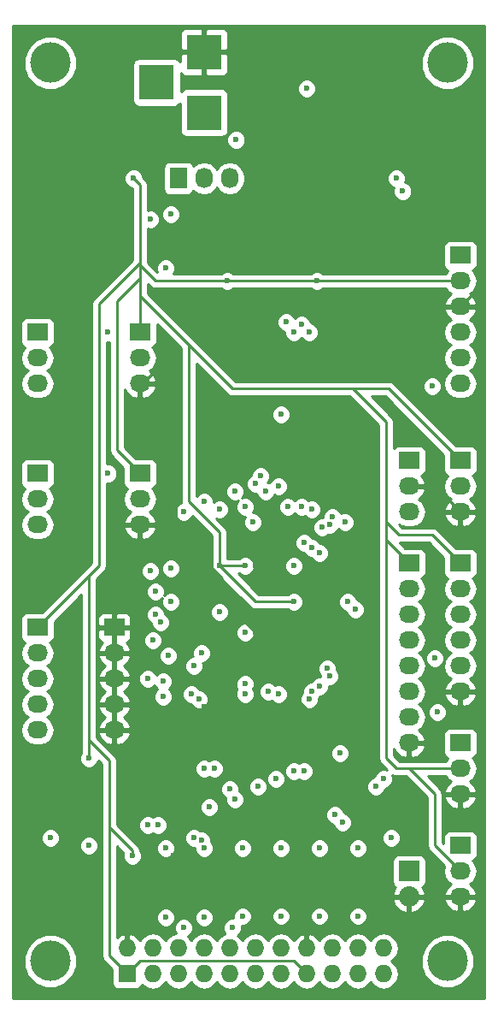
<source format=gbr>
G04 #@! TF.FileFunction,Copper,L2,Inr,Signal*
%FSLAX46Y46*%
G04 Gerber Fmt 4.6, Leading zero omitted, Abs format (unit mm)*
G04 Created by KiCad (PCBNEW (2015-04-05 BZR 5576)-product) date Mon 06 Apr 2015 21:27:06 SAST*
%MOMM*%
G01*
G04 APERTURE LIST*
%ADD10C,0.100000*%
%ADD11R,3.500120X3.500120*%
%ADD12R,1.727200X2.032000*%
%ADD13O,1.727200X2.032000*%
%ADD14R,2.032000X1.727200*%
%ADD15O,2.032000X1.727200*%
%ADD16R,1.727200X1.727200*%
%ADD17O,1.727200X1.727200*%
%ADD18R,2.032000X2.032000*%
%ADD19O,2.032000X2.032000*%
%ADD20C,4.000000*%
%ADD21C,0.600000*%
%ADD22C,0.250000*%
%ADD23C,0.254000*%
G04 APERTURE END LIST*
D10*
D11*
X132080000Y-51920140D03*
X132080000Y-45920660D03*
X127381000Y-48920400D03*
D12*
X129540000Y-58420000D03*
D13*
X132080000Y-58420000D03*
X134620000Y-58420000D03*
D14*
X125730000Y-73660000D03*
D15*
X125730000Y-76200000D03*
X125730000Y-78740000D03*
D14*
X115570000Y-73660000D03*
D15*
X115570000Y-76200000D03*
X115570000Y-78740000D03*
D14*
X115570000Y-87630000D03*
D15*
X115570000Y-90170000D03*
X115570000Y-92710000D03*
D14*
X125730000Y-87630000D03*
D15*
X125730000Y-90170000D03*
X125730000Y-92710000D03*
D14*
X157480000Y-114300000D03*
D15*
X157480000Y-116840000D03*
X157480000Y-119380000D03*
D14*
X157480000Y-124460000D03*
D15*
X157480000Y-127000000D03*
X157480000Y-129540000D03*
D14*
X152400000Y-96520000D03*
D15*
X152400000Y-99060000D03*
X152400000Y-101600000D03*
X152400000Y-104140000D03*
X152400000Y-106680000D03*
X152400000Y-109220000D03*
X152400000Y-111760000D03*
X152400000Y-114300000D03*
D16*
X124460000Y-137160000D03*
D17*
X124460000Y-134620000D03*
X127000000Y-137160000D03*
X127000000Y-134620000D03*
X129540000Y-137160000D03*
X129540000Y-134620000D03*
X132080000Y-137160000D03*
X132080000Y-134620000D03*
X134620000Y-137160000D03*
X134620000Y-134620000D03*
X137160000Y-137160000D03*
X137160000Y-134620000D03*
X139700000Y-137160000D03*
X139700000Y-134620000D03*
X142240000Y-137160000D03*
X142240000Y-134620000D03*
X144780000Y-137160000D03*
X144780000Y-134620000D03*
X147320000Y-137160000D03*
X147320000Y-134620000D03*
X149860000Y-137160000D03*
X149860000Y-134620000D03*
D14*
X157480000Y-86360000D03*
D15*
X157480000Y-88900000D03*
X157480000Y-91440000D03*
D18*
X152400000Y-127000000D03*
D19*
X152400000Y-129540000D03*
D14*
X157480000Y-96520000D03*
D15*
X157480000Y-99060000D03*
X157480000Y-101600000D03*
X157480000Y-104140000D03*
X157480000Y-106680000D03*
X157480000Y-109220000D03*
D14*
X157480000Y-66040000D03*
D15*
X157480000Y-68580000D03*
X157480000Y-71120000D03*
X157480000Y-73660000D03*
X157480000Y-76200000D03*
X157480000Y-78740000D03*
D20*
X116840000Y-135890000D03*
X156210000Y-46990000D03*
X116840000Y-46990000D03*
X156210000Y-135890000D03*
D14*
X115570000Y-102870000D03*
D15*
X115570000Y-105410000D03*
X115570000Y-107950000D03*
X115570000Y-110490000D03*
X115570000Y-113030000D03*
D14*
X123190000Y-102870000D03*
D15*
X123190000Y-105410000D03*
X123190000Y-107950000D03*
X123190000Y-110490000D03*
X123190000Y-113030000D03*
D14*
X152400000Y-86360000D03*
D15*
X152400000Y-88900000D03*
X152400000Y-91440000D03*
D21*
X142240000Y-49530000D03*
X125222000Y-119126000D03*
X129032000Y-125476000D03*
X146558000Y-125476000D03*
X142748000Y-125476000D03*
X138938000Y-125476000D03*
X135128000Y-125476000D03*
X131318000Y-125476000D03*
X118618000Y-130556000D03*
X119380000Y-117856000D03*
X144780000Y-113030000D03*
X152654000Y-51308000D03*
X159512000Y-62992000D03*
X132334000Y-60706000D03*
X145034000Y-52324000D03*
X124460000Y-64770000D03*
X132842000Y-67564000D03*
X132080000Y-110744000D03*
X137160000Y-96774000D03*
X137160000Y-103378000D03*
X133858000Y-98552000D03*
X129286000Y-75438000D03*
X153162000Y-83566000D03*
X139446000Y-77724000D03*
X154940000Y-95758000D03*
X116840000Y-82550000D03*
X120650000Y-115824000D03*
X124968000Y-125476000D03*
X133604000Y-96774000D03*
X136144000Y-103378000D03*
X133604000Y-101346000D03*
X140970000Y-100330000D03*
X135255000Y-54610000D03*
X125095000Y-58420000D03*
X134366000Y-68580000D03*
X143256000Y-68580000D03*
X136144000Y-96774000D03*
X128778000Y-61976000D03*
X142748000Y-109220000D03*
X120650000Y-124460000D03*
X142494000Y-109982000D03*
X116840000Y-123698000D03*
X128524000Y-105664000D03*
X150622000Y-123698000D03*
X146304000Y-100330000D03*
X128270000Y-67310000D03*
X122555000Y-73660000D03*
X122555000Y-87630000D03*
X126746000Y-62484000D03*
X128270000Y-124714000D03*
X128778000Y-97028000D03*
X128270000Y-131572000D03*
X132080000Y-124714000D03*
X126492000Y-107950000D03*
X132080000Y-131572000D03*
X128016000Y-108204000D03*
X135890000Y-124714000D03*
X135890000Y-131445000D03*
X128016000Y-109728000D03*
X139700000Y-124714000D03*
X139700000Y-131445000D03*
X127000000Y-104140000D03*
X143510000Y-124714000D03*
X143510000Y-131445000D03*
X147320000Y-124714000D03*
X127762000Y-102362000D03*
X147320000Y-131445000D03*
X151130000Y-58420000D03*
X151765000Y-59690000D03*
X133604000Y-91186000D03*
X136144000Y-90932000D03*
X141986000Y-94488000D03*
X154940000Y-105918000D03*
X155194000Y-111252000D03*
X143510000Y-95504000D03*
X137668000Y-87884000D03*
X130048000Y-91440000D03*
X132080000Y-90424000D03*
X137160000Y-88646000D03*
X139446000Y-88900000D03*
X135128000Y-89408000D03*
X127508000Y-122428000D03*
X131572000Y-109982000D03*
X126492000Y-122428000D03*
X130810000Y-109474000D03*
X133096000Y-116840000D03*
X131826000Y-123952000D03*
X139446000Y-109474000D03*
X136906000Y-92456000D03*
X135128000Y-119888000D03*
X134620000Y-118872000D03*
X139192000Y-117856000D03*
X141986000Y-117094000D03*
X140970000Y-117094000D03*
X145542000Y-115316000D03*
X143510000Y-108712000D03*
X140970000Y-96774000D03*
X147066000Y-101092000D03*
X145034000Y-121412000D03*
X127254000Y-101600000D03*
X132588000Y-120650000D03*
X145796000Y-122174000D03*
X132080000Y-116840000D03*
X131064000Y-123698000D03*
X138430000Y-109220000D03*
X130048000Y-132588000D03*
X127254000Y-99314000D03*
X136144000Y-109474000D03*
X149098000Y-118618000D03*
X128778000Y-100330000D03*
X136144000Y-108458000D03*
X149860000Y-117856000D03*
X126746000Y-97282000D03*
X142748000Y-91186000D03*
X141732000Y-90932000D03*
X140404002Y-90932000D03*
X142748000Y-94996000D03*
X144526000Y-107696000D03*
X144272000Y-106934000D03*
X154686000Y-78994000D03*
X138176000Y-89408000D03*
X139700000Y-81788000D03*
X143764000Y-92964000D03*
X140208000Y-72644000D03*
X144526000Y-92710000D03*
X140970000Y-73660000D03*
X141732000Y-72898000D03*
X144780000Y-91948000D03*
X142494000Y-73660000D03*
X146050000Y-92456000D03*
X131064000Y-106680000D03*
X131826000Y-105410000D03*
X134874000Y-132588000D03*
X137414000Y-118618000D03*
D22*
X159512000Y-69088000D02*
X159512000Y-62992000D01*
X157480000Y-71120000D02*
X159512000Y-69088000D01*
X141986000Y-110744000D02*
X137160000Y-105918000D01*
X144272000Y-113030000D02*
X141986000Y-110744000D01*
X137160000Y-105918000D02*
X137160000Y-103378000D01*
X144780000Y-113030000D02*
X144272000Y-113030000D01*
X141986000Y-110744000D02*
X132080000Y-110744000D01*
X133858000Y-100076000D02*
X133858000Y-98552000D01*
X137160000Y-103378000D02*
X135382000Y-101600000D01*
X135382000Y-101600000D02*
X133858000Y-100076000D01*
X133858000Y-98552000D02*
X133858000Y-98044000D01*
X129286000Y-92202000D02*
X129286000Y-75438000D01*
X132842000Y-95758000D02*
X129286000Y-92202000D01*
X132842000Y-97028000D02*
X132842000Y-95758000D01*
X133858000Y-98044000D02*
X132842000Y-97028000D01*
X128016000Y-76708000D02*
X129286000Y-75438000D01*
X125984000Y-78740000D02*
X128016000Y-76708000D01*
X125730000Y-78740000D02*
X125984000Y-78740000D01*
X154940000Y-85344000D02*
X153162000Y-83566000D01*
X154940000Y-87884000D02*
X154940000Y-85344000D01*
X154940000Y-88900000D02*
X154940000Y-87884000D01*
X157480000Y-91440000D02*
X154940000Y-88900000D01*
X153924000Y-88900000D02*
X154940000Y-87884000D01*
X152400000Y-88900000D02*
X153924000Y-88900000D01*
X123190000Y-98552000D02*
X128016000Y-93726000D01*
X128016000Y-93726000D02*
X128016000Y-76708000D01*
X123190000Y-102870000D02*
X123190000Y-98552000D01*
X125730000Y-70104000D02*
X130556000Y-74930000D01*
X133604000Y-93472000D02*
X133604000Y-96774000D01*
X130556000Y-90424000D02*
X133604000Y-93472000D01*
X130556000Y-74930000D02*
X130556000Y-90424000D01*
X120650000Y-114046000D02*
X120650000Y-97790000D01*
X120650000Y-114046000D02*
X120650000Y-115824000D01*
X124968000Y-125476000D02*
X124968000Y-124968000D01*
X124968000Y-124968000D02*
X122682000Y-122682000D01*
X122682000Y-135382000D02*
X124460000Y-137160000D01*
X122682000Y-116078000D02*
X122682000Y-122682000D01*
X122682000Y-122682000D02*
X122682000Y-135382000D01*
X120650000Y-114046000D02*
X122682000Y-116078000D01*
X125730000Y-66802000D02*
X122428000Y-70104000D01*
X122428000Y-70104000D02*
X121666000Y-70866000D01*
X121666000Y-70866000D02*
X121666000Y-96774000D01*
X121666000Y-96774000D02*
X120650000Y-97790000D01*
X120650000Y-97790000D02*
X115570000Y-102870000D01*
X125730000Y-87630000D02*
X123444000Y-85344000D01*
X123444000Y-85344000D02*
X123444000Y-70612000D01*
X123444000Y-70612000D02*
X125730000Y-68326000D01*
X125730000Y-73660000D02*
X125730000Y-70104000D01*
X125730000Y-70104000D02*
X125730000Y-68580000D01*
X125730000Y-68580000D02*
X125730000Y-68326000D01*
X125730000Y-67056000D02*
X125730000Y-66802000D01*
X125730000Y-68326000D02*
X125730000Y-67056000D01*
X125730000Y-66802000D02*
X125730000Y-59055000D01*
X125730000Y-59055000D02*
X125095000Y-58420000D01*
X146812000Y-79248000D02*
X134874000Y-79248000D01*
X134874000Y-79248000D02*
X130556000Y-74930000D01*
X150368000Y-79248000D02*
X146812000Y-79248000D01*
X157480000Y-86360000D02*
X150368000Y-79248000D01*
X157480000Y-68580000D02*
X143256000Y-68580000D01*
X143256000Y-68580000D02*
X134366000Y-68580000D01*
X137160000Y-100330000D02*
X140970000Y-100330000D01*
X136398000Y-99568000D02*
X137160000Y-100330000D01*
X133604000Y-96774000D02*
X136398000Y-99568000D01*
X151130000Y-116840000D02*
X150114000Y-115824000D01*
X150114000Y-92456000D02*
X150114000Y-82550000D01*
X150114000Y-94234000D02*
X150114000Y-92456000D01*
X150114000Y-115824000D02*
X150114000Y-94234000D01*
X150114000Y-82550000D02*
X146812000Y-79248000D01*
X152400000Y-116840000D02*
X151130000Y-116840000D01*
X157480000Y-116840000D02*
X152400000Y-116840000D01*
X152400000Y-96520000D02*
X150114000Y-94234000D01*
X154686000Y-93726000D02*
X151384000Y-93726000D01*
X151384000Y-93726000D02*
X150114000Y-92456000D01*
X157480000Y-96520000D02*
X154686000Y-93726000D01*
X154940000Y-124460000D02*
X154940000Y-119380000D01*
X154940000Y-119380000D02*
X152400000Y-116840000D01*
X157480000Y-127000000D02*
X154940000Y-124460000D01*
X140970000Y-135890000D02*
X125730000Y-135890000D01*
X125730000Y-135890000D02*
X124460000Y-137160000D01*
X142240000Y-137160000D02*
X140970000Y-135890000D01*
X133604000Y-96774000D02*
X136144000Y-96774000D01*
X127254000Y-68580000D02*
X125730000Y-67056000D01*
X134366000Y-68580000D02*
X127254000Y-68580000D01*
D23*
G36*
X159893000Y-139573000D02*
X159163345Y-139573000D01*
X159163345Y-127000000D01*
X159049271Y-126426511D01*
X158724415Y-125940330D01*
X158708632Y-125929784D01*
X158738123Y-125924063D01*
X158950927Y-125784273D01*
X159093377Y-125573240D01*
X159143440Y-125323600D01*
X159143440Y-123596400D01*
X159096463Y-123354277D01*
X159087358Y-123340416D01*
X159087358Y-119739026D01*
X158966217Y-119507000D01*
X157607000Y-119507000D01*
X157607000Y-120720924D01*
X157841913Y-120865184D01*
X158394320Y-120671954D01*
X158830732Y-120282036D01*
X159084709Y-119754791D01*
X159087358Y-119739026D01*
X159087358Y-123340416D01*
X158956673Y-123141473D01*
X158745640Y-122999023D01*
X158496000Y-122948960D01*
X157353000Y-122948960D01*
X157353000Y-120720924D01*
X157353000Y-119507000D01*
X155993783Y-119507000D01*
X155872642Y-119739026D01*
X155875291Y-119754791D01*
X156129268Y-120282036D01*
X156565680Y-120671954D01*
X157118087Y-120865184D01*
X157353000Y-120720924D01*
X157353000Y-122948960D01*
X156464000Y-122948960D01*
X156221877Y-122995937D01*
X156009073Y-123135727D01*
X155866623Y-123346760D01*
X155816560Y-123596400D01*
X155816560Y-124261758D01*
X155700000Y-124145198D01*
X155700000Y-119380000D01*
X155651746Y-119137413D01*
X155642148Y-119089161D01*
X155642148Y-119089160D01*
X155477401Y-118842599D01*
X154234802Y-117600000D01*
X156035351Y-117600000D01*
X156235585Y-117899670D01*
X156545069Y-118106460D01*
X156129268Y-118477964D01*
X155875291Y-119005209D01*
X155872642Y-119020974D01*
X155993783Y-119253000D01*
X157353000Y-119253000D01*
X157353000Y-119233000D01*
X157607000Y-119233000D01*
X157607000Y-119253000D01*
X158966217Y-119253000D01*
X159087358Y-119020974D01*
X159084709Y-119005209D01*
X158830732Y-118477964D01*
X158414930Y-118106460D01*
X158724415Y-117899670D01*
X159049271Y-117413489D01*
X159163345Y-116840000D01*
X159049271Y-116266511D01*
X158724415Y-115780330D01*
X158708632Y-115769784D01*
X158738123Y-115764063D01*
X158950927Y-115624273D01*
X159093377Y-115413240D01*
X159143440Y-115163600D01*
X159143440Y-113436400D01*
X159096463Y-113194277D01*
X159087358Y-113180416D01*
X159087358Y-109579026D01*
X158966217Y-109347000D01*
X157607000Y-109347000D01*
X157607000Y-110560924D01*
X157841913Y-110705184D01*
X158394320Y-110511954D01*
X158830732Y-110122036D01*
X159084709Y-109594791D01*
X159087358Y-109579026D01*
X159087358Y-113180416D01*
X158956673Y-112981473D01*
X158745640Y-112839023D01*
X158496000Y-112788960D01*
X157353000Y-112788960D01*
X157353000Y-110560924D01*
X157353000Y-109347000D01*
X155993783Y-109347000D01*
X155872642Y-109579026D01*
X155875291Y-109594791D01*
X156129268Y-110122036D01*
X156565680Y-110511954D01*
X157118087Y-110705184D01*
X157353000Y-110560924D01*
X157353000Y-112788960D01*
X156464000Y-112788960D01*
X156221877Y-112835937D01*
X156129162Y-112896841D01*
X156129162Y-111066833D01*
X155987117Y-110723057D01*
X155724327Y-110459808D01*
X155380799Y-110317162D01*
X155008833Y-110316838D01*
X154665057Y-110458883D01*
X154401808Y-110721673D01*
X154259162Y-111065201D01*
X154258838Y-111437167D01*
X154400883Y-111780943D01*
X154663673Y-112044192D01*
X155007201Y-112186838D01*
X155379167Y-112187162D01*
X155722943Y-112045117D01*
X155986192Y-111782327D01*
X156128838Y-111438799D01*
X156129162Y-111066833D01*
X156129162Y-112896841D01*
X156009073Y-112975727D01*
X155866623Y-113186760D01*
X155816560Y-113436400D01*
X155816560Y-115163600D01*
X155863537Y-115405723D01*
X156003327Y-115618527D01*
X156214360Y-115760977D01*
X156252962Y-115768718D01*
X156235585Y-115780330D01*
X156035351Y-116080000D01*
X154007358Y-116080000D01*
X154007358Y-114659026D01*
X153886217Y-114427000D01*
X152527000Y-114427000D01*
X152527000Y-115640924D01*
X152761913Y-115785184D01*
X153314320Y-115591954D01*
X153750732Y-115202036D01*
X154004709Y-114674791D01*
X154007358Y-114659026D01*
X154007358Y-116080000D01*
X152400000Y-116080000D01*
X151444802Y-116080000D01*
X150874000Y-115509198D01*
X150874000Y-114838187D01*
X151049268Y-115202036D01*
X151485680Y-115591954D01*
X152038087Y-115785184D01*
X152273000Y-115640924D01*
X152273000Y-114427000D01*
X152253000Y-114427000D01*
X152253000Y-114173000D01*
X152273000Y-114173000D01*
X152273000Y-114153000D01*
X152527000Y-114153000D01*
X152527000Y-114173000D01*
X153886217Y-114173000D01*
X154007358Y-113940974D01*
X154004709Y-113925209D01*
X153750732Y-113397964D01*
X153334930Y-113026460D01*
X153644415Y-112819670D01*
X153969271Y-112333489D01*
X154083345Y-111760000D01*
X153969271Y-111186511D01*
X153644415Y-110700330D01*
X153329634Y-110490000D01*
X153644415Y-110279670D01*
X153969271Y-109793489D01*
X154083345Y-109220000D01*
X153969271Y-108646511D01*
X153644415Y-108160330D01*
X153329634Y-107950000D01*
X153644415Y-107739670D01*
X153969271Y-107253489D01*
X154083345Y-106680000D01*
X153969271Y-106106511D01*
X153644415Y-105620330D01*
X153329634Y-105410000D01*
X153644415Y-105199670D01*
X153969271Y-104713489D01*
X154083345Y-104140000D01*
X153969271Y-103566511D01*
X153644415Y-103080330D01*
X153329634Y-102870000D01*
X153644415Y-102659670D01*
X153969271Y-102173489D01*
X154083345Y-101600000D01*
X153969271Y-101026511D01*
X153644415Y-100540330D01*
X153329634Y-100330000D01*
X153644415Y-100119670D01*
X153969271Y-99633489D01*
X154083345Y-99060000D01*
X153969271Y-98486511D01*
X153644415Y-98000330D01*
X153628632Y-97989784D01*
X153658123Y-97984063D01*
X153870927Y-97844273D01*
X154013377Y-97633240D01*
X154063440Y-97383600D01*
X154063440Y-95656400D01*
X154016463Y-95414277D01*
X153876673Y-95201473D01*
X153665640Y-95059023D01*
X153416000Y-95008960D01*
X151963762Y-95008960D01*
X151440802Y-94486000D01*
X154371198Y-94486000D01*
X155816560Y-95931362D01*
X155816560Y-97383600D01*
X155863537Y-97625723D01*
X156003327Y-97838527D01*
X156214360Y-97980977D01*
X156252962Y-97988718D01*
X156235585Y-98000330D01*
X155910729Y-98486511D01*
X155796655Y-99060000D01*
X155910729Y-99633489D01*
X156235585Y-100119670D01*
X156550365Y-100330000D01*
X156235585Y-100540330D01*
X155910729Y-101026511D01*
X155796655Y-101600000D01*
X155910729Y-102173489D01*
X156235585Y-102659670D01*
X156550365Y-102870000D01*
X156235585Y-103080330D01*
X155910729Y-103566511D01*
X155796655Y-104140000D01*
X155910729Y-104713489D01*
X156235585Y-105199670D01*
X156550365Y-105410000D01*
X156235585Y-105620330D01*
X155910729Y-106106511D01*
X155875162Y-106285318D01*
X155875162Y-105732833D01*
X155733117Y-105389057D01*
X155470327Y-105125808D01*
X155126799Y-104983162D01*
X154754833Y-104982838D01*
X154411057Y-105124883D01*
X154147808Y-105387673D01*
X154005162Y-105731201D01*
X154004838Y-106103167D01*
X154146883Y-106446943D01*
X154409673Y-106710192D01*
X154753201Y-106852838D01*
X155125167Y-106853162D01*
X155468943Y-106711117D01*
X155732192Y-106448327D01*
X155874838Y-106104799D01*
X155875162Y-105732833D01*
X155875162Y-106285318D01*
X155796655Y-106680000D01*
X155910729Y-107253489D01*
X156235585Y-107739670D01*
X156545069Y-107946460D01*
X156129268Y-108317964D01*
X155875291Y-108845209D01*
X155872642Y-108860974D01*
X155993783Y-109093000D01*
X157353000Y-109093000D01*
X157353000Y-109073000D01*
X157607000Y-109073000D01*
X157607000Y-109093000D01*
X158966217Y-109093000D01*
X159087358Y-108860974D01*
X159084709Y-108845209D01*
X158830732Y-108317964D01*
X158414930Y-107946460D01*
X158724415Y-107739670D01*
X159049271Y-107253489D01*
X159163345Y-106680000D01*
X159049271Y-106106511D01*
X158724415Y-105620330D01*
X158409634Y-105410000D01*
X158724415Y-105199670D01*
X159049271Y-104713489D01*
X159163345Y-104140000D01*
X159049271Y-103566511D01*
X158724415Y-103080330D01*
X158409634Y-102870000D01*
X158724415Y-102659670D01*
X159049271Y-102173489D01*
X159163345Y-101600000D01*
X159049271Y-101026511D01*
X158724415Y-100540330D01*
X158409634Y-100330000D01*
X158724415Y-100119670D01*
X159049271Y-99633489D01*
X159163345Y-99060000D01*
X159049271Y-98486511D01*
X158724415Y-98000330D01*
X158708632Y-97989784D01*
X158738123Y-97984063D01*
X158950927Y-97844273D01*
X159093377Y-97633240D01*
X159143440Y-97383600D01*
X159143440Y-95656400D01*
X159096463Y-95414277D01*
X159087358Y-95400416D01*
X159087358Y-91799026D01*
X158966217Y-91567000D01*
X157607000Y-91567000D01*
X157607000Y-92780924D01*
X157841913Y-92925184D01*
X158394320Y-92731954D01*
X158830732Y-92342036D01*
X159084709Y-91814791D01*
X159087358Y-91799026D01*
X159087358Y-95400416D01*
X158956673Y-95201473D01*
X158745640Y-95059023D01*
X158496000Y-95008960D01*
X157353000Y-95008960D01*
X157353000Y-92780924D01*
X157353000Y-91567000D01*
X155993783Y-91567000D01*
X155872642Y-91799026D01*
X155875291Y-91814791D01*
X156129268Y-92342036D01*
X156565680Y-92731954D01*
X157118087Y-92925184D01*
X157353000Y-92780924D01*
X157353000Y-95008960D01*
X157043762Y-95008960D01*
X155223401Y-93188599D01*
X154976839Y-93023852D01*
X154686000Y-92966000D01*
X151698802Y-92966000D01*
X151387297Y-92654495D01*
X151641766Y-92824526D01*
X152215255Y-92938600D01*
X152584745Y-92938600D01*
X153158234Y-92824526D01*
X153644415Y-92499670D01*
X153969271Y-92013489D01*
X154083345Y-91440000D01*
X153969271Y-90866511D01*
X153644415Y-90380330D01*
X153334930Y-90173539D01*
X153750732Y-89802036D01*
X154004709Y-89274791D01*
X154007358Y-89259026D01*
X153886217Y-89027000D01*
X152527000Y-89027000D01*
X152527000Y-89047000D01*
X152273000Y-89047000D01*
X152273000Y-89027000D01*
X152253000Y-89027000D01*
X152253000Y-88773000D01*
X152273000Y-88773000D01*
X152273000Y-88753000D01*
X152527000Y-88753000D01*
X152527000Y-88773000D01*
X153886217Y-88773000D01*
X154007358Y-88540974D01*
X154004709Y-88525209D01*
X153750732Y-87997964D01*
X153574298Y-87840326D01*
X153658123Y-87824063D01*
X153870927Y-87684273D01*
X154013377Y-87473240D01*
X154063440Y-87223600D01*
X154063440Y-85496400D01*
X154016463Y-85254277D01*
X153876673Y-85041473D01*
X153665640Y-84899023D01*
X153416000Y-84848960D01*
X151384000Y-84848960D01*
X151141877Y-84895937D01*
X150929073Y-85035727D01*
X150874000Y-85117315D01*
X150874000Y-82550000D01*
X150816148Y-82259161D01*
X150816148Y-82259160D01*
X150651401Y-82012599D01*
X148646802Y-80008000D01*
X150053198Y-80008000D01*
X155816560Y-85771362D01*
X155816560Y-87223600D01*
X155863537Y-87465723D01*
X156003327Y-87678527D01*
X156214360Y-87820977D01*
X156252962Y-87828718D01*
X156235585Y-87840330D01*
X155910729Y-88326511D01*
X155796655Y-88900000D01*
X155910729Y-89473489D01*
X156235585Y-89959670D01*
X156545069Y-90166460D01*
X156129268Y-90537964D01*
X155875291Y-91065209D01*
X155872642Y-91080974D01*
X155993783Y-91313000D01*
X157353000Y-91313000D01*
X157353000Y-91293000D01*
X157607000Y-91293000D01*
X157607000Y-91313000D01*
X158966217Y-91313000D01*
X159087358Y-91080974D01*
X159084709Y-91065209D01*
X158830732Y-90537964D01*
X158414930Y-90166460D01*
X158724415Y-89959670D01*
X159049271Y-89473489D01*
X159163345Y-88900000D01*
X159163345Y-78740000D01*
X159049271Y-78166511D01*
X158724415Y-77680330D01*
X158409634Y-77470000D01*
X158724415Y-77259670D01*
X159049271Y-76773489D01*
X159163345Y-76200000D01*
X159049271Y-75626511D01*
X158724415Y-75140330D01*
X158409634Y-74930000D01*
X158724415Y-74719670D01*
X159049271Y-74233489D01*
X159163345Y-73660000D01*
X159049271Y-73086511D01*
X158724415Y-72600330D01*
X158414930Y-72393539D01*
X158830732Y-72022036D01*
X159084709Y-71494791D01*
X159087358Y-71479026D01*
X158966217Y-71247000D01*
X157607000Y-71247000D01*
X157607000Y-71267000D01*
X157353000Y-71267000D01*
X157353000Y-71247000D01*
X155993783Y-71247000D01*
X155872642Y-71479026D01*
X155875291Y-71494791D01*
X156129268Y-72022036D01*
X156545069Y-72393539D01*
X156235585Y-72600330D01*
X155910729Y-73086511D01*
X155796655Y-73660000D01*
X155910729Y-74233489D01*
X156235585Y-74719670D01*
X156550365Y-74930000D01*
X156235585Y-75140330D01*
X155910729Y-75626511D01*
X155796655Y-76200000D01*
X155910729Y-76773489D01*
X156235585Y-77259670D01*
X156550365Y-77470000D01*
X156235585Y-77680330D01*
X155910729Y-78166511D01*
X155796655Y-78740000D01*
X155910729Y-79313489D01*
X156235585Y-79799670D01*
X156721766Y-80124526D01*
X157295255Y-80238600D01*
X157664745Y-80238600D01*
X158238234Y-80124526D01*
X158724415Y-79799670D01*
X159049271Y-79313489D01*
X159163345Y-78740000D01*
X159163345Y-88900000D01*
X159049271Y-88326511D01*
X158724415Y-87840330D01*
X158708632Y-87829784D01*
X158738123Y-87824063D01*
X158950927Y-87684273D01*
X159093377Y-87473240D01*
X159143440Y-87223600D01*
X159143440Y-85496400D01*
X159096463Y-85254277D01*
X158956673Y-85041473D01*
X158745640Y-84899023D01*
X158496000Y-84848960D01*
X157043762Y-84848960D01*
X155621162Y-83426360D01*
X155621162Y-78808833D01*
X155479117Y-78465057D01*
X155216327Y-78201808D01*
X154872799Y-78059162D01*
X154500833Y-78058838D01*
X154157057Y-78200883D01*
X153893808Y-78463673D01*
X153751162Y-78807201D01*
X153750838Y-79179167D01*
X153892883Y-79522943D01*
X154155673Y-79786192D01*
X154499201Y-79928838D01*
X154871167Y-79929162D01*
X155214943Y-79787117D01*
X155478192Y-79524327D01*
X155620838Y-79180799D01*
X155621162Y-78808833D01*
X155621162Y-83426360D01*
X150905401Y-78710599D01*
X150658839Y-78545852D01*
X150368000Y-78488000D01*
X146812000Y-78488000D01*
X143429162Y-78488000D01*
X143429162Y-73474833D01*
X143287117Y-73131057D01*
X143024327Y-72867808D01*
X142680799Y-72725162D01*
X142667151Y-72725150D01*
X142667162Y-72712833D01*
X142525117Y-72369057D01*
X142262327Y-72105808D01*
X141918799Y-71963162D01*
X141546833Y-71962838D01*
X141203057Y-72104883D01*
X141057111Y-72250574D01*
X141001117Y-72115057D01*
X140738327Y-71851808D01*
X140394799Y-71709162D01*
X140022833Y-71708838D01*
X139679057Y-71850883D01*
X139415808Y-72113673D01*
X139273162Y-72457201D01*
X139272838Y-72829167D01*
X139414883Y-73172943D01*
X139677673Y-73436192D01*
X140021201Y-73578838D01*
X140035069Y-73578850D01*
X140034838Y-73845167D01*
X140176883Y-74188943D01*
X140439673Y-74452192D01*
X140783201Y-74594838D01*
X141155167Y-74595162D01*
X141498943Y-74453117D01*
X141732176Y-74220290D01*
X141963673Y-74452192D01*
X142307201Y-74594838D01*
X142679167Y-74595162D01*
X143022943Y-74453117D01*
X143286192Y-74190327D01*
X143428838Y-73846799D01*
X143429162Y-73474833D01*
X143429162Y-78488000D01*
X135188802Y-78488000D01*
X131093401Y-74392599D01*
X126490000Y-69789198D01*
X126490000Y-68890802D01*
X126716599Y-69117401D01*
X126963160Y-69282148D01*
X126963161Y-69282148D01*
X127011413Y-69291746D01*
X127254000Y-69340000D01*
X133803537Y-69340000D01*
X133835673Y-69372192D01*
X134179201Y-69514838D01*
X134551167Y-69515162D01*
X134894943Y-69373117D01*
X134928117Y-69340000D01*
X142693537Y-69340000D01*
X142725673Y-69372192D01*
X143069201Y-69514838D01*
X143441167Y-69515162D01*
X143784943Y-69373117D01*
X143818117Y-69340000D01*
X156035351Y-69340000D01*
X156235585Y-69639670D01*
X156545069Y-69846460D01*
X156129268Y-70217964D01*
X155875291Y-70745209D01*
X155872642Y-70760974D01*
X155993783Y-70993000D01*
X157353000Y-70993000D01*
X157353000Y-70973000D01*
X157607000Y-70973000D01*
X157607000Y-70993000D01*
X158966217Y-70993000D01*
X159087358Y-70760974D01*
X159084709Y-70745209D01*
X158830732Y-70217964D01*
X158414930Y-69846460D01*
X158724415Y-69639670D01*
X159049271Y-69153489D01*
X159163345Y-68580000D01*
X159049271Y-68006511D01*
X158724415Y-67520330D01*
X158708632Y-67509784D01*
X158738123Y-67504063D01*
X158950927Y-67364273D01*
X159093377Y-67153240D01*
X159143440Y-66903600D01*
X159143440Y-65176400D01*
X159096463Y-64934277D01*
X158956673Y-64721473D01*
X158845457Y-64646400D01*
X158845457Y-46468166D01*
X158445147Y-45499342D01*
X157704557Y-44757458D01*
X156736433Y-44355458D01*
X155688166Y-44354543D01*
X154719342Y-44754853D01*
X153977458Y-45495443D01*
X153575458Y-46463567D01*
X153574543Y-47511834D01*
X153974853Y-48480658D01*
X154715443Y-49222542D01*
X155683567Y-49624542D01*
X156731834Y-49625457D01*
X157700658Y-49225147D01*
X158442542Y-48484557D01*
X158844542Y-47516433D01*
X158845457Y-46468166D01*
X158845457Y-64646400D01*
X158745640Y-64579023D01*
X158496000Y-64528960D01*
X156464000Y-64528960D01*
X156221877Y-64575937D01*
X156009073Y-64715727D01*
X155866623Y-64926760D01*
X155816560Y-65176400D01*
X155816560Y-66903600D01*
X155863537Y-67145723D01*
X156003327Y-67358527D01*
X156214360Y-67500977D01*
X156252962Y-67508718D01*
X156235585Y-67520330D01*
X156035351Y-67820000D01*
X152700162Y-67820000D01*
X152700162Y-59504833D01*
X152558117Y-59161057D01*
X152295327Y-58897808D01*
X151995667Y-58773378D01*
X152064838Y-58606799D01*
X152065162Y-58234833D01*
X151923117Y-57891057D01*
X151660327Y-57627808D01*
X151316799Y-57485162D01*
X150944833Y-57484838D01*
X150601057Y-57626883D01*
X150337808Y-57889673D01*
X150195162Y-58233201D01*
X150194838Y-58605167D01*
X150336883Y-58948943D01*
X150599673Y-59212192D01*
X150899332Y-59336621D01*
X150830162Y-59503201D01*
X150829838Y-59875167D01*
X150971883Y-60218943D01*
X151234673Y-60482192D01*
X151578201Y-60624838D01*
X151950167Y-60625162D01*
X152293943Y-60483117D01*
X152557192Y-60220327D01*
X152699838Y-59876799D01*
X152700162Y-59504833D01*
X152700162Y-67820000D01*
X143818462Y-67820000D01*
X143786327Y-67787808D01*
X143442799Y-67645162D01*
X143175162Y-67644928D01*
X143175162Y-49344833D01*
X143033117Y-49001057D01*
X142770327Y-48737808D01*
X142426799Y-48595162D01*
X142054833Y-48594838D01*
X141711057Y-48736883D01*
X141447808Y-48999673D01*
X141305162Y-49343201D01*
X141304838Y-49715167D01*
X141446883Y-50058943D01*
X141709673Y-50322192D01*
X142053201Y-50464838D01*
X142425167Y-50465162D01*
X142768943Y-50323117D01*
X143032192Y-50060327D01*
X143174838Y-49716799D01*
X143175162Y-49344833D01*
X143175162Y-67644928D01*
X143070833Y-67644838D01*
X142727057Y-67786883D01*
X142693882Y-67820000D01*
X136190162Y-67820000D01*
X136190162Y-54424833D01*
X136048117Y-54081057D01*
X135785327Y-53817808D01*
X135441799Y-53675162D01*
X135069833Y-53674838D01*
X134726057Y-53816883D01*
X134477500Y-54065006D01*
X134477500Y-53670200D01*
X134477500Y-50170080D01*
X134465060Y-50105963D01*
X134465060Y-47797029D01*
X134465060Y-46206410D01*
X134465060Y-45634910D01*
X134465060Y-44044291D01*
X134368387Y-43810902D01*
X134189759Y-43632273D01*
X133956370Y-43535600D01*
X133703751Y-43535600D01*
X132365750Y-43535600D01*
X132207000Y-43694350D01*
X132207000Y-45793660D01*
X134306310Y-45793660D01*
X134465060Y-45634910D01*
X134465060Y-46206410D01*
X134306310Y-46047660D01*
X132207000Y-46047660D01*
X132207000Y-48146970D01*
X132365750Y-48305720D01*
X133703751Y-48305720D01*
X133956370Y-48305720D01*
X134189759Y-48209047D01*
X134368387Y-48030418D01*
X134465060Y-47797029D01*
X134465060Y-50105963D01*
X134430523Y-49927957D01*
X134290733Y-49715153D01*
X134079700Y-49572703D01*
X133830060Y-49522640D01*
X130329940Y-49522640D01*
X130087817Y-49569617D01*
X129875013Y-49709407D01*
X129778500Y-49852386D01*
X129778500Y-47998760D01*
X129791613Y-48030418D01*
X129970241Y-48209047D01*
X130203630Y-48305720D01*
X130456249Y-48305720D01*
X131794250Y-48305720D01*
X131953000Y-48146970D01*
X131953000Y-46047660D01*
X131953000Y-45793660D01*
X131953000Y-43694350D01*
X131794250Y-43535600D01*
X130456249Y-43535600D01*
X130203630Y-43535600D01*
X129970241Y-43632273D01*
X129791613Y-43810902D01*
X129694940Y-44044291D01*
X129694940Y-45634910D01*
X129853690Y-45793660D01*
X131953000Y-45793660D01*
X131953000Y-46047660D01*
X129853690Y-46047660D01*
X129694940Y-46206410D01*
X129694940Y-46872526D01*
X129591733Y-46715413D01*
X129380700Y-46572963D01*
X129131060Y-46522900D01*
X125630940Y-46522900D01*
X125388817Y-46569877D01*
X125176013Y-46709667D01*
X125033563Y-46920700D01*
X124983500Y-47170340D01*
X124983500Y-50670460D01*
X125030477Y-50912583D01*
X125170267Y-51125387D01*
X125381300Y-51267837D01*
X125630940Y-51317900D01*
X129131060Y-51317900D01*
X129373183Y-51270923D01*
X129585987Y-51131133D01*
X129682500Y-50988153D01*
X129682500Y-53670200D01*
X129729477Y-53912323D01*
X129869267Y-54125127D01*
X130080300Y-54267577D01*
X130329940Y-54317640D01*
X133830060Y-54317640D01*
X134072183Y-54270663D01*
X134284987Y-54130873D01*
X134427437Y-53919840D01*
X134477500Y-53670200D01*
X134477500Y-54065006D01*
X134462808Y-54079673D01*
X134320162Y-54423201D01*
X134319838Y-54795167D01*
X134461883Y-55138943D01*
X134724673Y-55402192D01*
X135068201Y-55544838D01*
X135440167Y-55545162D01*
X135783943Y-55403117D01*
X136047192Y-55140327D01*
X136189838Y-54796799D01*
X136190162Y-54424833D01*
X136190162Y-67820000D01*
X136118600Y-67820000D01*
X136118600Y-58604745D01*
X136118600Y-58235255D01*
X136004526Y-57661766D01*
X135679670Y-57175585D01*
X135193489Y-56850729D01*
X134620000Y-56736655D01*
X134046511Y-56850729D01*
X133560330Y-57175585D01*
X133350000Y-57490365D01*
X133139670Y-57175585D01*
X132653489Y-56850729D01*
X132080000Y-56736655D01*
X131506511Y-56850729D01*
X131020330Y-57175585D01*
X131009784Y-57191367D01*
X131004063Y-57161877D01*
X130864273Y-56949073D01*
X130653240Y-56806623D01*
X130403600Y-56756560D01*
X128676400Y-56756560D01*
X128434277Y-56803537D01*
X128221473Y-56943327D01*
X128079023Y-57154360D01*
X128028960Y-57404000D01*
X128028960Y-59436000D01*
X128075937Y-59678123D01*
X128215727Y-59890927D01*
X128426760Y-60033377D01*
X128676400Y-60083440D01*
X130403600Y-60083440D01*
X130645723Y-60036463D01*
X130858527Y-59896673D01*
X131000977Y-59685640D01*
X131008718Y-59647037D01*
X131020330Y-59664415D01*
X131506511Y-59989271D01*
X132080000Y-60103345D01*
X132653489Y-59989271D01*
X133139670Y-59664415D01*
X133350000Y-59349634D01*
X133560330Y-59664415D01*
X134046511Y-59989271D01*
X134620000Y-60103345D01*
X135193489Y-59989271D01*
X135679670Y-59664415D01*
X136004526Y-59178234D01*
X136118600Y-58604745D01*
X136118600Y-67820000D01*
X134928462Y-67820000D01*
X134896327Y-67787808D01*
X134552799Y-67645162D01*
X134180833Y-67644838D01*
X133837057Y-67786883D01*
X133803882Y-67820000D01*
X129713162Y-67820000D01*
X129713162Y-61790833D01*
X129571117Y-61447057D01*
X129308327Y-61183808D01*
X128964799Y-61041162D01*
X128592833Y-61040838D01*
X128249057Y-61182883D01*
X127985808Y-61445673D01*
X127843162Y-61789201D01*
X127842838Y-62161167D01*
X127984883Y-62504943D01*
X128247673Y-62768192D01*
X128591201Y-62910838D01*
X128963167Y-62911162D01*
X129306943Y-62769117D01*
X129570192Y-62506327D01*
X129712838Y-62162799D01*
X129713162Y-61790833D01*
X129713162Y-67820000D01*
X129070632Y-67820000D01*
X129204838Y-67496799D01*
X129205162Y-67124833D01*
X129063117Y-66781057D01*
X128800327Y-66517808D01*
X128456799Y-66375162D01*
X128084833Y-66374838D01*
X127741057Y-66516883D01*
X127477808Y-66779673D01*
X127335162Y-67123201D01*
X127334838Y-67495167D01*
X127398821Y-67650019D01*
X126490000Y-66741198D01*
X126490000Y-63390103D01*
X126559201Y-63418838D01*
X126931167Y-63419162D01*
X127274943Y-63277117D01*
X127538192Y-63014327D01*
X127680838Y-62670799D01*
X127681162Y-62298833D01*
X127539117Y-61955057D01*
X127276327Y-61691808D01*
X126932799Y-61549162D01*
X126560833Y-61548838D01*
X126490000Y-61578105D01*
X126490000Y-59055000D01*
X126432148Y-58764161D01*
X126267401Y-58517599D01*
X126030122Y-58280320D01*
X126030162Y-58234833D01*
X125888117Y-57891057D01*
X125625327Y-57627808D01*
X125281799Y-57485162D01*
X124909833Y-57484838D01*
X124566057Y-57626883D01*
X124302808Y-57889673D01*
X124160162Y-58233201D01*
X124159838Y-58605167D01*
X124301883Y-58948943D01*
X124564673Y-59212192D01*
X124908201Y-59354838D01*
X124955076Y-59354878D01*
X124970000Y-59369802D01*
X124970000Y-66487198D01*
X121890599Y-69566599D01*
X121128599Y-70328599D01*
X120963852Y-70575161D01*
X120906000Y-70866000D01*
X120906000Y-96459198D01*
X120112599Y-97252599D01*
X119475457Y-97889741D01*
X119475457Y-46468166D01*
X119075147Y-45499342D01*
X118334557Y-44757458D01*
X117366433Y-44355458D01*
X116318166Y-44354543D01*
X115349342Y-44754853D01*
X114607458Y-45495443D01*
X114205458Y-46463567D01*
X114204543Y-47511834D01*
X114604853Y-48480658D01*
X115345443Y-49222542D01*
X116313567Y-49624542D01*
X117361834Y-49625457D01*
X118330658Y-49225147D01*
X119072542Y-48484557D01*
X119474542Y-47516433D01*
X119475457Y-46468166D01*
X119475457Y-97889741D01*
X117253345Y-100111853D01*
X117253345Y-92710000D01*
X117139271Y-92136511D01*
X116814415Y-91650330D01*
X116499634Y-91440000D01*
X116814415Y-91229670D01*
X117139271Y-90743489D01*
X117253345Y-90170000D01*
X117253345Y-78740000D01*
X117139271Y-78166511D01*
X116814415Y-77680330D01*
X116499634Y-77470000D01*
X116814415Y-77259670D01*
X117139271Y-76773489D01*
X117253345Y-76200000D01*
X117139271Y-75626511D01*
X116814415Y-75140330D01*
X116798632Y-75129784D01*
X116828123Y-75124063D01*
X117040927Y-74984273D01*
X117183377Y-74773240D01*
X117233440Y-74523600D01*
X117233440Y-72796400D01*
X117186463Y-72554277D01*
X117046673Y-72341473D01*
X116835640Y-72199023D01*
X116586000Y-72148960D01*
X114554000Y-72148960D01*
X114311877Y-72195937D01*
X114099073Y-72335727D01*
X113956623Y-72546760D01*
X113906560Y-72796400D01*
X113906560Y-74523600D01*
X113953537Y-74765723D01*
X114093327Y-74978527D01*
X114304360Y-75120977D01*
X114342962Y-75128718D01*
X114325585Y-75140330D01*
X114000729Y-75626511D01*
X113886655Y-76200000D01*
X114000729Y-76773489D01*
X114325585Y-77259670D01*
X114640365Y-77470000D01*
X114325585Y-77680330D01*
X114000729Y-78166511D01*
X113886655Y-78740000D01*
X114000729Y-79313489D01*
X114325585Y-79799670D01*
X114811766Y-80124526D01*
X115385255Y-80238600D01*
X115754745Y-80238600D01*
X116328234Y-80124526D01*
X116814415Y-79799670D01*
X117139271Y-79313489D01*
X117253345Y-78740000D01*
X117253345Y-90170000D01*
X117139271Y-89596511D01*
X116814415Y-89110330D01*
X116798632Y-89099784D01*
X116828123Y-89094063D01*
X117040927Y-88954273D01*
X117183377Y-88743240D01*
X117233440Y-88493600D01*
X117233440Y-86766400D01*
X117186463Y-86524277D01*
X117046673Y-86311473D01*
X116835640Y-86169023D01*
X116586000Y-86118960D01*
X114554000Y-86118960D01*
X114311877Y-86165937D01*
X114099073Y-86305727D01*
X113956623Y-86516760D01*
X113906560Y-86766400D01*
X113906560Y-88493600D01*
X113953537Y-88735723D01*
X114093327Y-88948527D01*
X114304360Y-89090977D01*
X114342962Y-89098718D01*
X114325585Y-89110330D01*
X114000729Y-89596511D01*
X113886655Y-90170000D01*
X114000729Y-90743489D01*
X114325585Y-91229670D01*
X114640365Y-91440000D01*
X114325585Y-91650330D01*
X114000729Y-92136511D01*
X113886655Y-92710000D01*
X114000729Y-93283489D01*
X114325585Y-93769670D01*
X114811766Y-94094526D01*
X115385255Y-94208600D01*
X115754745Y-94208600D01*
X116328234Y-94094526D01*
X116814415Y-93769670D01*
X117139271Y-93283489D01*
X117253345Y-92710000D01*
X117253345Y-100111853D01*
X116006238Y-101358960D01*
X114554000Y-101358960D01*
X114311877Y-101405937D01*
X114099073Y-101545727D01*
X113956623Y-101756760D01*
X113906560Y-102006400D01*
X113906560Y-103733600D01*
X113953537Y-103975723D01*
X114093327Y-104188527D01*
X114304360Y-104330977D01*
X114342962Y-104338718D01*
X114325585Y-104350330D01*
X114000729Y-104836511D01*
X113886655Y-105410000D01*
X114000729Y-105983489D01*
X114325585Y-106469670D01*
X114640365Y-106680000D01*
X114325585Y-106890330D01*
X114000729Y-107376511D01*
X113886655Y-107950000D01*
X114000729Y-108523489D01*
X114325585Y-109009670D01*
X114640365Y-109220000D01*
X114325585Y-109430330D01*
X114000729Y-109916511D01*
X113886655Y-110490000D01*
X114000729Y-111063489D01*
X114325585Y-111549670D01*
X114640365Y-111760000D01*
X114325585Y-111970330D01*
X114000729Y-112456511D01*
X113886655Y-113030000D01*
X114000729Y-113603489D01*
X114325585Y-114089670D01*
X114811766Y-114414526D01*
X115385255Y-114528600D01*
X115754745Y-114528600D01*
X116328234Y-114414526D01*
X116814415Y-114089670D01*
X117139271Y-113603489D01*
X117253345Y-113030000D01*
X117139271Y-112456511D01*
X116814415Y-111970330D01*
X116499634Y-111760000D01*
X116814415Y-111549670D01*
X117139271Y-111063489D01*
X117253345Y-110490000D01*
X117139271Y-109916511D01*
X116814415Y-109430330D01*
X116499634Y-109220000D01*
X116814415Y-109009670D01*
X117139271Y-108523489D01*
X117253345Y-107950000D01*
X117139271Y-107376511D01*
X116814415Y-106890330D01*
X116499634Y-106680000D01*
X116814415Y-106469670D01*
X117139271Y-105983489D01*
X117253345Y-105410000D01*
X117139271Y-104836511D01*
X116814415Y-104350330D01*
X116798632Y-104339784D01*
X116828123Y-104334063D01*
X117040927Y-104194273D01*
X117183377Y-103983240D01*
X117233440Y-103733600D01*
X117233440Y-102281362D01*
X119890000Y-99624802D01*
X119890000Y-114046000D01*
X119890000Y-115261537D01*
X119857808Y-115293673D01*
X119715162Y-115637201D01*
X119714838Y-116009167D01*
X119856883Y-116352943D01*
X120119673Y-116616192D01*
X120463201Y-116758838D01*
X120835167Y-116759162D01*
X121178943Y-116617117D01*
X121442192Y-116354327D01*
X121571681Y-116042483D01*
X121922000Y-116392802D01*
X121922000Y-122682000D01*
X121922000Y-135382000D01*
X121979852Y-135672839D01*
X122144599Y-135919401D01*
X122948960Y-136723762D01*
X122948960Y-138023600D01*
X122995937Y-138265723D01*
X123135727Y-138478527D01*
X123346760Y-138620977D01*
X123596400Y-138671040D01*
X125323600Y-138671040D01*
X125565723Y-138624063D01*
X125778527Y-138484273D01*
X125920977Y-138273240D01*
X125929179Y-138232340D01*
X125940330Y-138249029D01*
X126426511Y-138573885D01*
X127000000Y-138687959D01*
X127573489Y-138573885D01*
X128059670Y-138249029D01*
X128270000Y-137934248D01*
X128480330Y-138249029D01*
X128966511Y-138573885D01*
X129540000Y-138687959D01*
X130113489Y-138573885D01*
X130599670Y-138249029D01*
X130810000Y-137934248D01*
X131020330Y-138249029D01*
X131506511Y-138573885D01*
X132080000Y-138687959D01*
X132653489Y-138573885D01*
X133139670Y-138249029D01*
X133350000Y-137934248D01*
X133560330Y-138249029D01*
X134046511Y-138573885D01*
X134620000Y-138687959D01*
X135193489Y-138573885D01*
X135679670Y-138249029D01*
X135890000Y-137934248D01*
X136100330Y-138249029D01*
X136586511Y-138573885D01*
X137160000Y-138687959D01*
X137733489Y-138573885D01*
X138219670Y-138249029D01*
X138430000Y-137934248D01*
X138640330Y-138249029D01*
X139126511Y-138573885D01*
X139700000Y-138687959D01*
X140273489Y-138573885D01*
X140759670Y-138249029D01*
X140970000Y-137934248D01*
X141180330Y-138249029D01*
X141666511Y-138573885D01*
X142240000Y-138687959D01*
X142813489Y-138573885D01*
X143299670Y-138249029D01*
X143510000Y-137934248D01*
X143720330Y-138249029D01*
X144206511Y-138573885D01*
X144780000Y-138687959D01*
X145353489Y-138573885D01*
X145839670Y-138249029D01*
X146050000Y-137934248D01*
X146260330Y-138249029D01*
X146746511Y-138573885D01*
X147320000Y-138687959D01*
X147893489Y-138573885D01*
X148379670Y-138249029D01*
X148590000Y-137934248D01*
X148800330Y-138249029D01*
X149286511Y-138573885D01*
X149860000Y-138687959D01*
X150433489Y-138573885D01*
X150919670Y-138249029D01*
X151244526Y-137762848D01*
X151358600Y-137189359D01*
X151358600Y-137130641D01*
X151244526Y-136557152D01*
X150919670Y-136070971D01*
X150648827Y-135890000D01*
X150919670Y-135709029D01*
X151244526Y-135222848D01*
X151358600Y-134649359D01*
X151358600Y-134590641D01*
X151244526Y-134017152D01*
X150919670Y-133530971D01*
X150433489Y-133206115D01*
X149860000Y-133092041D01*
X149286511Y-133206115D01*
X148800330Y-133530971D01*
X148590000Y-133845751D01*
X148379670Y-133530971D01*
X148255162Y-133447777D01*
X148255162Y-131259833D01*
X148255162Y-124528833D01*
X148113117Y-124185057D01*
X148001162Y-124072906D01*
X148001162Y-100906833D01*
X147859117Y-100563057D01*
X147596327Y-100299808D01*
X147252799Y-100157162D01*
X147239151Y-100157150D01*
X147239162Y-100144833D01*
X147097117Y-99801057D01*
X146985162Y-99688906D01*
X146985162Y-92270833D01*
X146843117Y-91927057D01*
X146580327Y-91663808D01*
X146236799Y-91521162D01*
X145864833Y-91520838D01*
X145651579Y-91608952D01*
X145573117Y-91419057D01*
X145310327Y-91155808D01*
X144966799Y-91013162D01*
X144594833Y-91012838D01*
X144251057Y-91154883D01*
X143987808Y-91417673D01*
X143845162Y-91761201D01*
X143844928Y-92029069D01*
X143683162Y-92028928D01*
X143683162Y-91000833D01*
X143541117Y-90657057D01*
X143278327Y-90393808D01*
X142934799Y-90251162D01*
X142562833Y-90250838D01*
X142428550Y-90306322D01*
X142262327Y-90139808D01*
X141918799Y-89997162D01*
X141546833Y-89996838D01*
X141203057Y-90138883D01*
X141067996Y-90273708D01*
X140934329Y-90139808D01*
X140635162Y-90015582D01*
X140635162Y-81602833D01*
X140493117Y-81259057D01*
X140230327Y-80995808D01*
X139886799Y-80853162D01*
X139514833Y-80852838D01*
X139171057Y-80994883D01*
X138907808Y-81257673D01*
X138765162Y-81601201D01*
X138764838Y-81973167D01*
X138906883Y-82316943D01*
X139169673Y-82580192D01*
X139513201Y-82722838D01*
X139885167Y-82723162D01*
X140228943Y-82581117D01*
X140492192Y-82318327D01*
X140634838Y-81974799D01*
X140635162Y-81602833D01*
X140635162Y-90015582D01*
X140590801Y-89997162D01*
X140381162Y-89996979D01*
X140381162Y-88714833D01*
X140239117Y-88371057D01*
X139976327Y-88107808D01*
X139632799Y-87965162D01*
X139260833Y-87964838D01*
X138917057Y-88106883D01*
X138653808Y-88369673D01*
X138574357Y-88561009D01*
X138389957Y-88484439D01*
X138460192Y-88414327D01*
X138602838Y-88070799D01*
X138603162Y-87698833D01*
X138461117Y-87355057D01*
X138198327Y-87091808D01*
X137854799Y-86949162D01*
X137482833Y-86948838D01*
X137139057Y-87090883D01*
X136875808Y-87353673D01*
X136733162Y-87697201D01*
X136733063Y-87810735D01*
X136631057Y-87852883D01*
X136367808Y-88115673D01*
X136225162Y-88459201D01*
X136224838Y-88831167D01*
X136366883Y-89174943D01*
X136629673Y-89438192D01*
X136973201Y-89580838D01*
X137240848Y-89581071D01*
X137240838Y-89593167D01*
X137382883Y-89936943D01*
X137645673Y-90200192D01*
X137989201Y-90342838D01*
X138361167Y-90343162D01*
X138704943Y-90201117D01*
X138968192Y-89938327D01*
X139047642Y-89746990D01*
X139259201Y-89834838D01*
X139631167Y-89835162D01*
X139974943Y-89693117D01*
X140238192Y-89430327D01*
X140380838Y-89086799D01*
X140381162Y-88714833D01*
X140381162Y-89996979D01*
X140218835Y-89996838D01*
X139875059Y-90138883D01*
X139611810Y-90401673D01*
X139469164Y-90745201D01*
X139468840Y-91117167D01*
X139610885Y-91460943D01*
X139873675Y-91724192D01*
X140217203Y-91866838D01*
X140589169Y-91867162D01*
X140932945Y-91725117D01*
X141068005Y-91590291D01*
X141201673Y-91724192D01*
X141545201Y-91866838D01*
X141917167Y-91867162D01*
X142051449Y-91811677D01*
X142217673Y-91978192D01*
X142561201Y-92120838D01*
X142933167Y-92121162D01*
X143276943Y-91979117D01*
X143540192Y-91716327D01*
X143682838Y-91372799D01*
X143683162Y-91000833D01*
X143683162Y-92028928D01*
X143578833Y-92028838D01*
X143235057Y-92170883D01*
X142971808Y-92433673D01*
X142829162Y-92777201D01*
X142828838Y-93149167D01*
X142970883Y-93492943D01*
X143233673Y-93756192D01*
X143577201Y-93898838D01*
X143949167Y-93899162D01*
X144292943Y-93757117D01*
X144405360Y-93644895D01*
X144711167Y-93645162D01*
X145054943Y-93503117D01*
X145318192Y-93240327D01*
X145375074Y-93103340D01*
X145519673Y-93248192D01*
X145863201Y-93390838D01*
X146235167Y-93391162D01*
X146578943Y-93249117D01*
X146842192Y-92986327D01*
X146984838Y-92642799D01*
X146985162Y-92270833D01*
X146985162Y-99688906D01*
X146834327Y-99537808D01*
X146490799Y-99395162D01*
X146118833Y-99394838D01*
X145775057Y-99536883D01*
X145511808Y-99799673D01*
X145369162Y-100143201D01*
X145368838Y-100515167D01*
X145510883Y-100858943D01*
X145773673Y-101122192D01*
X146117201Y-101264838D01*
X146130848Y-101264849D01*
X146130838Y-101277167D01*
X146272883Y-101620943D01*
X146535673Y-101884192D01*
X146879201Y-102026838D01*
X147251167Y-102027162D01*
X147594943Y-101885117D01*
X147858192Y-101622327D01*
X148000838Y-101278799D01*
X148001162Y-100906833D01*
X148001162Y-124072906D01*
X147850327Y-123921808D01*
X147506799Y-123779162D01*
X147134833Y-123778838D01*
X146791057Y-123920883D01*
X146731162Y-123980673D01*
X146731162Y-121988833D01*
X146589117Y-121645057D01*
X146477162Y-121532906D01*
X146477162Y-115130833D01*
X146335117Y-114787057D01*
X146072327Y-114523808D01*
X145728799Y-114381162D01*
X145461162Y-114380928D01*
X145461162Y-107510833D01*
X145319117Y-107167057D01*
X145206895Y-107054639D01*
X145207162Y-106748833D01*
X145065117Y-106405057D01*
X144802327Y-106141808D01*
X144458799Y-105999162D01*
X144445162Y-105999150D01*
X144445162Y-95318833D01*
X144303117Y-94975057D01*
X144040327Y-94711808D01*
X143696799Y-94569162D01*
X143583264Y-94569063D01*
X143541117Y-94467057D01*
X143278327Y-94203808D01*
X142934799Y-94061162D01*
X142821264Y-94061063D01*
X142779117Y-93959057D01*
X142516327Y-93695808D01*
X142172799Y-93553162D01*
X141800833Y-93552838D01*
X141457057Y-93694883D01*
X141193808Y-93957673D01*
X141051162Y-94301201D01*
X141050838Y-94673167D01*
X141192883Y-95016943D01*
X141455673Y-95280192D01*
X141799201Y-95422838D01*
X141912735Y-95422936D01*
X141954883Y-95524943D01*
X142217673Y-95788192D01*
X142561201Y-95930838D01*
X142674735Y-95930936D01*
X142716883Y-96032943D01*
X142979673Y-96296192D01*
X143323201Y-96438838D01*
X143695167Y-96439162D01*
X144038943Y-96297117D01*
X144302192Y-96034327D01*
X144444838Y-95690799D01*
X144445162Y-95318833D01*
X144445162Y-105999150D01*
X144086833Y-105998838D01*
X143743057Y-106140883D01*
X143479808Y-106403673D01*
X143337162Y-106747201D01*
X143336838Y-107119167D01*
X143478883Y-107462943D01*
X143591104Y-107575360D01*
X143590928Y-107777069D01*
X143324833Y-107776838D01*
X142981057Y-107918883D01*
X142717808Y-108181673D01*
X142674929Y-108284935D01*
X142562833Y-108284838D01*
X142219057Y-108426883D01*
X141955808Y-108689673D01*
X141813162Y-109033201D01*
X141812894Y-109340780D01*
X141701808Y-109451673D01*
X141559162Y-109795201D01*
X141558838Y-110167167D01*
X141700883Y-110510943D01*
X141963673Y-110774192D01*
X142307201Y-110916838D01*
X142679167Y-110917162D01*
X143022943Y-110775117D01*
X143286192Y-110512327D01*
X143428838Y-110168799D01*
X143429105Y-109861219D01*
X143540192Y-109750327D01*
X143583070Y-109647064D01*
X143695167Y-109647162D01*
X144038943Y-109505117D01*
X144302192Y-109242327D01*
X144444838Y-108898799D01*
X144445071Y-108630930D01*
X144711167Y-108631162D01*
X145054943Y-108489117D01*
X145318192Y-108226327D01*
X145460838Y-107882799D01*
X145461162Y-107510833D01*
X145461162Y-114380928D01*
X145356833Y-114380838D01*
X145013057Y-114522883D01*
X144749808Y-114785673D01*
X144607162Y-115129201D01*
X144606838Y-115501167D01*
X144748883Y-115844943D01*
X145011673Y-116108192D01*
X145355201Y-116250838D01*
X145727167Y-116251162D01*
X146070943Y-116109117D01*
X146334192Y-115846327D01*
X146476838Y-115502799D01*
X146477162Y-115130833D01*
X146477162Y-121532906D01*
X146326327Y-121381808D01*
X145982799Y-121239162D01*
X145969151Y-121239150D01*
X145969162Y-121226833D01*
X145827117Y-120883057D01*
X145564327Y-120619808D01*
X145220799Y-120477162D01*
X144848833Y-120476838D01*
X144505057Y-120618883D01*
X144241808Y-120881673D01*
X144099162Y-121225201D01*
X144098838Y-121597167D01*
X144240883Y-121940943D01*
X144503673Y-122204192D01*
X144847201Y-122346838D01*
X144860848Y-122346849D01*
X144860838Y-122359167D01*
X145002883Y-122702943D01*
X145265673Y-122966192D01*
X145609201Y-123108838D01*
X145981167Y-123109162D01*
X146324943Y-122967117D01*
X146588192Y-122704327D01*
X146730838Y-122360799D01*
X146731162Y-121988833D01*
X146731162Y-123980673D01*
X146527808Y-124183673D01*
X146385162Y-124527201D01*
X146384838Y-124899167D01*
X146526883Y-125242943D01*
X146789673Y-125506192D01*
X147133201Y-125648838D01*
X147505167Y-125649162D01*
X147848943Y-125507117D01*
X148112192Y-125244327D01*
X148254838Y-124900799D01*
X148255162Y-124528833D01*
X148255162Y-131259833D01*
X148113117Y-130916057D01*
X147850327Y-130652808D01*
X147506799Y-130510162D01*
X147134833Y-130509838D01*
X146791057Y-130651883D01*
X146527808Y-130914673D01*
X146385162Y-131258201D01*
X146384838Y-131630167D01*
X146526883Y-131973943D01*
X146789673Y-132237192D01*
X147133201Y-132379838D01*
X147505167Y-132380162D01*
X147848943Y-132238117D01*
X148112192Y-131975327D01*
X148254838Y-131631799D01*
X148255162Y-131259833D01*
X148255162Y-133447777D01*
X147893489Y-133206115D01*
X147320000Y-133092041D01*
X146746511Y-133206115D01*
X146260330Y-133530971D01*
X146050000Y-133845751D01*
X145839670Y-133530971D01*
X145353489Y-133206115D01*
X144780000Y-133092041D01*
X144445162Y-133158644D01*
X144445162Y-131259833D01*
X144445162Y-124528833D01*
X144303117Y-124185057D01*
X144040327Y-123921808D01*
X143696799Y-123779162D01*
X143324833Y-123778838D01*
X142981057Y-123920883D01*
X142921162Y-123980673D01*
X142921162Y-116908833D01*
X142779117Y-116565057D01*
X142516327Y-116301808D01*
X142172799Y-116159162D01*
X141800833Y-116158838D01*
X141477628Y-116292382D01*
X141156799Y-116159162D01*
X140784833Y-116158838D01*
X140441057Y-116300883D01*
X140381162Y-116360673D01*
X140381162Y-109288833D01*
X140239117Y-108945057D01*
X139976327Y-108681808D01*
X139632799Y-108539162D01*
X139260833Y-108538838D01*
X139126550Y-108594322D01*
X138960327Y-108427808D01*
X138616799Y-108285162D01*
X138244833Y-108284838D01*
X137901057Y-108426883D01*
X137637808Y-108689673D01*
X137495162Y-109033201D01*
X137494838Y-109405167D01*
X137636883Y-109748943D01*
X137899673Y-110012192D01*
X138243201Y-110154838D01*
X138615167Y-110155162D01*
X138749449Y-110099677D01*
X138915673Y-110266192D01*
X139259201Y-110408838D01*
X139631167Y-110409162D01*
X139974943Y-110267117D01*
X140238192Y-110004327D01*
X140380838Y-109660799D01*
X140381162Y-109288833D01*
X140381162Y-116360673D01*
X140177808Y-116563673D01*
X140035162Y-116907201D01*
X140034838Y-117279167D01*
X140176883Y-117622943D01*
X140439673Y-117886192D01*
X140783201Y-118028838D01*
X141155167Y-118029162D01*
X141478371Y-117895617D01*
X141799201Y-118028838D01*
X142171167Y-118029162D01*
X142514943Y-117887117D01*
X142778192Y-117624327D01*
X142920838Y-117280799D01*
X142921162Y-116908833D01*
X142921162Y-123980673D01*
X142717808Y-124183673D01*
X142575162Y-124527201D01*
X142574838Y-124899167D01*
X142716883Y-125242943D01*
X142979673Y-125506192D01*
X143323201Y-125648838D01*
X143695167Y-125649162D01*
X144038943Y-125507117D01*
X144302192Y-125244327D01*
X144444838Y-124900799D01*
X144445162Y-124528833D01*
X144445162Y-131259833D01*
X144303117Y-130916057D01*
X144040327Y-130652808D01*
X143696799Y-130510162D01*
X143324833Y-130509838D01*
X142981057Y-130651883D01*
X142717808Y-130914673D01*
X142575162Y-131258201D01*
X142574838Y-131630167D01*
X142716883Y-131973943D01*
X142979673Y-132237192D01*
X143323201Y-132379838D01*
X143695167Y-132380162D01*
X144038943Y-132238117D01*
X144302192Y-131975327D01*
X144444838Y-131631799D01*
X144445162Y-131259833D01*
X144445162Y-133158644D01*
X144206511Y-133206115D01*
X143720330Y-133530971D01*
X143504336Y-133854228D01*
X143446821Y-133731510D01*
X143014947Y-133337312D01*
X142599026Y-133165042D01*
X142367000Y-133286183D01*
X142367000Y-134493000D01*
X142387000Y-134493000D01*
X142387000Y-134747000D01*
X142367000Y-134747000D01*
X142367000Y-134767000D01*
X142113000Y-134767000D01*
X142113000Y-134747000D01*
X142093000Y-134747000D01*
X142093000Y-134493000D01*
X142113000Y-134493000D01*
X142113000Y-133286183D01*
X141880974Y-133165042D01*
X141465053Y-133337312D01*
X141033179Y-133731510D01*
X140975663Y-133854228D01*
X140759670Y-133530971D01*
X140635162Y-133447777D01*
X140635162Y-131259833D01*
X140635162Y-124528833D01*
X140493117Y-124185057D01*
X140230327Y-123921808D01*
X140127162Y-123878969D01*
X140127162Y-117670833D01*
X139985117Y-117327057D01*
X139722327Y-117063808D01*
X139378799Y-116921162D01*
X139006833Y-116920838D01*
X138663057Y-117062883D01*
X138399808Y-117325673D01*
X138257162Y-117669201D01*
X138256838Y-118041167D01*
X138398883Y-118384943D01*
X138661673Y-118648192D01*
X139005201Y-118790838D01*
X139377167Y-118791162D01*
X139720943Y-118649117D01*
X139984192Y-118386327D01*
X140126838Y-118042799D01*
X140127162Y-117670833D01*
X140127162Y-123878969D01*
X139886799Y-123779162D01*
X139514833Y-123778838D01*
X139171057Y-123920883D01*
X138907808Y-124183673D01*
X138765162Y-124527201D01*
X138764838Y-124899167D01*
X138906883Y-125242943D01*
X139169673Y-125506192D01*
X139513201Y-125648838D01*
X139885167Y-125649162D01*
X140228943Y-125507117D01*
X140492192Y-125244327D01*
X140634838Y-124900799D01*
X140635162Y-124528833D01*
X140635162Y-131259833D01*
X140493117Y-130916057D01*
X140230327Y-130652808D01*
X139886799Y-130510162D01*
X139514833Y-130509838D01*
X139171057Y-130651883D01*
X138907808Y-130914673D01*
X138765162Y-131258201D01*
X138764838Y-131630167D01*
X138906883Y-131973943D01*
X139169673Y-132237192D01*
X139513201Y-132379838D01*
X139885167Y-132380162D01*
X140228943Y-132238117D01*
X140492192Y-131975327D01*
X140634838Y-131631799D01*
X140635162Y-131259833D01*
X140635162Y-133447777D01*
X140273489Y-133206115D01*
X139700000Y-133092041D01*
X139126511Y-133206115D01*
X138640330Y-133530971D01*
X138430000Y-133845751D01*
X138349162Y-133724768D01*
X138349162Y-118432833D01*
X138207117Y-118089057D01*
X137944327Y-117825808D01*
X137600799Y-117683162D01*
X137228833Y-117682838D01*
X137079162Y-117744680D01*
X137079162Y-109288833D01*
X136945617Y-108965628D01*
X137078838Y-108644799D01*
X137079162Y-108272833D01*
X137079162Y-103192833D01*
X136937117Y-102849057D01*
X136674327Y-102585808D01*
X136330799Y-102443162D01*
X135958833Y-102442838D01*
X135615057Y-102584883D01*
X135351808Y-102847673D01*
X135209162Y-103191201D01*
X135208838Y-103563167D01*
X135350883Y-103906943D01*
X135613673Y-104170192D01*
X135957201Y-104312838D01*
X136329167Y-104313162D01*
X136672943Y-104171117D01*
X136936192Y-103908327D01*
X137078838Y-103564799D01*
X137079162Y-103192833D01*
X137079162Y-108272833D01*
X136937117Y-107929057D01*
X136674327Y-107665808D01*
X136330799Y-107523162D01*
X135958833Y-107522838D01*
X135615057Y-107664883D01*
X135351808Y-107927673D01*
X135209162Y-108271201D01*
X135208838Y-108643167D01*
X135342382Y-108966371D01*
X135209162Y-109287201D01*
X135208838Y-109659167D01*
X135350883Y-110002943D01*
X135613673Y-110266192D01*
X135957201Y-110408838D01*
X136329167Y-110409162D01*
X136672943Y-110267117D01*
X136936192Y-110004327D01*
X137078838Y-109660799D01*
X137079162Y-109288833D01*
X137079162Y-117744680D01*
X136885057Y-117824883D01*
X136621808Y-118087673D01*
X136479162Y-118431201D01*
X136478838Y-118803167D01*
X136620883Y-119146943D01*
X136883673Y-119410192D01*
X137227201Y-119552838D01*
X137599167Y-119553162D01*
X137942943Y-119411117D01*
X138206192Y-119148327D01*
X138348838Y-118804799D01*
X138349162Y-118432833D01*
X138349162Y-133724768D01*
X138219670Y-133530971D01*
X137733489Y-133206115D01*
X137160000Y-133092041D01*
X136586511Y-133206115D01*
X136100330Y-133530971D01*
X135890000Y-133845751D01*
X135679670Y-133530971D01*
X135423975Y-133360121D01*
X135666192Y-133118327D01*
X135808838Y-132774799D01*
X135809162Y-132402833D01*
X135799695Y-132379922D01*
X136075167Y-132380162D01*
X136418943Y-132238117D01*
X136682192Y-131975327D01*
X136824838Y-131631799D01*
X136825162Y-131259833D01*
X136825162Y-124528833D01*
X136683117Y-124185057D01*
X136420327Y-123921808D01*
X136076799Y-123779162D01*
X136063162Y-123779150D01*
X136063162Y-119702833D01*
X135921117Y-119359057D01*
X135658327Y-119095808D01*
X135554843Y-119052837D01*
X135555162Y-118686833D01*
X135413117Y-118343057D01*
X135150327Y-118079808D01*
X134806799Y-117937162D01*
X134539162Y-117936928D01*
X134539162Y-101160833D01*
X134397117Y-100817057D01*
X134134327Y-100553808D01*
X133790799Y-100411162D01*
X133418833Y-100410838D01*
X133075057Y-100552883D01*
X132811808Y-100815673D01*
X132669162Y-101159201D01*
X132668838Y-101531167D01*
X132810883Y-101874943D01*
X133073673Y-102138192D01*
X133417201Y-102280838D01*
X133789167Y-102281162D01*
X134132943Y-102139117D01*
X134396192Y-101876327D01*
X134538838Y-101532799D01*
X134539162Y-101160833D01*
X134539162Y-117936928D01*
X134434833Y-117936838D01*
X134091057Y-118078883D01*
X134031162Y-118138673D01*
X134031162Y-116654833D01*
X133889117Y-116311057D01*
X133626327Y-116047808D01*
X133282799Y-115905162D01*
X132910833Y-115904838D01*
X132761162Y-115966680D01*
X132761162Y-105224833D01*
X132619117Y-104881057D01*
X132356327Y-104617808D01*
X132012799Y-104475162D01*
X131640833Y-104474838D01*
X131297057Y-104616883D01*
X131033808Y-104879673D01*
X130891162Y-105223201D01*
X130890838Y-105595167D01*
X130952707Y-105744902D01*
X130878833Y-105744838D01*
X130535057Y-105886883D01*
X130271808Y-106149673D01*
X130129162Y-106493201D01*
X130128838Y-106865167D01*
X130270883Y-107208943D01*
X130533673Y-107472192D01*
X130877201Y-107614838D01*
X131249167Y-107615162D01*
X131592943Y-107473117D01*
X131856192Y-107210327D01*
X131998838Y-106866799D01*
X131999162Y-106494833D01*
X131937292Y-106345097D01*
X132011167Y-106345162D01*
X132354943Y-106203117D01*
X132618192Y-105940327D01*
X132760838Y-105596799D01*
X132761162Y-105224833D01*
X132761162Y-115966680D01*
X132587628Y-116038382D01*
X132507162Y-116004969D01*
X132507162Y-109796833D01*
X132365117Y-109453057D01*
X132102327Y-109189808D01*
X131758799Y-109047162D01*
X131645264Y-109047063D01*
X131603117Y-108945057D01*
X131340327Y-108681808D01*
X130996799Y-108539162D01*
X130624833Y-108538838D01*
X130281057Y-108680883D01*
X130017808Y-108943673D01*
X129875162Y-109287201D01*
X129874838Y-109659167D01*
X130016883Y-110002943D01*
X130279673Y-110266192D01*
X130623201Y-110408838D01*
X130736735Y-110408936D01*
X130778883Y-110510943D01*
X131041673Y-110774192D01*
X131385201Y-110916838D01*
X131757167Y-110917162D01*
X132100943Y-110775117D01*
X132364192Y-110512327D01*
X132506838Y-110168799D01*
X132507162Y-109796833D01*
X132507162Y-116004969D01*
X132266799Y-115905162D01*
X131894833Y-115904838D01*
X131551057Y-116046883D01*
X131287808Y-116309673D01*
X131145162Y-116653201D01*
X131144838Y-117025167D01*
X131286883Y-117368943D01*
X131549673Y-117632192D01*
X131893201Y-117774838D01*
X132265167Y-117775162D01*
X132588371Y-117641617D01*
X132909201Y-117774838D01*
X133281167Y-117775162D01*
X133624943Y-117633117D01*
X133888192Y-117370327D01*
X134030838Y-117026799D01*
X134031162Y-116654833D01*
X134031162Y-118138673D01*
X133827808Y-118341673D01*
X133685162Y-118685201D01*
X133684838Y-119057167D01*
X133826883Y-119400943D01*
X134089673Y-119664192D01*
X134193156Y-119707162D01*
X134192838Y-120073167D01*
X134334883Y-120416943D01*
X134597673Y-120680192D01*
X134941201Y-120822838D01*
X135313167Y-120823162D01*
X135656943Y-120681117D01*
X135920192Y-120418327D01*
X136062838Y-120074799D01*
X136063162Y-119702833D01*
X136063162Y-123779150D01*
X135704833Y-123778838D01*
X135361057Y-123920883D01*
X135097808Y-124183673D01*
X134955162Y-124527201D01*
X134954838Y-124899167D01*
X135096883Y-125242943D01*
X135359673Y-125506192D01*
X135703201Y-125648838D01*
X136075167Y-125649162D01*
X136418943Y-125507117D01*
X136682192Y-125244327D01*
X136824838Y-124900799D01*
X136825162Y-124528833D01*
X136825162Y-131259833D01*
X136683117Y-130916057D01*
X136420327Y-130652808D01*
X136076799Y-130510162D01*
X135704833Y-130509838D01*
X135361057Y-130651883D01*
X135097808Y-130914673D01*
X134955162Y-131258201D01*
X134954838Y-131630167D01*
X134964304Y-131653077D01*
X134688833Y-131652838D01*
X134345057Y-131794883D01*
X134081808Y-132057673D01*
X133939162Y-132401201D01*
X133938838Y-132773167D01*
X134080883Y-133116943D01*
X134149457Y-133185637D01*
X134046511Y-133206115D01*
X133560330Y-133530971D01*
X133523162Y-133586596D01*
X133523162Y-120464833D01*
X133381117Y-120121057D01*
X133118327Y-119857808D01*
X132774799Y-119715162D01*
X132402833Y-119714838D01*
X132059057Y-119856883D01*
X131795808Y-120119673D01*
X131653162Y-120463201D01*
X131652838Y-120835167D01*
X131794883Y-121178943D01*
X132057673Y-121442192D01*
X132401201Y-121584838D01*
X132773167Y-121585162D01*
X133116943Y-121443117D01*
X133380192Y-121180327D01*
X133522838Y-120836799D01*
X133523162Y-120464833D01*
X133523162Y-133586596D01*
X133350000Y-133845751D01*
X133139670Y-133530971D01*
X133015162Y-133447777D01*
X133015162Y-131386833D01*
X133015162Y-124528833D01*
X132873117Y-124185057D01*
X132760895Y-124072639D01*
X132761162Y-123766833D01*
X132619117Y-123423057D01*
X132356327Y-123159808D01*
X132012799Y-123017162D01*
X131705219Y-123016894D01*
X131594327Y-122905808D01*
X131250799Y-122763162D01*
X130878833Y-122762838D01*
X130535057Y-122904883D01*
X130271808Y-123167673D01*
X130129162Y-123511201D01*
X130128838Y-123883167D01*
X130270883Y-124226943D01*
X130533673Y-124490192D01*
X130877201Y-124632838D01*
X131145069Y-124633071D01*
X131144838Y-124899167D01*
X131286883Y-125242943D01*
X131549673Y-125506192D01*
X131893201Y-125648838D01*
X132265167Y-125649162D01*
X132608943Y-125507117D01*
X132872192Y-125244327D01*
X133014838Y-124900799D01*
X133015162Y-124528833D01*
X133015162Y-131386833D01*
X132873117Y-131043057D01*
X132610327Y-130779808D01*
X132266799Y-130637162D01*
X131894833Y-130636838D01*
X131551057Y-130778883D01*
X131287808Y-131041673D01*
X131145162Y-131385201D01*
X131144838Y-131757167D01*
X131286883Y-132100943D01*
X131549673Y-132364192D01*
X131893201Y-132506838D01*
X132265167Y-132507162D01*
X132608943Y-132365117D01*
X132872192Y-132102327D01*
X133014838Y-131758799D01*
X133015162Y-131386833D01*
X133015162Y-133447777D01*
X132653489Y-133206115D01*
X132080000Y-133092041D01*
X131506511Y-133206115D01*
X131020330Y-133530971D01*
X130810000Y-133845751D01*
X130599670Y-133530971D01*
X130452408Y-133432573D01*
X130576943Y-133381117D01*
X130840192Y-133118327D01*
X130982838Y-132774799D01*
X130983162Y-132402833D01*
X130841117Y-132059057D01*
X130578327Y-131795808D01*
X130234799Y-131653162D01*
X129862833Y-131652838D01*
X129713162Y-131714680D01*
X129713162Y-100144833D01*
X129713162Y-96842833D01*
X129571117Y-96499057D01*
X129308327Y-96235808D01*
X128964799Y-96093162D01*
X128592833Y-96092838D01*
X128249057Y-96234883D01*
X127985808Y-96497673D01*
X127843162Y-96841201D01*
X127842838Y-97213167D01*
X127984883Y-97556943D01*
X128247673Y-97820192D01*
X128591201Y-97962838D01*
X128963167Y-97963162D01*
X129306943Y-97821117D01*
X129570192Y-97558327D01*
X129712838Y-97214799D01*
X129713162Y-96842833D01*
X129713162Y-100144833D01*
X129571117Y-99801057D01*
X129308327Y-99537808D01*
X128964799Y-99395162D01*
X128592833Y-99394838D01*
X128249057Y-99536883D01*
X128120612Y-99665103D01*
X128188838Y-99500799D01*
X128189162Y-99128833D01*
X128047117Y-98785057D01*
X127784327Y-98521808D01*
X127681162Y-98478969D01*
X127681162Y-97096833D01*
X127539117Y-96753057D01*
X127337358Y-96550945D01*
X127337358Y-93069026D01*
X127216217Y-92837000D01*
X125857000Y-92837000D01*
X125857000Y-94050924D01*
X126091913Y-94195184D01*
X126644320Y-94001954D01*
X127080732Y-93612036D01*
X127334709Y-93084791D01*
X127337358Y-93069026D01*
X127337358Y-96550945D01*
X127276327Y-96489808D01*
X126932799Y-96347162D01*
X126560833Y-96346838D01*
X126217057Y-96488883D01*
X125953808Y-96751673D01*
X125811162Y-97095201D01*
X125810838Y-97467167D01*
X125952883Y-97810943D01*
X126215673Y-98074192D01*
X126559201Y-98216838D01*
X126931167Y-98217162D01*
X127274943Y-98075117D01*
X127538192Y-97812327D01*
X127680838Y-97468799D01*
X127681162Y-97096833D01*
X127681162Y-98478969D01*
X127440799Y-98379162D01*
X127068833Y-98378838D01*
X126725057Y-98520883D01*
X126461808Y-98783673D01*
X126319162Y-99127201D01*
X126318838Y-99499167D01*
X126460883Y-99842943D01*
X126723673Y-100106192D01*
X127067201Y-100248838D01*
X127439167Y-100249162D01*
X127782943Y-100107117D01*
X127911387Y-99978896D01*
X127843162Y-100143201D01*
X127842838Y-100515167D01*
X127984883Y-100858943D01*
X128247673Y-101122192D01*
X128591201Y-101264838D01*
X128963167Y-101265162D01*
X129306943Y-101123117D01*
X129570192Y-100860327D01*
X129712838Y-100516799D01*
X129713162Y-100144833D01*
X129713162Y-131714680D01*
X129519057Y-131794883D01*
X129459162Y-131854673D01*
X129459162Y-105478833D01*
X129317117Y-105135057D01*
X129054327Y-104871808D01*
X128710799Y-104729162D01*
X128697162Y-104729150D01*
X128697162Y-102176833D01*
X128555117Y-101833057D01*
X128292327Y-101569808D01*
X128189064Y-101526929D01*
X128189162Y-101414833D01*
X128047117Y-101071057D01*
X127784327Y-100807808D01*
X127440799Y-100665162D01*
X127068833Y-100664838D01*
X126725057Y-100806883D01*
X126461808Y-101069673D01*
X126319162Y-101413201D01*
X126318838Y-101785167D01*
X126460883Y-102128943D01*
X126723673Y-102392192D01*
X126826935Y-102435070D01*
X126826838Y-102547167D01*
X126968883Y-102890943D01*
X127231673Y-103154192D01*
X127575201Y-103296838D01*
X127947167Y-103297162D01*
X128290943Y-103155117D01*
X128554192Y-102892327D01*
X128696838Y-102548799D01*
X128697162Y-102176833D01*
X128697162Y-104729150D01*
X128338833Y-104728838D01*
X127995057Y-104870883D01*
X127935162Y-104930673D01*
X127935162Y-103954833D01*
X127793117Y-103611057D01*
X127530327Y-103347808D01*
X127186799Y-103205162D01*
X126814833Y-103204838D01*
X126471057Y-103346883D01*
X126207808Y-103609673D01*
X126065162Y-103953201D01*
X126064838Y-104325167D01*
X126206883Y-104668943D01*
X126469673Y-104932192D01*
X126813201Y-105074838D01*
X127185167Y-105075162D01*
X127528943Y-104933117D01*
X127792192Y-104670327D01*
X127934838Y-104326799D01*
X127935162Y-103954833D01*
X127935162Y-104930673D01*
X127731808Y-105133673D01*
X127589162Y-105477201D01*
X127588838Y-105849167D01*
X127730883Y-106192943D01*
X127993673Y-106456192D01*
X128337201Y-106598838D01*
X128709167Y-106599162D01*
X129052943Y-106457117D01*
X129316192Y-106194327D01*
X129458838Y-105850799D01*
X129459162Y-105478833D01*
X129459162Y-131854673D01*
X129255808Y-132057673D01*
X129205162Y-132179641D01*
X129205162Y-131386833D01*
X129205162Y-124528833D01*
X129063117Y-124185057D01*
X128951162Y-124072906D01*
X128951162Y-109542833D01*
X128809117Y-109199057D01*
X128576290Y-108965823D01*
X128808192Y-108734327D01*
X128950838Y-108390799D01*
X128951162Y-108018833D01*
X128809117Y-107675057D01*
X128546327Y-107411808D01*
X128202799Y-107269162D01*
X127830833Y-107268838D01*
X127487057Y-107410883D01*
X127341111Y-107556574D01*
X127285117Y-107421057D01*
X127022327Y-107157808D01*
X126678799Y-107015162D01*
X126306833Y-107014838D01*
X125963057Y-107156883D01*
X125699808Y-107419673D01*
X125603000Y-107652811D01*
X125603000Y-94050924D01*
X125603000Y-92837000D01*
X124243783Y-92837000D01*
X124122642Y-93069026D01*
X124125291Y-93084791D01*
X124379268Y-93612036D01*
X124815680Y-94001954D01*
X125368087Y-94195184D01*
X125603000Y-94050924D01*
X125603000Y-107652811D01*
X125557162Y-107763201D01*
X125556838Y-108135167D01*
X125698883Y-108478943D01*
X125961673Y-108742192D01*
X126305201Y-108884838D01*
X126677167Y-108885162D01*
X127020943Y-108743117D01*
X127166888Y-108597425D01*
X127222883Y-108732943D01*
X127455709Y-108966176D01*
X127223808Y-109197673D01*
X127081162Y-109541201D01*
X127080838Y-109913167D01*
X127222883Y-110256943D01*
X127485673Y-110520192D01*
X127829201Y-110662838D01*
X128201167Y-110663162D01*
X128544943Y-110521117D01*
X128808192Y-110258327D01*
X128950838Y-109914799D01*
X128951162Y-109542833D01*
X128951162Y-124072906D01*
X128800327Y-123921808D01*
X128456799Y-123779162D01*
X128443162Y-123779150D01*
X128443162Y-122242833D01*
X128301117Y-121899057D01*
X128038327Y-121635808D01*
X127694799Y-121493162D01*
X127322833Y-121492838D01*
X126999628Y-121626382D01*
X126678799Y-121493162D01*
X126306833Y-121492838D01*
X125963057Y-121634883D01*
X125699808Y-121897673D01*
X125557162Y-122241201D01*
X125556838Y-122613167D01*
X125698883Y-122956943D01*
X125961673Y-123220192D01*
X126305201Y-123362838D01*
X126677167Y-123363162D01*
X127000371Y-123229617D01*
X127321201Y-123362838D01*
X127693167Y-123363162D01*
X128036943Y-123221117D01*
X128300192Y-122958327D01*
X128442838Y-122614799D01*
X128443162Y-122242833D01*
X128443162Y-123779150D01*
X128084833Y-123778838D01*
X127741057Y-123920883D01*
X127477808Y-124183673D01*
X127335162Y-124527201D01*
X127334838Y-124899167D01*
X127476883Y-125242943D01*
X127739673Y-125506192D01*
X128083201Y-125648838D01*
X128455167Y-125649162D01*
X128798943Y-125507117D01*
X129062192Y-125244327D01*
X129204838Y-124900799D01*
X129205162Y-124528833D01*
X129205162Y-131386833D01*
X129063117Y-131043057D01*
X128800327Y-130779808D01*
X128456799Y-130637162D01*
X128084833Y-130636838D01*
X127741057Y-130778883D01*
X127477808Y-131041673D01*
X127335162Y-131385201D01*
X127334838Y-131757167D01*
X127476883Y-132100943D01*
X127739673Y-132364192D01*
X128083201Y-132506838D01*
X128455167Y-132507162D01*
X128798943Y-132365117D01*
X129062192Y-132102327D01*
X129204838Y-131758799D01*
X129205162Y-131386833D01*
X129205162Y-132179641D01*
X129113162Y-132401201D01*
X129112838Y-132773167D01*
X129254883Y-133116943D01*
X129281377Y-133143484D01*
X128966511Y-133206115D01*
X128480330Y-133530971D01*
X128270000Y-133845751D01*
X128059670Y-133530971D01*
X127573489Y-133206115D01*
X127000000Y-133092041D01*
X126426511Y-133206115D01*
X125940330Y-133530971D01*
X125724336Y-133854228D01*
X125666821Y-133731510D01*
X125234947Y-133337312D01*
X124819026Y-133165042D01*
X124587000Y-133286183D01*
X124587000Y-134493000D01*
X124607000Y-134493000D01*
X124607000Y-134747000D01*
X124587000Y-134747000D01*
X124587000Y-134767000D01*
X124333000Y-134767000D01*
X124333000Y-134747000D01*
X124313000Y-134747000D01*
X124313000Y-134493000D01*
X124333000Y-134493000D01*
X124333000Y-133286183D01*
X124100974Y-133165042D01*
X123685053Y-133337312D01*
X123442000Y-133559161D01*
X123442000Y-124516802D01*
X124086337Y-125161139D01*
X124033162Y-125289201D01*
X124032838Y-125661167D01*
X124174883Y-126004943D01*
X124437673Y-126268192D01*
X124781201Y-126410838D01*
X125153167Y-126411162D01*
X125496943Y-126269117D01*
X125760192Y-126006327D01*
X125902838Y-125662799D01*
X125903162Y-125290833D01*
X125761117Y-124947057D01*
X125714556Y-124900415D01*
X125670148Y-124677161D01*
X125670148Y-124677160D01*
X125505401Y-124430599D01*
X124841000Y-123766198D01*
X124841000Y-103859910D01*
X124841000Y-103607291D01*
X124841000Y-103155750D01*
X124841000Y-102584250D01*
X124841000Y-102132709D01*
X124841000Y-101880090D01*
X124744327Y-101646701D01*
X124565698Y-101468073D01*
X124332309Y-101371400D01*
X123475750Y-101371400D01*
X123317000Y-101530150D01*
X123317000Y-102743000D01*
X124682250Y-102743000D01*
X124841000Y-102584250D01*
X124841000Y-103155750D01*
X124682250Y-102997000D01*
X123317000Y-102997000D01*
X123317000Y-104069076D01*
X123317000Y-104209850D01*
X123317000Y-105283000D01*
X124676217Y-105283000D01*
X124797358Y-105050974D01*
X124794709Y-105035209D01*
X124540732Y-104507964D01*
X124368139Y-104353758D01*
X124565698Y-104271927D01*
X124744327Y-104093299D01*
X124841000Y-103859910D01*
X124841000Y-123766198D01*
X124797358Y-123722556D01*
X124797358Y-113389026D01*
X124797358Y-112670974D01*
X124794709Y-112655209D01*
X124540732Y-112127964D01*
X124128891Y-111760000D01*
X124540732Y-111392036D01*
X124794709Y-110864791D01*
X124797358Y-110849026D01*
X124797358Y-110130974D01*
X124794709Y-110115209D01*
X124540732Y-109587964D01*
X124128891Y-109220000D01*
X124540732Y-108852036D01*
X124794709Y-108324791D01*
X124797358Y-108309026D01*
X124797358Y-107590974D01*
X124794709Y-107575209D01*
X124540732Y-107047964D01*
X124128891Y-106680000D01*
X124540732Y-106312036D01*
X124794709Y-105784791D01*
X124797358Y-105769026D01*
X124676217Y-105537000D01*
X123317000Y-105537000D01*
X123317000Y-106609076D01*
X123317000Y-106750924D01*
X123317000Y-107823000D01*
X124676217Y-107823000D01*
X124797358Y-107590974D01*
X124797358Y-108309026D01*
X124676217Y-108077000D01*
X123317000Y-108077000D01*
X123317000Y-109149076D01*
X123317000Y-109290924D01*
X123317000Y-110363000D01*
X124676217Y-110363000D01*
X124797358Y-110130974D01*
X124797358Y-110849026D01*
X124676217Y-110617000D01*
X123317000Y-110617000D01*
X123317000Y-111689076D01*
X123317000Y-111830924D01*
X123317000Y-112903000D01*
X124676217Y-112903000D01*
X124797358Y-112670974D01*
X124797358Y-113389026D01*
X124676217Y-113157000D01*
X123317000Y-113157000D01*
X123317000Y-114370924D01*
X123551913Y-114515184D01*
X124104320Y-114321954D01*
X124540732Y-113932036D01*
X124794709Y-113404791D01*
X124797358Y-113389026D01*
X124797358Y-123722556D01*
X123442000Y-122367198D01*
X123442000Y-116078000D01*
X123384148Y-115787161D01*
X123219401Y-115540599D01*
X123063000Y-115384198D01*
X123063000Y-114370924D01*
X123063000Y-113157000D01*
X123063000Y-112903000D01*
X123063000Y-111830924D01*
X123063000Y-111689076D01*
X123063000Y-110617000D01*
X123063000Y-110363000D01*
X123063000Y-109290924D01*
X123063000Y-109149076D01*
X123063000Y-108077000D01*
X123063000Y-107823000D01*
X123063000Y-106750924D01*
X123063000Y-106609076D01*
X123063000Y-105537000D01*
X123063000Y-105283000D01*
X123063000Y-104209850D01*
X123063000Y-104069076D01*
X123063000Y-102997000D01*
X123063000Y-102743000D01*
X123063000Y-101530150D01*
X122904250Y-101371400D01*
X122047691Y-101371400D01*
X121814302Y-101468073D01*
X121635673Y-101646701D01*
X121539000Y-101880090D01*
X121539000Y-102132709D01*
X121539000Y-102584250D01*
X121697750Y-102743000D01*
X123063000Y-102743000D01*
X123063000Y-102997000D01*
X121697750Y-102997000D01*
X121539000Y-103155750D01*
X121539000Y-103607291D01*
X121539000Y-103859910D01*
X121635673Y-104093299D01*
X121814302Y-104271927D01*
X122011860Y-104353758D01*
X121839268Y-104507964D01*
X121585291Y-105035209D01*
X121582642Y-105050974D01*
X121703783Y-105283000D01*
X123063000Y-105283000D01*
X123063000Y-105537000D01*
X121703783Y-105537000D01*
X121582642Y-105769026D01*
X121585291Y-105784791D01*
X121839268Y-106312036D01*
X122251108Y-106680000D01*
X121839268Y-107047964D01*
X121585291Y-107575209D01*
X121582642Y-107590974D01*
X121703783Y-107823000D01*
X123063000Y-107823000D01*
X123063000Y-108077000D01*
X121703783Y-108077000D01*
X121582642Y-108309026D01*
X121585291Y-108324791D01*
X121839268Y-108852036D01*
X122251108Y-109220000D01*
X121839268Y-109587964D01*
X121585291Y-110115209D01*
X121582642Y-110130974D01*
X121703783Y-110363000D01*
X123063000Y-110363000D01*
X123063000Y-110617000D01*
X121703783Y-110617000D01*
X121582642Y-110849026D01*
X121585291Y-110864791D01*
X121839268Y-111392036D01*
X122251108Y-111760000D01*
X121839268Y-112127964D01*
X121585291Y-112655209D01*
X121582642Y-112670974D01*
X121703783Y-112903000D01*
X123063000Y-112903000D01*
X123063000Y-113157000D01*
X121703783Y-113157000D01*
X121582642Y-113389026D01*
X121585291Y-113404791D01*
X121839268Y-113932036D01*
X122275680Y-114321954D01*
X122828087Y-114515184D01*
X123063000Y-114370924D01*
X123063000Y-115384198D01*
X121410000Y-113731198D01*
X121410000Y-98104802D01*
X122203401Y-97311401D01*
X122368148Y-97064839D01*
X122426000Y-96774000D01*
X122426000Y-88564888D01*
X122740167Y-88565162D01*
X123083943Y-88423117D01*
X123347192Y-88160327D01*
X123489838Y-87816799D01*
X123490162Y-87444833D01*
X123348117Y-87101057D01*
X123085327Y-86837808D01*
X122741799Y-86695162D01*
X122426000Y-86694886D01*
X122426000Y-74594888D01*
X122684000Y-74595113D01*
X122684000Y-85344000D01*
X122741852Y-85634839D01*
X122906599Y-85881401D01*
X124066560Y-87041362D01*
X124066560Y-88493600D01*
X124113537Y-88735723D01*
X124253327Y-88948527D01*
X124464360Y-89090977D01*
X124502962Y-89098718D01*
X124485585Y-89110330D01*
X124160729Y-89596511D01*
X124046655Y-90170000D01*
X124160729Y-90743489D01*
X124485585Y-91229670D01*
X124795069Y-91436460D01*
X124379268Y-91807964D01*
X124125291Y-92335209D01*
X124122642Y-92350974D01*
X124243783Y-92583000D01*
X125603000Y-92583000D01*
X125603000Y-92563000D01*
X125857000Y-92563000D01*
X125857000Y-92583000D01*
X127216217Y-92583000D01*
X127337358Y-92350974D01*
X127334709Y-92335209D01*
X127080732Y-91807964D01*
X126664930Y-91436460D01*
X126974415Y-91229670D01*
X127299271Y-90743489D01*
X127413345Y-90170000D01*
X127299271Y-89596511D01*
X126974415Y-89110330D01*
X126958632Y-89099784D01*
X126988123Y-89094063D01*
X127200927Y-88954273D01*
X127343377Y-88743240D01*
X127393440Y-88493600D01*
X127393440Y-86766400D01*
X127346463Y-86524277D01*
X127337358Y-86510416D01*
X127337358Y-79099026D01*
X127216217Y-78867000D01*
X125857000Y-78867000D01*
X125857000Y-80080924D01*
X126091913Y-80225184D01*
X126644320Y-80031954D01*
X127080732Y-79642036D01*
X127334709Y-79114791D01*
X127337358Y-79099026D01*
X127337358Y-86510416D01*
X127206673Y-86311473D01*
X126995640Y-86169023D01*
X126746000Y-86118960D01*
X125293762Y-86118960D01*
X124204000Y-85029198D01*
X124204000Y-79278187D01*
X124379268Y-79642036D01*
X124815680Y-80031954D01*
X125368087Y-80225184D01*
X125603000Y-80080924D01*
X125603000Y-78867000D01*
X125583000Y-78867000D01*
X125583000Y-78613000D01*
X125603000Y-78613000D01*
X125603000Y-78593000D01*
X125857000Y-78593000D01*
X125857000Y-78613000D01*
X127216217Y-78613000D01*
X127337358Y-78380974D01*
X127334709Y-78365209D01*
X127080732Y-77837964D01*
X126664930Y-77466460D01*
X126974415Y-77259670D01*
X127299271Y-76773489D01*
X127413345Y-76200000D01*
X127299271Y-75626511D01*
X126974415Y-75140330D01*
X126958632Y-75129784D01*
X126988123Y-75124063D01*
X127200927Y-74984273D01*
X127343377Y-74773240D01*
X127393440Y-74523600D01*
X127393440Y-72842242D01*
X129796000Y-75244802D01*
X129796000Y-90424000D01*
X129815934Y-90524216D01*
X129519057Y-90646883D01*
X129255808Y-90909673D01*
X129113162Y-91253201D01*
X129112838Y-91625167D01*
X129254883Y-91968943D01*
X129517673Y-92232192D01*
X129861201Y-92374838D01*
X130233167Y-92375162D01*
X130576943Y-92233117D01*
X130840192Y-91970327D01*
X130895156Y-91837958D01*
X132844000Y-93786802D01*
X132844000Y-96211537D01*
X132811808Y-96243673D01*
X132669162Y-96587201D01*
X132668838Y-96959167D01*
X132810883Y-97302943D01*
X133073673Y-97566192D01*
X133417201Y-97708838D01*
X133464076Y-97708878D01*
X135860599Y-100105401D01*
X136622599Y-100867401D01*
X136869161Y-101032148D01*
X137160000Y-101090000D01*
X140407537Y-101090000D01*
X140439673Y-101122192D01*
X140783201Y-101264838D01*
X141155167Y-101265162D01*
X141498943Y-101123117D01*
X141762192Y-100860327D01*
X141904838Y-100516799D01*
X141905162Y-100144833D01*
X141905162Y-96588833D01*
X141763117Y-96245057D01*
X141500327Y-95981808D01*
X141156799Y-95839162D01*
X140784833Y-95838838D01*
X140441057Y-95980883D01*
X140177808Y-96243673D01*
X140035162Y-96587201D01*
X140034838Y-96959167D01*
X140176883Y-97302943D01*
X140439673Y-97566192D01*
X140783201Y-97708838D01*
X141155167Y-97709162D01*
X141498943Y-97567117D01*
X141762192Y-97304327D01*
X141904838Y-96960799D01*
X141905162Y-96588833D01*
X141905162Y-100144833D01*
X141763117Y-99801057D01*
X141500327Y-99537808D01*
X141156799Y-99395162D01*
X140784833Y-99394838D01*
X140441057Y-99536883D01*
X140407882Y-99570000D01*
X137841162Y-99570000D01*
X137841162Y-92270833D01*
X137699117Y-91927057D01*
X137436327Y-91663808D01*
X137092799Y-91521162D01*
X136877442Y-91520974D01*
X136936192Y-91462327D01*
X137078838Y-91118799D01*
X137079162Y-90746833D01*
X136937117Y-90403057D01*
X136674327Y-90139808D01*
X136330799Y-89997162D01*
X135958833Y-89996838D01*
X135792895Y-90065401D01*
X135920192Y-89938327D01*
X136062838Y-89594799D01*
X136063162Y-89222833D01*
X135921117Y-88879057D01*
X135658327Y-88615808D01*
X135314799Y-88473162D01*
X134942833Y-88472838D01*
X134599057Y-88614883D01*
X134335808Y-88877673D01*
X134193162Y-89221201D01*
X134192838Y-89593167D01*
X134334883Y-89936943D01*
X134597673Y-90200192D01*
X134941201Y-90342838D01*
X135313167Y-90343162D01*
X135479104Y-90274598D01*
X135351808Y-90401673D01*
X135209162Y-90745201D01*
X135208838Y-91117167D01*
X135350883Y-91460943D01*
X135613673Y-91724192D01*
X135957201Y-91866838D01*
X136172557Y-91867025D01*
X136113808Y-91925673D01*
X135971162Y-92269201D01*
X135970838Y-92641167D01*
X136112883Y-92984943D01*
X136375673Y-93248192D01*
X136719201Y-93390838D01*
X137091167Y-93391162D01*
X137434943Y-93249117D01*
X137698192Y-92986327D01*
X137840838Y-92642799D01*
X137841162Y-92270833D01*
X137841162Y-99570000D01*
X137474802Y-99570000D01*
X136935401Y-99030599D01*
X135438802Y-97534000D01*
X135581537Y-97534000D01*
X135613673Y-97566192D01*
X135957201Y-97708838D01*
X136329167Y-97709162D01*
X136672943Y-97567117D01*
X136936192Y-97304327D01*
X137078838Y-96960799D01*
X137079162Y-96588833D01*
X136937117Y-96245057D01*
X136674327Y-95981808D01*
X136330799Y-95839162D01*
X135958833Y-95838838D01*
X135615057Y-95980883D01*
X135581882Y-96014000D01*
X134364000Y-96014000D01*
X134364000Y-93472000D01*
X134306148Y-93181161D01*
X134141401Y-92934599D01*
X133264042Y-92057240D01*
X133417201Y-92120838D01*
X133789167Y-92121162D01*
X134132943Y-91979117D01*
X134396192Y-91716327D01*
X134538838Y-91372799D01*
X134539162Y-91000833D01*
X134397117Y-90657057D01*
X134134327Y-90393808D01*
X133790799Y-90251162D01*
X133418833Y-90250838D01*
X133075057Y-90392883D01*
X133014975Y-90452859D01*
X133015162Y-90238833D01*
X132873117Y-89895057D01*
X132610327Y-89631808D01*
X132266799Y-89489162D01*
X131894833Y-89488838D01*
X131551057Y-89630883D01*
X131316000Y-89865530D01*
X131316000Y-76764802D01*
X134336599Y-79785401D01*
X134583161Y-79950148D01*
X134874000Y-80008000D01*
X146497197Y-80008000D01*
X149354000Y-82864802D01*
X149354000Y-92456000D01*
X149354000Y-94234000D01*
X149354000Y-115824000D01*
X149411852Y-116114839D01*
X149576599Y-116361401D01*
X150199957Y-116984759D01*
X150046799Y-116921162D01*
X149674833Y-116920838D01*
X149331057Y-117062883D01*
X149067808Y-117325673D01*
X148925162Y-117669201D01*
X148925150Y-117682848D01*
X148912833Y-117682838D01*
X148569057Y-117824883D01*
X148305808Y-118087673D01*
X148163162Y-118431201D01*
X148162838Y-118803167D01*
X148304883Y-119146943D01*
X148567673Y-119410192D01*
X148911201Y-119552838D01*
X149283167Y-119553162D01*
X149626943Y-119411117D01*
X149890192Y-119148327D01*
X150032838Y-118804799D01*
X150032849Y-118791151D01*
X150045167Y-118791162D01*
X150388943Y-118649117D01*
X150652192Y-118386327D01*
X150794838Y-118042799D01*
X150795162Y-117670833D01*
X150704932Y-117452459D01*
X150839161Y-117542148D01*
X151130000Y-117600000D01*
X152085198Y-117600000D01*
X154180000Y-119694802D01*
X154180000Y-124460000D01*
X154237852Y-124750839D01*
X154402599Y-124997401D01*
X155897618Y-126492420D01*
X155796655Y-127000000D01*
X155910729Y-127573489D01*
X156235585Y-128059670D01*
X156545069Y-128266460D01*
X156129268Y-128637964D01*
X155875291Y-129165209D01*
X155872642Y-129180974D01*
X155993783Y-129413000D01*
X157353000Y-129413000D01*
X157353000Y-129393000D01*
X157607000Y-129393000D01*
X157607000Y-129413000D01*
X158966217Y-129413000D01*
X159087358Y-129180974D01*
X159084709Y-129165209D01*
X158830732Y-128637964D01*
X158414930Y-128266460D01*
X158724415Y-128059670D01*
X159049271Y-127573489D01*
X159163345Y-127000000D01*
X159163345Y-139573000D01*
X159087358Y-139573000D01*
X159087358Y-129899026D01*
X158966217Y-129667000D01*
X157607000Y-129667000D01*
X157607000Y-130880924D01*
X157841913Y-131025184D01*
X158394320Y-130831954D01*
X158830732Y-130442036D01*
X159084709Y-129914791D01*
X159087358Y-129899026D01*
X159087358Y-139573000D01*
X158845457Y-139573000D01*
X158845457Y-135368166D01*
X158445147Y-134399342D01*
X157704557Y-133657458D01*
X157353000Y-133511478D01*
X157353000Y-130880924D01*
X157353000Y-129667000D01*
X155993783Y-129667000D01*
X155872642Y-129899026D01*
X155875291Y-129914791D01*
X156129268Y-130442036D01*
X156565680Y-130831954D01*
X157118087Y-131025184D01*
X157353000Y-130880924D01*
X157353000Y-133511478D01*
X156736433Y-133255458D01*
X155688166Y-133254543D01*
X154719342Y-133654853D01*
X154063440Y-134309610D01*
X154063440Y-128016000D01*
X154063440Y-125984000D01*
X154016463Y-125741877D01*
X153876673Y-125529073D01*
X153665640Y-125386623D01*
X153416000Y-125336560D01*
X151557162Y-125336560D01*
X151557162Y-123512833D01*
X151415117Y-123169057D01*
X151152327Y-122905808D01*
X150808799Y-122763162D01*
X150436833Y-122762838D01*
X150093057Y-122904883D01*
X149829808Y-123167673D01*
X149687162Y-123511201D01*
X149686838Y-123883167D01*
X149828883Y-124226943D01*
X150091673Y-124490192D01*
X150435201Y-124632838D01*
X150807167Y-124633162D01*
X151150943Y-124491117D01*
X151414192Y-124228327D01*
X151556838Y-123884799D01*
X151557162Y-123512833D01*
X151557162Y-125336560D01*
X151384000Y-125336560D01*
X151141877Y-125383537D01*
X150929073Y-125523327D01*
X150786623Y-125734360D01*
X150736560Y-125984000D01*
X150736560Y-128016000D01*
X150783537Y-128258123D01*
X150923327Y-128470927D01*
X151083043Y-128578737D01*
X150993615Y-128675182D01*
X150794025Y-129157056D01*
X150913164Y-129413000D01*
X152273000Y-129413000D01*
X152273000Y-129393000D01*
X152527000Y-129393000D01*
X152527000Y-129413000D01*
X153886836Y-129413000D01*
X154005975Y-129157056D01*
X153806385Y-128675182D01*
X153716425Y-128578164D01*
X153870927Y-128476673D01*
X154013377Y-128265640D01*
X154063440Y-128016000D01*
X154063440Y-134309610D01*
X154005975Y-134366975D01*
X154005975Y-129922944D01*
X153886836Y-129667000D01*
X152527000Y-129667000D01*
X152527000Y-131027367D01*
X152782946Y-131145983D01*
X153368379Y-130877188D01*
X153806385Y-130404818D01*
X154005975Y-129922944D01*
X154005975Y-134366975D01*
X153977458Y-134395443D01*
X153575458Y-135363567D01*
X153574543Y-136411834D01*
X153974853Y-137380658D01*
X154715443Y-138122542D01*
X155683567Y-138524542D01*
X156731834Y-138525457D01*
X157700658Y-138125147D01*
X158442542Y-137384557D01*
X158844542Y-136416433D01*
X158845457Y-135368166D01*
X158845457Y-139573000D01*
X152273000Y-139573000D01*
X152273000Y-131027367D01*
X152273000Y-129667000D01*
X150913164Y-129667000D01*
X150794025Y-129922944D01*
X150993615Y-130404818D01*
X151431621Y-130877188D01*
X152017054Y-131145983D01*
X152273000Y-131027367D01*
X152273000Y-139573000D01*
X121585162Y-139573000D01*
X121585162Y-124274833D01*
X121443117Y-123931057D01*
X121180327Y-123667808D01*
X120836799Y-123525162D01*
X120464833Y-123524838D01*
X120121057Y-123666883D01*
X119857808Y-123929673D01*
X119715162Y-124273201D01*
X119714838Y-124645167D01*
X119856883Y-124988943D01*
X120119673Y-125252192D01*
X120463201Y-125394838D01*
X120835167Y-125395162D01*
X121178943Y-125253117D01*
X121442192Y-124990327D01*
X121584838Y-124646799D01*
X121585162Y-124274833D01*
X121585162Y-139573000D01*
X119475457Y-139573000D01*
X119475457Y-135368166D01*
X119075147Y-134399342D01*
X118334557Y-133657458D01*
X117775162Y-133425177D01*
X117775162Y-123512833D01*
X117633117Y-123169057D01*
X117370327Y-122905808D01*
X117026799Y-122763162D01*
X116654833Y-122762838D01*
X116311057Y-122904883D01*
X116047808Y-123167673D01*
X115905162Y-123511201D01*
X115904838Y-123883167D01*
X116046883Y-124226943D01*
X116309673Y-124490192D01*
X116653201Y-124632838D01*
X117025167Y-124633162D01*
X117368943Y-124491117D01*
X117632192Y-124228327D01*
X117774838Y-123884799D01*
X117775162Y-123512833D01*
X117775162Y-133425177D01*
X117366433Y-133255458D01*
X116318166Y-133254543D01*
X115349342Y-133654853D01*
X114607458Y-134395443D01*
X114205458Y-135363567D01*
X114204543Y-136411834D01*
X114604853Y-137380658D01*
X115345443Y-138122542D01*
X116313567Y-138524542D01*
X117361834Y-138525457D01*
X118330658Y-138125147D01*
X119072542Y-137384557D01*
X119474542Y-136416433D01*
X119475457Y-135368166D01*
X119475457Y-139573000D01*
X113157000Y-139573000D01*
X113157000Y-43307000D01*
X159893000Y-43307000D01*
X159893000Y-139573000D01*
X159893000Y-139573000D01*
G37*
X159893000Y-139573000D02*
X159163345Y-139573000D01*
X159163345Y-127000000D01*
X159049271Y-126426511D01*
X158724415Y-125940330D01*
X158708632Y-125929784D01*
X158738123Y-125924063D01*
X158950927Y-125784273D01*
X159093377Y-125573240D01*
X159143440Y-125323600D01*
X159143440Y-123596400D01*
X159096463Y-123354277D01*
X159087358Y-123340416D01*
X159087358Y-119739026D01*
X158966217Y-119507000D01*
X157607000Y-119507000D01*
X157607000Y-120720924D01*
X157841913Y-120865184D01*
X158394320Y-120671954D01*
X158830732Y-120282036D01*
X159084709Y-119754791D01*
X159087358Y-119739026D01*
X159087358Y-123340416D01*
X158956673Y-123141473D01*
X158745640Y-122999023D01*
X158496000Y-122948960D01*
X157353000Y-122948960D01*
X157353000Y-120720924D01*
X157353000Y-119507000D01*
X155993783Y-119507000D01*
X155872642Y-119739026D01*
X155875291Y-119754791D01*
X156129268Y-120282036D01*
X156565680Y-120671954D01*
X157118087Y-120865184D01*
X157353000Y-120720924D01*
X157353000Y-122948960D01*
X156464000Y-122948960D01*
X156221877Y-122995937D01*
X156009073Y-123135727D01*
X155866623Y-123346760D01*
X155816560Y-123596400D01*
X155816560Y-124261758D01*
X155700000Y-124145198D01*
X155700000Y-119380000D01*
X155651746Y-119137413D01*
X155642148Y-119089161D01*
X155642148Y-119089160D01*
X155477401Y-118842599D01*
X154234802Y-117600000D01*
X156035351Y-117600000D01*
X156235585Y-117899670D01*
X156545069Y-118106460D01*
X156129268Y-118477964D01*
X155875291Y-119005209D01*
X155872642Y-119020974D01*
X155993783Y-119253000D01*
X157353000Y-119253000D01*
X157353000Y-119233000D01*
X157607000Y-119233000D01*
X157607000Y-119253000D01*
X158966217Y-119253000D01*
X159087358Y-119020974D01*
X159084709Y-119005209D01*
X158830732Y-118477964D01*
X158414930Y-118106460D01*
X158724415Y-117899670D01*
X159049271Y-117413489D01*
X159163345Y-116840000D01*
X159049271Y-116266511D01*
X158724415Y-115780330D01*
X158708632Y-115769784D01*
X158738123Y-115764063D01*
X158950927Y-115624273D01*
X159093377Y-115413240D01*
X159143440Y-115163600D01*
X159143440Y-113436400D01*
X159096463Y-113194277D01*
X159087358Y-113180416D01*
X159087358Y-109579026D01*
X158966217Y-109347000D01*
X157607000Y-109347000D01*
X157607000Y-110560924D01*
X157841913Y-110705184D01*
X158394320Y-110511954D01*
X158830732Y-110122036D01*
X159084709Y-109594791D01*
X159087358Y-109579026D01*
X159087358Y-113180416D01*
X158956673Y-112981473D01*
X158745640Y-112839023D01*
X158496000Y-112788960D01*
X157353000Y-112788960D01*
X157353000Y-110560924D01*
X157353000Y-109347000D01*
X155993783Y-109347000D01*
X155872642Y-109579026D01*
X155875291Y-109594791D01*
X156129268Y-110122036D01*
X156565680Y-110511954D01*
X157118087Y-110705184D01*
X157353000Y-110560924D01*
X157353000Y-112788960D01*
X156464000Y-112788960D01*
X156221877Y-112835937D01*
X156129162Y-112896841D01*
X156129162Y-111066833D01*
X155987117Y-110723057D01*
X155724327Y-110459808D01*
X155380799Y-110317162D01*
X155008833Y-110316838D01*
X154665057Y-110458883D01*
X154401808Y-110721673D01*
X154259162Y-111065201D01*
X154258838Y-111437167D01*
X154400883Y-111780943D01*
X154663673Y-112044192D01*
X155007201Y-112186838D01*
X155379167Y-112187162D01*
X155722943Y-112045117D01*
X155986192Y-111782327D01*
X156128838Y-111438799D01*
X156129162Y-111066833D01*
X156129162Y-112896841D01*
X156009073Y-112975727D01*
X155866623Y-113186760D01*
X155816560Y-113436400D01*
X155816560Y-115163600D01*
X155863537Y-115405723D01*
X156003327Y-115618527D01*
X156214360Y-115760977D01*
X156252962Y-115768718D01*
X156235585Y-115780330D01*
X156035351Y-116080000D01*
X154007358Y-116080000D01*
X154007358Y-114659026D01*
X153886217Y-114427000D01*
X152527000Y-114427000D01*
X152527000Y-115640924D01*
X152761913Y-115785184D01*
X153314320Y-115591954D01*
X153750732Y-115202036D01*
X154004709Y-114674791D01*
X154007358Y-114659026D01*
X154007358Y-116080000D01*
X152400000Y-116080000D01*
X151444802Y-116080000D01*
X150874000Y-115509198D01*
X150874000Y-114838187D01*
X151049268Y-115202036D01*
X151485680Y-115591954D01*
X152038087Y-115785184D01*
X152273000Y-115640924D01*
X152273000Y-114427000D01*
X152253000Y-114427000D01*
X152253000Y-114173000D01*
X152273000Y-114173000D01*
X152273000Y-114153000D01*
X152527000Y-114153000D01*
X152527000Y-114173000D01*
X153886217Y-114173000D01*
X154007358Y-113940974D01*
X154004709Y-113925209D01*
X153750732Y-113397964D01*
X153334930Y-113026460D01*
X153644415Y-112819670D01*
X153969271Y-112333489D01*
X154083345Y-111760000D01*
X153969271Y-111186511D01*
X153644415Y-110700330D01*
X153329634Y-110490000D01*
X153644415Y-110279670D01*
X153969271Y-109793489D01*
X154083345Y-109220000D01*
X153969271Y-108646511D01*
X153644415Y-108160330D01*
X153329634Y-107950000D01*
X153644415Y-107739670D01*
X153969271Y-107253489D01*
X154083345Y-106680000D01*
X153969271Y-106106511D01*
X153644415Y-105620330D01*
X153329634Y-105410000D01*
X153644415Y-105199670D01*
X153969271Y-104713489D01*
X154083345Y-104140000D01*
X153969271Y-103566511D01*
X153644415Y-103080330D01*
X153329634Y-102870000D01*
X153644415Y-102659670D01*
X153969271Y-102173489D01*
X154083345Y-101600000D01*
X153969271Y-101026511D01*
X153644415Y-100540330D01*
X153329634Y-100330000D01*
X153644415Y-100119670D01*
X153969271Y-99633489D01*
X154083345Y-99060000D01*
X153969271Y-98486511D01*
X153644415Y-98000330D01*
X153628632Y-97989784D01*
X153658123Y-97984063D01*
X153870927Y-97844273D01*
X154013377Y-97633240D01*
X154063440Y-97383600D01*
X154063440Y-95656400D01*
X154016463Y-95414277D01*
X153876673Y-95201473D01*
X153665640Y-95059023D01*
X153416000Y-95008960D01*
X151963762Y-95008960D01*
X151440802Y-94486000D01*
X154371198Y-94486000D01*
X155816560Y-95931362D01*
X155816560Y-97383600D01*
X155863537Y-97625723D01*
X156003327Y-97838527D01*
X156214360Y-97980977D01*
X156252962Y-97988718D01*
X156235585Y-98000330D01*
X155910729Y-98486511D01*
X155796655Y-99060000D01*
X155910729Y-99633489D01*
X156235585Y-100119670D01*
X156550365Y-100330000D01*
X156235585Y-100540330D01*
X155910729Y-101026511D01*
X155796655Y-101600000D01*
X155910729Y-102173489D01*
X156235585Y-102659670D01*
X156550365Y-102870000D01*
X156235585Y-103080330D01*
X155910729Y-103566511D01*
X155796655Y-104140000D01*
X155910729Y-104713489D01*
X156235585Y-105199670D01*
X156550365Y-105410000D01*
X156235585Y-105620330D01*
X155910729Y-106106511D01*
X155875162Y-106285318D01*
X155875162Y-105732833D01*
X155733117Y-105389057D01*
X155470327Y-105125808D01*
X155126799Y-104983162D01*
X154754833Y-104982838D01*
X154411057Y-105124883D01*
X154147808Y-105387673D01*
X154005162Y-105731201D01*
X154004838Y-106103167D01*
X154146883Y-106446943D01*
X154409673Y-106710192D01*
X154753201Y-106852838D01*
X155125167Y-106853162D01*
X155468943Y-106711117D01*
X155732192Y-106448327D01*
X155874838Y-106104799D01*
X155875162Y-105732833D01*
X155875162Y-106285318D01*
X155796655Y-106680000D01*
X155910729Y-107253489D01*
X156235585Y-107739670D01*
X156545069Y-107946460D01*
X156129268Y-108317964D01*
X155875291Y-108845209D01*
X155872642Y-108860974D01*
X155993783Y-109093000D01*
X157353000Y-109093000D01*
X157353000Y-109073000D01*
X157607000Y-109073000D01*
X157607000Y-109093000D01*
X158966217Y-109093000D01*
X159087358Y-108860974D01*
X159084709Y-108845209D01*
X158830732Y-108317964D01*
X158414930Y-107946460D01*
X158724415Y-107739670D01*
X159049271Y-107253489D01*
X159163345Y-106680000D01*
X159049271Y-106106511D01*
X158724415Y-105620330D01*
X158409634Y-105410000D01*
X158724415Y-105199670D01*
X159049271Y-104713489D01*
X159163345Y-104140000D01*
X159049271Y-103566511D01*
X158724415Y-103080330D01*
X158409634Y-102870000D01*
X158724415Y-102659670D01*
X159049271Y-102173489D01*
X159163345Y-101600000D01*
X159049271Y-101026511D01*
X158724415Y-100540330D01*
X158409634Y-100330000D01*
X158724415Y-100119670D01*
X159049271Y-99633489D01*
X159163345Y-99060000D01*
X159049271Y-98486511D01*
X158724415Y-98000330D01*
X158708632Y-97989784D01*
X158738123Y-97984063D01*
X158950927Y-97844273D01*
X159093377Y-97633240D01*
X159143440Y-97383600D01*
X159143440Y-95656400D01*
X159096463Y-95414277D01*
X159087358Y-95400416D01*
X159087358Y-91799026D01*
X158966217Y-91567000D01*
X157607000Y-91567000D01*
X157607000Y-92780924D01*
X157841913Y-92925184D01*
X158394320Y-92731954D01*
X158830732Y-92342036D01*
X159084709Y-91814791D01*
X159087358Y-91799026D01*
X159087358Y-95400416D01*
X158956673Y-95201473D01*
X158745640Y-95059023D01*
X158496000Y-95008960D01*
X157353000Y-95008960D01*
X157353000Y-92780924D01*
X157353000Y-91567000D01*
X155993783Y-91567000D01*
X155872642Y-91799026D01*
X155875291Y-91814791D01*
X156129268Y-92342036D01*
X156565680Y-92731954D01*
X157118087Y-92925184D01*
X157353000Y-92780924D01*
X157353000Y-95008960D01*
X157043762Y-95008960D01*
X155223401Y-93188599D01*
X154976839Y-93023852D01*
X154686000Y-92966000D01*
X151698802Y-92966000D01*
X151387297Y-92654495D01*
X151641766Y-92824526D01*
X152215255Y-92938600D01*
X152584745Y-92938600D01*
X153158234Y-92824526D01*
X153644415Y-92499670D01*
X153969271Y-92013489D01*
X154083345Y-91440000D01*
X153969271Y-90866511D01*
X153644415Y-90380330D01*
X153334930Y-90173539D01*
X153750732Y-89802036D01*
X154004709Y-89274791D01*
X154007358Y-89259026D01*
X153886217Y-89027000D01*
X152527000Y-89027000D01*
X152527000Y-89047000D01*
X152273000Y-89047000D01*
X152273000Y-89027000D01*
X152253000Y-89027000D01*
X152253000Y-88773000D01*
X152273000Y-88773000D01*
X152273000Y-88753000D01*
X152527000Y-88753000D01*
X152527000Y-88773000D01*
X153886217Y-88773000D01*
X154007358Y-88540974D01*
X154004709Y-88525209D01*
X153750732Y-87997964D01*
X153574298Y-87840326D01*
X153658123Y-87824063D01*
X153870927Y-87684273D01*
X154013377Y-87473240D01*
X154063440Y-87223600D01*
X154063440Y-85496400D01*
X154016463Y-85254277D01*
X153876673Y-85041473D01*
X153665640Y-84899023D01*
X153416000Y-84848960D01*
X151384000Y-84848960D01*
X151141877Y-84895937D01*
X150929073Y-85035727D01*
X150874000Y-85117315D01*
X150874000Y-82550000D01*
X150816148Y-82259161D01*
X150816148Y-82259160D01*
X150651401Y-82012599D01*
X148646802Y-80008000D01*
X150053198Y-80008000D01*
X155816560Y-85771362D01*
X155816560Y-87223600D01*
X155863537Y-87465723D01*
X156003327Y-87678527D01*
X156214360Y-87820977D01*
X156252962Y-87828718D01*
X156235585Y-87840330D01*
X155910729Y-88326511D01*
X155796655Y-88900000D01*
X155910729Y-89473489D01*
X156235585Y-89959670D01*
X156545069Y-90166460D01*
X156129268Y-90537964D01*
X155875291Y-91065209D01*
X155872642Y-91080974D01*
X155993783Y-91313000D01*
X157353000Y-91313000D01*
X157353000Y-91293000D01*
X157607000Y-91293000D01*
X157607000Y-91313000D01*
X158966217Y-91313000D01*
X159087358Y-91080974D01*
X159084709Y-91065209D01*
X158830732Y-90537964D01*
X158414930Y-90166460D01*
X158724415Y-89959670D01*
X159049271Y-89473489D01*
X159163345Y-88900000D01*
X159163345Y-78740000D01*
X159049271Y-78166511D01*
X158724415Y-77680330D01*
X158409634Y-77470000D01*
X158724415Y-77259670D01*
X159049271Y-76773489D01*
X159163345Y-76200000D01*
X159049271Y-75626511D01*
X158724415Y-75140330D01*
X158409634Y-74930000D01*
X158724415Y-74719670D01*
X159049271Y-74233489D01*
X159163345Y-73660000D01*
X159049271Y-73086511D01*
X158724415Y-72600330D01*
X158414930Y-72393539D01*
X158830732Y-72022036D01*
X159084709Y-71494791D01*
X159087358Y-71479026D01*
X158966217Y-71247000D01*
X157607000Y-71247000D01*
X157607000Y-71267000D01*
X157353000Y-71267000D01*
X157353000Y-71247000D01*
X155993783Y-71247000D01*
X155872642Y-71479026D01*
X155875291Y-71494791D01*
X156129268Y-72022036D01*
X156545069Y-72393539D01*
X156235585Y-72600330D01*
X155910729Y-73086511D01*
X155796655Y-73660000D01*
X155910729Y-74233489D01*
X156235585Y-74719670D01*
X156550365Y-74930000D01*
X156235585Y-75140330D01*
X155910729Y-75626511D01*
X155796655Y-76200000D01*
X155910729Y-76773489D01*
X156235585Y-77259670D01*
X156550365Y-77470000D01*
X156235585Y-77680330D01*
X155910729Y-78166511D01*
X155796655Y-78740000D01*
X155910729Y-79313489D01*
X156235585Y-79799670D01*
X156721766Y-80124526D01*
X157295255Y-80238600D01*
X157664745Y-80238600D01*
X158238234Y-80124526D01*
X158724415Y-79799670D01*
X159049271Y-79313489D01*
X159163345Y-78740000D01*
X159163345Y-88900000D01*
X159049271Y-88326511D01*
X158724415Y-87840330D01*
X158708632Y-87829784D01*
X158738123Y-87824063D01*
X158950927Y-87684273D01*
X159093377Y-87473240D01*
X159143440Y-87223600D01*
X159143440Y-85496400D01*
X159096463Y-85254277D01*
X158956673Y-85041473D01*
X158745640Y-84899023D01*
X158496000Y-84848960D01*
X157043762Y-84848960D01*
X155621162Y-83426360D01*
X155621162Y-78808833D01*
X155479117Y-78465057D01*
X155216327Y-78201808D01*
X154872799Y-78059162D01*
X154500833Y-78058838D01*
X154157057Y-78200883D01*
X153893808Y-78463673D01*
X153751162Y-78807201D01*
X153750838Y-79179167D01*
X153892883Y-79522943D01*
X154155673Y-79786192D01*
X154499201Y-79928838D01*
X154871167Y-79929162D01*
X155214943Y-79787117D01*
X155478192Y-79524327D01*
X155620838Y-79180799D01*
X155621162Y-78808833D01*
X155621162Y-83426360D01*
X150905401Y-78710599D01*
X150658839Y-78545852D01*
X150368000Y-78488000D01*
X146812000Y-78488000D01*
X143429162Y-78488000D01*
X143429162Y-73474833D01*
X143287117Y-73131057D01*
X143024327Y-72867808D01*
X142680799Y-72725162D01*
X142667151Y-72725150D01*
X142667162Y-72712833D01*
X142525117Y-72369057D01*
X142262327Y-72105808D01*
X141918799Y-71963162D01*
X141546833Y-71962838D01*
X141203057Y-72104883D01*
X141057111Y-72250574D01*
X141001117Y-72115057D01*
X140738327Y-71851808D01*
X140394799Y-71709162D01*
X140022833Y-71708838D01*
X139679057Y-71850883D01*
X139415808Y-72113673D01*
X139273162Y-72457201D01*
X139272838Y-72829167D01*
X139414883Y-73172943D01*
X139677673Y-73436192D01*
X140021201Y-73578838D01*
X140035069Y-73578850D01*
X140034838Y-73845167D01*
X140176883Y-74188943D01*
X140439673Y-74452192D01*
X140783201Y-74594838D01*
X141155167Y-74595162D01*
X141498943Y-74453117D01*
X141732176Y-74220290D01*
X141963673Y-74452192D01*
X142307201Y-74594838D01*
X142679167Y-74595162D01*
X143022943Y-74453117D01*
X143286192Y-74190327D01*
X143428838Y-73846799D01*
X143429162Y-73474833D01*
X143429162Y-78488000D01*
X135188802Y-78488000D01*
X131093401Y-74392599D01*
X126490000Y-69789198D01*
X126490000Y-68890802D01*
X126716599Y-69117401D01*
X126963160Y-69282148D01*
X126963161Y-69282148D01*
X127011413Y-69291746D01*
X127254000Y-69340000D01*
X133803537Y-69340000D01*
X133835673Y-69372192D01*
X134179201Y-69514838D01*
X134551167Y-69515162D01*
X134894943Y-69373117D01*
X134928117Y-69340000D01*
X142693537Y-69340000D01*
X142725673Y-69372192D01*
X143069201Y-69514838D01*
X143441167Y-69515162D01*
X143784943Y-69373117D01*
X143818117Y-69340000D01*
X156035351Y-69340000D01*
X156235585Y-69639670D01*
X156545069Y-69846460D01*
X156129268Y-70217964D01*
X155875291Y-70745209D01*
X155872642Y-70760974D01*
X155993783Y-70993000D01*
X157353000Y-70993000D01*
X157353000Y-70973000D01*
X157607000Y-70973000D01*
X157607000Y-70993000D01*
X158966217Y-70993000D01*
X159087358Y-70760974D01*
X159084709Y-70745209D01*
X158830732Y-70217964D01*
X158414930Y-69846460D01*
X158724415Y-69639670D01*
X159049271Y-69153489D01*
X159163345Y-68580000D01*
X159049271Y-68006511D01*
X158724415Y-67520330D01*
X158708632Y-67509784D01*
X158738123Y-67504063D01*
X158950927Y-67364273D01*
X159093377Y-67153240D01*
X159143440Y-66903600D01*
X159143440Y-65176400D01*
X159096463Y-64934277D01*
X158956673Y-64721473D01*
X158845457Y-64646400D01*
X158845457Y-46468166D01*
X158445147Y-45499342D01*
X157704557Y-44757458D01*
X156736433Y-44355458D01*
X155688166Y-44354543D01*
X154719342Y-44754853D01*
X153977458Y-45495443D01*
X153575458Y-46463567D01*
X153574543Y-47511834D01*
X153974853Y-48480658D01*
X154715443Y-49222542D01*
X155683567Y-49624542D01*
X156731834Y-49625457D01*
X157700658Y-49225147D01*
X158442542Y-48484557D01*
X158844542Y-47516433D01*
X158845457Y-46468166D01*
X158845457Y-64646400D01*
X158745640Y-64579023D01*
X158496000Y-64528960D01*
X156464000Y-64528960D01*
X156221877Y-64575937D01*
X156009073Y-64715727D01*
X155866623Y-64926760D01*
X155816560Y-65176400D01*
X155816560Y-66903600D01*
X155863537Y-67145723D01*
X156003327Y-67358527D01*
X156214360Y-67500977D01*
X156252962Y-67508718D01*
X156235585Y-67520330D01*
X156035351Y-67820000D01*
X152700162Y-67820000D01*
X152700162Y-59504833D01*
X152558117Y-59161057D01*
X152295327Y-58897808D01*
X151995667Y-58773378D01*
X152064838Y-58606799D01*
X152065162Y-58234833D01*
X151923117Y-57891057D01*
X151660327Y-57627808D01*
X151316799Y-57485162D01*
X150944833Y-57484838D01*
X150601057Y-57626883D01*
X150337808Y-57889673D01*
X150195162Y-58233201D01*
X150194838Y-58605167D01*
X150336883Y-58948943D01*
X150599673Y-59212192D01*
X150899332Y-59336621D01*
X150830162Y-59503201D01*
X150829838Y-59875167D01*
X150971883Y-60218943D01*
X151234673Y-60482192D01*
X151578201Y-60624838D01*
X151950167Y-60625162D01*
X152293943Y-60483117D01*
X152557192Y-60220327D01*
X152699838Y-59876799D01*
X152700162Y-59504833D01*
X152700162Y-67820000D01*
X143818462Y-67820000D01*
X143786327Y-67787808D01*
X143442799Y-67645162D01*
X143175162Y-67644928D01*
X143175162Y-49344833D01*
X143033117Y-49001057D01*
X142770327Y-48737808D01*
X142426799Y-48595162D01*
X142054833Y-48594838D01*
X141711057Y-48736883D01*
X141447808Y-48999673D01*
X141305162Y-49343201D01*
X141304838Y-49715167D01*
X141446883Y-50058943D01*
X141709673Y-50322192D01*
X142053201Y-50464838D01*
X142425167Y-50465162D01*
X142768943Y-50323117D01*
X143032192Y-50060327D01*
X143174838Y-49716799D01*
X143175162Y-49344833D01*
X143175162Y-67644928D01*
X143070833Y-67644838D01*
X142727057Y-67786883D01*
X142693882Y-67820000D01*
X136190162Y-67820000D01*
X136190162Y-54424833D01*
X136048117Y-54081057D01*
X135785327Y-53817808D01*
X135441799Y-53675162D01*
X135069833Y-53674838D01*
X134726057Y-53816883D01*
X134477500Y-54065006D01*
X134477500Y-53670200D01*
X134477500Y-50170080D01*
X134465060Y-50105963D01*
X134465060Y-47797029D01*
X134465060Y-46206410D01*
X134465060Y-45634910D01*
X134465060Y-44044291D01*
X134368387Y-43810902D01*
X134189759Y-43632273D01*
X133956370Y-43535600D01*
X133703751Y-43535600D01*
X132365750Y-43535600D01*
X132207000Y-43694350D01*
X132207000Y-45793660D01*
X134306310Y-45793660D01*
X134465060Y-45634910D01*
X134465060Y-46206410D01*
X134306310Y-46047660D01*
X132207000Y-46047660D01*
X132207000Y-48146970D01*
X132365750Y-48305720D01*
X133703751Y-48305720D01*
X133956370Y-48305720D01*
X134189759Y-48209047D01*
X134368387Y-48030418D01*
X134465060Y-47797029D01*
X134465060Y-50105963D01*
X134430523Y-49927957D01*
X134290733Y-49715153D01*
X134079700Y-49572703D01*
X133830060Y-49522640D01*
X130329940Y-49522640D01*
X130087817Y-49569617D01*
X129875013Y-49709407D01*
X129778500Y-49852386D01*
X129778500Y-47998760D01*
X129791613Y-48030418D01*
X129970241Y-48209047D01*
X130203630Y-48305720D01*
X130456249Y-48305720D01*
X131794250Y-48305720D01*
X131953000Y-48146970D01*
X131953000Y-46047660D01*
X131953000Y-45793660D01*
X131953000Y-43694350D01*
X131794250Y-43535600D01*
X130456249Y-43535600D01*
X130203630Y-43535600D01*
X129970241Y-43632273D01*
X129791613Y-43810902D01*
X129694940Y-44044291D01*
X129694940Y-45634910D01*
X129853690Y-45793660D01*
X131953000Y-45793660D01*
X131953000Y-46047660D01*
X129853690Y-46047660D01*
X129694940Y-46206410D01*
X129694940Y-46872526D01*
X129591733Y-46715413D01*
X129380700Y-46572963D01*
X129131060Y-46522900D01*
X125630940Y-46522900D01*
X125388817Y-46569877D01*
X125176013Y-46709667D01*
X125033563Y-46920700D01*
X124983500Y-47170340D01*
X124983500Y-50670460D01*
X125030477Y-50912583D01*
X125170267Y-51125387D01*
X125381300Y-51267837D01*
X125630940Y-51317900D01*
X129131060Y-51317900D01*
X129373183Y-51270923D01*
X129585987Y-51131133D01*
X129682500Y-50988153D01*
X129682500Y-53670200D01*
X129729477Y-53912323D01*
X129869267Y-54125127D01*
X130080300Y-54267577D01*
X130329940Y-54317640D01*
X133830060Y-54317640D01*
X134072183Y-54270663D01*
X134284987Y-54130873D01*
X134427437Y-53919840D01*
X134477500Y-53670200D01*
X134477500Y-54065006D01*
X134462808Y-54079673D01*
X134320162Y-54423201D01*
X134319838Y-54795167D01*
X134461883Y-55138943D01*
X134724673Y-55402192D01*
X135068201Y-55544838D01*
X135440167Y-55545162D01*
X135783943Y-55403117D01*
X136047192Y-55140327D01*
X136189838Y-54796799D01*
X136190162Y-54424833D01*
X136190162Y-67820000D01*
X136118600Y-67820000D01*
X136118600Y-58604745D01*
X136118600Y-58235255D01*
X136004526Y-57661766D01*
X135679670Y-57175585D01*
X135193489Y-56850729D01*
X134620000Y-56736655D01*
X134046511Y-56850729D01*
X133560330Y-57175585D01*
X133350000Y-57490365D01*
X133139670Y-57175585D01*
X132653489Y-56850729D01*
X132080000Y-56736655D01*
X131506511Y-56850729D01*
X131020330Y-57175585D01*
X131009784Y-57191367D01*
X131004063Y-57161877D01*
X130864273Y-56949073D01*
X130653240Y-56806623D01*
X130403600Y-56756560D01*
X128676400Y-56756560D01*
X128434277Y-56803537D01*
X128221473Y-56943327D01*
X128079023Y-57154360D01*
X128028960Y-57404000D01*
X128028960Y-59436000D01*
X128075937Y-59678123D01*
X128215727Y-59890927D01*
X128426760Y-60033377D01*
X128676400Y-60083440D01*
X130403600Y-60083440D01*
X130645723Y-60036463D01*
X130858527Y-59896673D01*
X131000977Y-59685640D01*
X131008718Y-59647037D01*
X131020330Y-59664415D01*
X131506511Y-59989271D01*
X132080000Y-60103345D01*
X132653489Y-59989271D01*
X133139670Y-59664415D01*
X133350000Y-59349634D01*
X133560330Y-59664415D01*
X134046511Y-59989271D01*
X134620000Y-60103345D01*
X135193489Y-59989271D01*
X135679670Y-59664415D01*
X136004526Y-59178234D01*
X136118600Y-58604745D01*
X136118600Y-67820000D01*
X134928462Y-67820000D01*
X134896327Y-67787808D01*
X134552799Y-67645162D01*
X134180833Y-67644838D01*
X133837057Y-67786883D01*
X133803882Y-67820000D01*
X129713162Y-67820000D01*
X129713162Y-61790833D01*
X129571117Y-61447057D01*
X129308327Y-61183808D01*
X128964799Y-61041162D01*
X128592833Y-61040838D01*
X128249057Y-61182883D01*
X127985808Y-61445673D01*
X127843162Y-61789201D01*
X127842838Y-62161167D01*
X127984883Y-62504943D01*
X128247673Y-62768192D01*
X128591201Y-62910838D01*
X128963167Y-62911162D01*
X129306943Y-62769117D01*
X129570192Y-62506327D01*
X129712838Y-62162799D01*
X129713162Y-61790833D01*
X129713162Y-67820000D01*
X129070632Y-67820000D01*
X129204838Y-67496799D01*
X129205162Y-67124833D01*
X129063117Y-66781057D01*
X128800327Y-66517808D01*
X128456799Y-66375162D01*
X128084833Y-66374838D01*
X127741057Y-66516883D01*
X127477808Y-66779673D01*
X127335162Y-67123201D01*
X127334838Y-67495167D01*
X127398821Y-67650019D01*
X126490000Y-66741198D01*
X126490000Y-63390103D01*
X126559201Y-63418838D01*
X126931167Y-63419162D01*
X127274943Y-63277117D01*
X127538192Y-63014327D01*
X127680838Y-62670799D01*
X127681162Y-62298833D01*
X127539117Y-61955057D01*
X127276327Y-61691808D01*
X126932799Y-61549162D01*
X126560833Y-61548838D01*
X126490000Y-61578105D01*
X126490000Y-59055000D01*
X126432148Y-58764161D01*
X126267401Y-58517599D01*
X126030122Y-58280320D01*
X126030162Y-58234833D01*
X125888117Y-57891057D01*
X125625327Y-57627808D01*
X125281799Y-57485162D01*
X124909833Y-57484838D01*
X124566057Y-57626883D01*
X124302808Y-57889673D01*
X124160162Y-58233201D01*
X124159838Y-58605167D01*
X124301883Y-58948943D01*
X124564673Y-59212192D01*
X124908201Y-59354838D01*
X124955076Y-59354878D01*
X124970000Y-59369802D01*
X124970000Y-66487198D01*
X121890599Y-69566599D01*
X121128599Y-70328599D01*
X120963852Y-70575161D01*
X120906000Y-70866000D01*
X120906000Y-96459198D01*
X120112599Y-97252599D01*
X119475457Y-97889741D01*
X119475457Y-46468166D01*
X119075147Y-45499342D01*
X118334557Y-44757458D01*
X117366433Y-44355458D01*
X116318166Y-44354543D01*
X115349342Y-44754853D01*
X114607458Y-45495443D01*
X114205458Y-46463567D01*
X114204543Y-47511834D01*
X114604853Y-48480658D01*
X115345443Y-49222542D01*
X116313567Y-49624542D01*
X117361834Y-49625457D01*
X118330658Y-49225147D01*
X119072542Y-48484557D01*
X119474542Y-47516433D01*
X119475457Y-46468166D01*
X119475457Y-97889741D01*
X117253345Y-100111853D01*
X117253345Y-92710000D01*
X117139271Y-92136511D01*
X116814415Y-91650330D01*
X116499634Y-91440000D01*
X116814415Y-91229670D01*
X117139271Y-90743489D01*
X117253345Y-90170000D01*
X117253345Y-78740000D01*
X117139271Y-78166511D01*
X116814415Y-77680330D01*
X116499634Y-77470000D01*
X116814415Y-77259670D01*
X117139271Y-76773489D01*
X117253345Y-76200000D01*
X117139271Y-75626511D01*
X116814415Y-75140330D01*
X116798632Y-75129784D01*
X116828123Y-75124063D01*
X117040927Y-74984273D01*
X117183377Y-74773240D01*
X117233440Y-74523600D01*
X117233440Y-72796400D01*
X117186463Y-72554277D01*
X117046673Y-72341473D01*
X116835640Y-72199023D01*
X116586000Y-72148960D01*
X114554000Y-72148960D01*
X114311877Y-72195937D01*
X114099073Y-72335727D01*
X113956623Y-72546760D01*
X113906560Y-72796400D01*
X113906560Y-74523600D01*
X113953537Y-74765723D01*
X114093327Y-74978527D01*
X114304360Y-75120977D01*
X114342962Y-75128718D01*
X114325585Y-75140330D01*
X114000729Y-75626511D01*
X113886655Y-76200000D01*
X114000729Y-76773489D01*
X114325585Y-77259670D01*
X114640365Y-77470000D01*
X114325585Y-77680330D01*
X114000729Y-78166511D01*
X113886655Y-78740000D01*
X114000729Y-79313489D01*
X114325585Y-79799670D01*
X114811766Y-80124526D01*
X115385255Y-80238600D01*
X115754745Y-80238600D01*
X116328234Y-80124526D01*
X116814415Y-79799670D01*
X117139271Y-79313489D01*
X117253345Y-78740000D01*
X117253345Y-90170000D01*
X117139271Y-89596511D01*
X116814415Y-89110330D01*
X116798632Y-89099784D01*
X116828123Y-89094063D01*
X117040927Y-88954273D01*
X117183377Y-88743240D01*
X117233440Y-88493600D01*
X117233440Y-86766400D01*
X117186463Y-86524277D01*
X117046673Y-86311473D01*
X116835640Y-86169023D01*
X116586000Y-86118960D01*
X114554000Y-86118960D01*
X114311877Y-86165937D01*
X114099073Y-86305727D01*
X113956623Y-86516760D01*
X113906560Y-86766400D01*
X113906560Y-88493600D01*
X113953537Y-88735723D01*
X114093327Y-88948527D01*
X114304360Y-89090977D01*
X114342962Y-89098718D01*
X114325585Y-89110330D01*
X114000729Y-89596511D01*
X113886655Y-90170000D01*
X114000729Y-90743489D01*
X114325585Y-91229670D01*
X114640365Y-91440000D01*
X114325585Y-91650330D01*
X114000729Y-92136511D01*
X113886655Y-92710000D01*
X114000729Y-93283489D01*
X114325585Y-93769670D01*
X114811766Y-94094526D01*
X115385255Y-94208600D01*
X115754745Y-94208600D01*
X116328234Y-94094526D01*
X116814415Y-93769670D01*
X117139271Y-93283489D01*
X117253345Y-92710000D01*
X117253345Y-100111853D01*
X116006238Y-101358960D01*
X114554000Y-101358960D01*
X114311877Y-101405937D01*
X114099073Y-101545727D01*
X113956623Y-101756760D01*
X113906560Y-102006400D01*
X113906560Y-103733600D01*
X113953537Y-103975723D01*
X114093327Y-104188527D01*
X114304360Y-104330977D01*
X114342962Y-104338718D01*
X114325585Y-104350330D01*
X114000729Y-104836511D01*
X113886655Y-105410000D01*
X114000729Y-105983489D01*
X114325585Y-106469670D01*
X114640365Y-106680000D01*
X114325585Y-106890330D01*
X114000729Y-107376511D01*
X113886655Y-107950000D01*
X114000729Y-108523489D01*
X114325585Y-109009670D01*
X114640365Y-109220000D01*
X114325585Y-109430330D01*
X114000729Y-109916511D01*
X113886655Y-110490000D01*
X114000729Y-111063489D01*
X114325585Y-111549670D01*
X114640365Y-111760000D01*
X114325585Y-111970330D01*
X114000729Y-112456511D01*
X113886655Y-113030000D01*
X114000729Y-113603489D01*
X114325585Y-114089670D01*
X114811766Y-114414526D01*
X115385255Y-114528600D01*
X115754745Y-114528600D01*
X116328234Y-114414526D01*
X116814415Y-114089670D01*
X117139271Y-113603489D01*
X117253345Y-113030000D01*
X117139271Y-112456511D01*
X116814415Y-111970330D01*
X116499634Y-111760000D01*
X116814415Y-111549670D01*
X117139271Y-111063489D01*
X117253345Y-110490000D01*
X117139271Y-109916511D01*
X116814415Y-109430330D01*
X116499634Y-109220000D01*
X116814415Y-109009670D01*
X117139271Y-108523489D01*
X117253345Y-107950000D01*
X117139271Y-107376511D01*
X116814415Y-106890330D01*
X116499634Y-106680000D01*
X116814415Y-106469670D01*
X117139271Y-105983489D01*
X117253345Y-105410000D01*
X117139271Y-104836511D01*
X116814415Y-104350330D01*
X116798632Y-104339784D01*
X116828123Y-104334063D01*
X117040927Y-104194273D01*
X117183377Y-103983240D01*
X117233440Y-103733600D01*
X117233440Y-102281362D01*
X119890000Y-99624802D01*
X119890000Y-114046000D01*
X119890000Y-115261537D01*
X119857808Y-115293673D01*
X119715162Y-115637201D01*
X119714838Y-116009167D01*
X119856883Y-116352943D01*
X120119673Y-116616192D01*
X120463201Y-116758838D01*
X120835167Y-116759162D01*
X121178943Y-116617117D01*
X121442192Y-116354327D01*
X121571681Y-116042483D01*
X121922000Y-116392802D01*
X121922000Y-122682000D01*
X121922000Y-135382000D01*
X121979852Y-135672839D01*
X122144599Y-135919401D01*
X122948960Y-136723762D01*
X122948960Y-138023600D01*
X122995937Y-138265723D01*
X123135727Y-138478527D01*
X123346760Y-138620977D01*
X123596400Y-138671040D01*
X125323600Y-138671040D01*
X125565723Y-138624063D01*
X125778527Y-138484273D01*
X125920977Y-138273240D01*
X125929179Y-138232340D01*
X125940330Y-138249029D01*
X126426511Y-138573885D01*
X127000000Y-138687959D01*
X127573489Y-138573885D01*
X128059670Y-138249029D01*
X128270000Y-137934248D01*
X128480330Y-138249029D01*
X128966511Y-138573885D01*
X129540000Y-138687959D01*
X130113489Y-138573885D01*
X130599670Y-138249029D01*
X130810000Y-137934248D01*
X131020330Y-138249029D01*
X131506511Y-138573885D01*
X132080000Y-138687959D01*
X132653489Y-138573885D01*
X133139670Y-138249029D01*
X133350000Y-137934248D01*
X133560330Y-138249029D01*
X134046511Y-138573885D01*
X134620000Y-138687959D01*
X135193489Y-138573885D01*
X135679670Y-138249029D01*
X135890000Y-137934248D01*
X136100330Y-138249029D01*
X136586511Y-138573885D01*
X137160000Y-138687959D01*
X137733489Y-138573885D01*
X138219670Y-138249029D01*
X138430000Y-137934248D01*
X138640330Y-138249029D01*
X139126511Y-138573885D01*
X139700000Y-138687959D01*
X140273489Y-138573885D01*
X140759670Y-138249029D01*
X140970000Y-137934248D01*
X141180330Y-138249029D01*
X141666511Y-138573885D01*
X142240000Y-138687959D01*
X142813489Y-138573885D01*
X143299670Y-138249029D01*
X143510000Y-137934248D01*
X143720330Y-138249029D01*
X144206511Y-138573885D01*
X144780000Y-138687959D01*
X145353489Y-138573885D01*
X145839670Y-138249029D01*
X146050000Y-137934248D01*
X146260330Y-138249029D01*
X146746511Y-138573885D01*
X147320000Y-138687959D01*
X147893489Y-138573885D01*
X148379670Y-138249029D01*
X148590000Y-137934248D01*
X148800330Y-138249029D01*
X149286511Y-138573885D01*
X149860000Y-138687959D01*
X150433489Y-138573885D01*
X150919670Y-138249029D01*
X151244526Y-137762848D01*
X151358600Y-137189359D01*
X151358600Y-137130641D01*
X151244526Y-136557152D01*
X150919670Y-136070971D01*
X150648827Y-135890000D01*
X150919670Y-135709029D01*
X151244526Y-135222848D01*
X151358600Y-134649359D01*
X151358600Y-134590641D01*
X151244526Y-134017152D01*
X150919670Y-133530971D01*
X150433489Y-133206115D01*
X149860000Y-133092041D01*
X149286511Y-133206115D01*
X148800330Y-133530971D01*
X148590000Y-133845751D01*
X148379670Y-133530971D01*
X148255162Y-133447777D01*
X148255162Y-131259833D01*
X148255162Y-124528833D01*
X148113117Y-124185057D01*
X148001162Y-124072906D01*
X148001162Y-100906833D01*
X147859117Y-100563057D01*
X147596327Y-100299808D01*
X147252799Y-100157162D01*
X147239151Y-100157150D01*
X147239162Y-100144833D01*
X147097117Y-99801057D01*
X146985162Y-99688906D01*
X146985162Y-92270833D01*
X146843117Y-91927057D01*
X146580327Y-91663808D01*
X146236799Y-91521162D01*
X145864833Y-91520838D01*
X145651579Y-91608952D01*
X145573117Y-91419057D01*
X145310327Y-91155808D01*
X144966799Y-91013162D01*
X144594833Y-91012838D01*
X144251057Y-91154883D01*
X143987808Y-91417673D01*
X143845162Y-91761201D01*
X143844928Y-92029069D01*
X143683162Y-92028928D01*
X143683162Y-91000833D01*
X143541117Y-90657057D01*
X143278327Y-90393808D01*
X142934799Y-90251162D01*
X142562833Y-90250838D01*
X142428550Y-90306322D01*
X142262327Y-90139808D01*
X141918799Y-89997162D01*
X141546833Y-89996838D01*
X141203057Y-90138883D01*
X141067996Y-90273708D01*
X140934329Y-90139808D01*
X140635162Y-90015582D01*
X140635162Y-81602833D01*
X140493117Y-81259057D01*
X140230327Y-80995808D01*
X139886799Y-80853162D01*
X139514833Y-80852838D01*
X139171057Y-80994883D01*
X138907808Y-81257673D01*
X138765162Y-81601201D01*
X138764838Y-81973167D01*
X138906883Y-82316943D01*
X139169673Y-82580192D01*
X139513201Y-82722838D01*
X139885167Y-82723162D01*
X140228943Y-82581117D01*
X140492192Y-82318327D01*
X140634838Y-81974799D01*
X140635162Y-81602833D01*
X140635162Y-90015582D01*
X140590801Y-89997162D01*
X140381162Y-89996979D01*
X140381162Y-88714833D01*
X140239117Y-88371057D01*
X139976327Y-88107808D01*
X139632799Y-87965162D01*
X139260833Y-87964838D01*
X138917057Y-88106883D01*
X138653808Y-88369673D01*
X138574357Y-88561009D01*
X138389957Y-88484439D01*
X138460192Y-88414327D01*
X138602838Y-88070799D01*
X138603162Y-87698833D01*
X138461117Y-87355057D01*
X138198327Y-87091808D01*
X137854799Y-86949162D01*
X137482833Y-86948838D01*
X137139057Y-87090883D01*
X136875808Y-87353673D01*
X136733162Y-87697201D01*
X136733063Y-87810735D01*
X136631057Y-87852883D01*
X136367808Y-88115673D01*
X136225162Y-88459201D01*
X136224838Y-88831167D01*
X136366883Y-89174943D01*
X136629673Y-89438192D01*
X136973201Y-89580838D01*
X137240848Y-89581071D01*
X137240838Y-89593167D01*
X137382883Y-89936943D01*
X137645673Y-90200192D01*
X137989201Y-90342838D01*
X138361167Y-90343162D01*
X138704943Y-90201117D01*
X138968192Y-89938327D01*
X139047642Y-89746990D01*
X139259201Y-89834838D01*
X139631167Y-89835162D01*
X139974943Y-89693117D01*
X140238192Y-89430327D01*
X140380838Y-89086799D01*
X140381162Y-88714833D01*
X140381162Y-89996979D01*
X140218835Y-89996838D01*
X139875059Y-90138883D01*
X139611810Y-90401673D01*
X139469164Y-90745201D01*
X139468840Y-91117167D01*
X139610885Y-91460943D01*
X139873675Y-91724192D01*
X140217203Y-91866838D01*
X140589169Y-91867162D01*
X140932945Y-91725117D01*
X141068005Y-91590291D01*
X141201673Y-91724192D01*
X141545201Y-91866838D01*
X141917167Y-91867162D01*
X142051449Y-91811677D01*
X142217673Y-91978192D01*
X142561201Y-92120838D01*
X142933167Y-92121162D01*
X143276943Y-91979117D01*
X143540192Y-91716327D01*
X143682838Y-91372799D01*
X143683162Y-91000833D01*
X143683162Y-92028928D01*
X143578833Y-92028838D01*
X143235057Y-92170883D01*
X142971808Y-92433673D01*
X142829162Y-92777201D01*
X142828838Y-93149167D01*
X142970883Y-93492943D01*
X143233673Y-93756192D01*
X143577201Y-93898838D01*
X143949167Y-93899162D01*
X144292943Y-93757117D01*
X144405360Y-93644895D01*
X144711167Y-93645162D01*
X145054943Y-93503117D01*
X145318192Y-93240327D01*
X145375074Y-93103340D01*
X145519673Y-93248192D01*
X145863201Y-93390838D01*
X146235167Y-93391162D01*
X146578943Y-93249117D01*
X146842192Y-92986327D01*
X146984838Y-92642799D01*
X146985162Y-92270833D01*
X146985162Y-99688906D01*
X146834327Y-99537808D01*
X146490799Y-99395162D01*
X146118833Y-99394838D01*
X145775057Y-99536883D01*
X145511808Y-99799673D01*
X145369162Y-100143201D01*
X145368838Y-100515167D01*
X145510883Y-100858943D01*
X145773673Y-101122192D01*
X146117201Y-101264838D01*
X146130848Y-101264849D01*
X146130838Y-101277167D01*
X146272883Y-101620943D01*
X146535673Y-101884192D01*
X146879201Y-102026838D01*
X147251167Y-102027162D01*
X147594943Y-101885117D01*
X147858192Y-101622327D01*
X148000838Y-101278799D01*
X148001162Y-100906833D01*
X148001162Y-124072906D01*
X147850327Y-123921808D01*
X147506799Y-123779162D01*
X147134833Y-123778838D01*
X146791057Y-123920883D01*
X146731162Y-123980673D01*
X146731162Y-121988833D01*
X146589117Y-121645057D01*
X146477162Y-121532906D01*
X146477162Y-115130833D01*
X146335117Y-114787057D01*
X146072327Y-114523808D01*
X145728799Y-114381162D01*
X145461162Y-114380928D01*
X145461162Y-107510833D01*
X145319117Y-107167057D01*
X145206895Y-107054639D01*
X145207162Y-106748833D01*
X145065117Y-106405057D01*
X144802327Y-106141808D01*
X144458799Y-105999162D01*
X144445162Y-105999150D01*
X144445162Y-95318833D01*
X144303117Y-94975057D01*
X144040327Y-94711808D01*
X143696799Y-94569162D01*
X143583264Y-94569063D01*
X143541117Y-94467057D01*
X143278327Y-94203808D01*
X142934799Y-94061162D01*
X142821264Y-94061063D01*
X142779117Y-93959057D01*
X142516327Y-93695808D01*
X142172799Y-93553162D01*
X141800833Y-93552838D01*
X141457057Y-93694883D01*
X141193808Y-93957673D01*
X141051162Y-94301201D01*
X141050838Y-94673167D01*
X141192883Y-95016943D01*
X141455673Y-95280192D01*
X141799201Y-95422838D01*
X141912735Y-95422936D01*
X141954883Y-95524943D01*
X142217673Y-95788192D01*
X142561201Y-95930838D01*
X142674735Y-95930936D01*
X142716883Y-96032943D01*
X142979673Y-96296192D01*
X143323201Y-96438838D01*
X143695167Y-96439162D01*
X144038943Y-96297117D01*
X144302192Y-96034327D01*
X144444838Y-95690799D01*
X144445162Y-95318833D01*
X144445162Y-105999150D01*
X144086833Y-105998838D01*
X143743057Y-106140883D01*
X143479808Y-106403673D01*
X143337162Y-106747201D01*
X143336838Y-107119167D01*
X143478883Y-107462943D01*
X143591104Y-107575360D01*
X143590928Y-107777069D01*
X143324833Y-107776838D01*
X142981057Y-107918883D01*
X142717808Y-108181673D01*
X142674929Y-108284935D01*
X142562833Y-108284838D01*
X142219057Y-108426883D01*
X141955808Y-108689673D01*
X141813162Y-109033201D01*
X141812894Y-109340780D01*
X141701808Y-109451673D01*
X141559162Y-109795201D01*
X141558838Y-110167167D01*
X141700883Y-110510943D01*
X141963673Y-110774192D01*
X142307201Y-110916838D01*
X142679167Y-110917162D01*
X143022943Y-110775117D01*
X143286192Y-110512327D01*
X143428838Y-110168799D01*
X143429105Y-109861219D01*
X143540192Y-109750327D01*
X143583070Y-109647064D01*
X143695167Y-109647162D01*
X144038943Y-109505117D01*
X144302192Y-109242327D01*
X144444838Y-108898799D01*
X144445071Y-108630930D01*
X144711167Y-108631162D01*
X145054943Y-108489117D01*
X145318192Y-108226327D01*
X145460838Y-107882799D01*
X145461162Y-107510833D01*
X145461162Y-114380928D01*
X145356833Y-114380838D01*
X145013057Y-114522883D01*
X144749808Y-114785673D01*
X144607162Y-115129201D01*
X144606838Y-115501167D01*
X144748883Y-115844943D01*
X145011673Y-116108192D01*
X145355201Y-116250838D01*
X145727167Y-116251162D01*
X146070943Y-116109117D01*
X146334192Y-115846327D01*
X146476838Y-115502799D01*
X146477162Y-115130833D01*
X146477162Y-121532906D01*
X146326327Y-121381808D01*
X145982799Y-121239162D01*
X145969151Y-121239150D01*
X145969162Y-121226833D01*
X145827117Y-120883057D01*
X145564327Y-120619808D01*
X145220799Y-120477162D01*
X144848833Y-120476838D01*
X144505057Y-120618883D01*
X144241808Y-120881673D01*
X144099162Y-121225201D01*
X144098838Y-121597167D01*
X144240883Y-121940943D01*
X144503673Y-122204192D01*
X144847201Y-122346838D01*
X144860848Y-122346849D01*
X144860838Y-122359167D01*
X145002883Y-122702943D01*
X145265673Y-122966192D01*
X145609201Y-123108838D01*
X145981167Y-123109162D01*
X146324943Y-122967117D01*
X146588192Y-122704327D01*
X146730838Y-122360799D01*
X146731162Y-121988833D01*
X146731162Y-123980673D01*
X146527808Y-124183673D01*
X146385162Y-124527201D01*
X146384838Y-124899167D01*
X146526883Y-125242943D01*
X146789673Y-125506192D01*
X147133201Y-125648838D01*
X147505167Y-125649162D01*
X147848943Y-125507117D01*
X148112192Y-125244327D01*
X148254838Y-124900799D01*
X148255162Y-124528833D01*
X148255162Y-131259833D01*
X148113117Y-130916057D01*
X147850327Y-130652808D01*
X147506799Y-130510162D01*
X147134833Y-130509838D01*
X146791057Y-130651883D01*
X146527808Y-130914673D01*
X146385162Y-131258201D01*
X146384838Y-131630167D01*
X146526883Y-131973943D01*
X146789673Y-132237192D01*
X147133201Y-132379838D01*
X147505167Y-132380162D01*
X147848943Y-132238117D01*
X148112192Y-131975327D01*
X148254838Y-131631799D01*
X148255162Y-131259833D01*
X148255162Y-133447777D01*
X147893489Y-133206115D01*
X147320000Y-133092041D01*
X146746511Y-133206115D01*
X146260330Y-133530971D01*
X146050000Y-133845751D01*
X145839670Y-133530971D01*
X145353489Y-133206115D01*
X144780000Y-133092041D01*
X144445162Y-133158644D01*
X144445162Y-131259833D01*
X144445162Y-124528833D01*
X144303117Y-124185057D01*
X144040327Y-123921808D01*
X143696799Y-123779162D01*
X143324833Y-123778838D01*
X142981057Y-123920883D01*
X142921162Y-123980673D01*
X142921162Y-116908833D01*
X142779117Y-116565057D01*
X142516327Y-116301808D01*
X142172799Y-116159162D01*
X141800833Y-116158838D01*
X141477628Y-116292382D01*
X141156799Y-116159162D01*
X140784833Y-116158838D01*
X140441057Y-116300883D01*
X140381162Y-116360673D01*
X140381162Y-109288833D01*
X140239117Y-108945057D01*
X139976327Y-108681808D01*
X139632799Y-108539162D01*
X139260833Y-108538838D01*
X139126550Y-108594322D01*
X138960327Y-108427808D01*
X138616799Y-108285162D01*
X138244833Y-108284838D01*
X137901057Y-108426883D01*
X137637808Y-108689673D01*
X137495162Y-109033201D01*
X137494838Y-109405167D01*
X137636883Y-109748943D01*
X137899673Y-110012192D01*
X138243201Y-110154838D01*
X138615167Y-110155162D01*
X138749449Y-110099677D01*
X138915673Y-110266192D01*
X139259201Y-110408838D01*
X139631167Y-110409162D01*
X139974943Y-110267117D01*
X140238192Y-110004327D01*
X140380838Y-109660799D01*
X140381162Y-109288833D01*
X140381162Y-116360673D01*
X140177808Y-116563673D01*
X140035162Y-116907201D01*
X140034838Y-117279167D01*
X140176883Y-117622943D01*
X140439673Y-117886192D01*
X140783201Y-118028838D01*
X141155167Y-118029162D01*
X141478371Y-117895617D01*
X141799201Y-118028838D01*
X142171167Y-118029162D01*
X142514943Y-117887117D01*
X142778192Y-117624327D01*
X142920838Y-117280799D01*
X142921162Y-116908833D01*
X142921162Y-123980673D01*
X142717808Y-124183673D01*
X142575162Y-124527201D01*
X142574838Y-124899167D01*
X142716883Y-125242943D01*
X142979673Y-125506192D01*
X143323201Y-125648838D01*
X143695167Y-125649162D01*
X144038943Y-125507117D01*
X144302192Y-125244327D01*
X144444838Y-124900799D01*
X144445162Y-124528833D01*
X144445162Y-131259833D01*
X144303117Y-130916057D01*
X144040327Y-130652808D01*
X143696799Y-130510162D01*
X143324833Y-130509838D01*
X142981057Y-130651883D01*
X142717808Y-130914673D01*
X142575162Y-131258201D01*
X142574838Y-131630167D01*
X142716883Y-131973943D01*
X142979673Y-132237192D01*
X143323201Y-132379838D01*
X143695167Y-132380162D01*
X144038943Y-132238117D01*
X144302192Y-131975327D01*
X144444838Y-131631799D01*
X144445162Y-131259833D01*
X144445162Y-133158644D01*
X144206511Y-133206115D01*
X143720330Y-133530971D01*
X143504336Y-133854228D01*
X143446821Y-133731510D01*
X143014947Y-133337312D01*
X142599026Y-133165042D01*
X142367000Y-133286183D01*
X142367000Y-134493000D01*
X142387000Y-134493000D01*
X142387000Y-134747000D01*
X142367000Y-134747000D01*
X142367000Y-134767000D01*
X142113000Y-134767000D01*
X142113000Y-134747000D01*
X142093000Y-134747000D01*
X142093000Y-134493000D01*
X142113000Y-134493000D01*
X142113000Y-133286183D01*
X141880974Y-133165042D01*
X141465053Y-133337312D01*
X141033179Y-133731510D01*
X140975663Y-133854228D01*
X140759670Y-133530971D01*
X140635162Y-133447777D01*
X140635162Y-131259833D01*
X140635162Y-124528833D01*
X140493117Y-124185057D01*
X140230327Y-123921808D01*
X140127162Y-123878969D01*
X140127162Y-117670833D01*
X139985117Y-117327057D01*
X139722327Y-117063808D01*
X139378799Y-116921162D01*
X139006833Y-116920838D01*
X138663057Y-117062883D01*
X138399808Y-117325673D01*
X138257162Y-117669201D01*
X138256838Y-118041167D01*
X138398883Y-118384943D01*
X138661673Y-118648192D01*
X139005201Y-118790838D01*
X139377167Y-118791162D01*
X139720943Y-118649117D01*
X139984192Y-118386327D01*
X140126838Y-118042799D01*
X140127162Y-117670833D01*
X140127162Y-123878969D01*
X139886799Y-123779162D01*
X139514833Y-123778838D01*
X139171057Y-123920883D01*
X138907808Y-124183673D01*
X138765162Y-124527201D01*
X138764838Y-124899167D01*
X138906883Y-125242943D01*
X139169673Y-125506192D01*
X139513201Y-125648838D01*
X139885167Y-125649162D01*
X140228943Y-125507117D01*
X140492192Y-125244327D01*
X140634838Y-124900799D01*
X140635162Y-124528833D01*
X140635162Y-131259833D01*
X140493117Y-130916057D01*
X140230327Y-130652808D01*
X139886799Y-130510162D01*
X139514833Y-130509838D01*
X139171057Y-130651883D01*
X138907808Y-130914673D01*
X138765162Y-131258201D01*
X138764838Y-131630167D01*
X138906883Y-131973943D01*
X139169673Y-132237192D01*
X139513201Y-132379838D01*
X139885167Y-132380162D01*
X140228943Y-132238117D01*
X140492192Y-131975327D01*
X140634838Y-131631799D01*
X140635162Y-131259833D01*
X140635162Y-133447777D01*
X140273489Y-133206115D01*
X139700000Y-133092041D01*
X139126511Y-133206115D01*
X138640330Y-133530971D01*
X138430000Y-133845751D01*
X138349162Y-133724768D01*
X138349162Y-118432833D01*
X138207117Y-118089057D01*
X137944327Y-117825808D01*
X137600799Y-117683162D01*
X137228833Y-117682838D01*
X137079162Y-117744680D01*
X137079162Y-109288833D01*
X136945617Y-108965628D01*
X137078838Y-108644799D01*
X137079162Y-108272833D01*
X137079162Y-103192833D01*
X136937117Y-102849057D01*
X136674327Y-102585808D01*
X136330799Y-102443162D01*
X135958833Y-102442838D01*
X135615057Y-102584883D01*
X135351808Y-102847673D01*
X135209162Y-103191201D01*
X135208838Y-103563167D01*
X135350883Y-103906943D01*
X135613673Y-104170192D01*
X135957201Y-104312838D01*
X136329167Y-104313162D01*
X136672943Y-104171117D01*
X136936192Y-103908327D01*
X137078838Y-103564799D01*
X137079162Y-103192833D01*
X137079162Y-108272833D01*
X136937117Y-107929057D01*
X136674327Y-107665808D01*
X136330799Y-107523162D01*
X135958833Y-107522838D01*
X135615057Y-107664883D01*
X135351808Y-107927673D01*
X135209162Y-108271201D01*
X135208838Y-108643167D01*
X135342382Y-108966371D01*
X135209162Y-109287201D01*
X135208838Y-109659167D01*
X135350883Y-110002943D01*
X135613673Y-110266192D01*
X135957201Y-110408838D01*
X136329167Y-110409162D01*
X136672943Y-110267117D01*
X136936192Y-110004327D01*
X137078838Y-109660799D01*
X137079162Y-109288833D01*
X137079162Y-117744680D01*
X136885057Y-117824883D01*
X136621808Y-118087673D01*
X136479162Y-118431201D01*
X136478838Y-118803167D01*
X136620883Y-119146943D01*
X136883673Y-119410192D01*
X137227201Y-119552838D01*
X137599167Y-119553162D01*
X137942943Y-119411117D01*
X138206192Y-119148327D01*
X138348838Y-118804799D01*
X138349162Y-118432833D01*
X138349162Y-133724768D01*
X138219670Y-133530971D01*
X137733489Y-133206115D01*
X137160000Y-133092041D01*
X136586511Y-133206115D01*
X136100330Y-133530971D01*
X135890000Y-133845751D01*
X135679670Y-133530971D01*
X135423975Y-133360121D01*
X135666192Y-133118327D01*
X135808838Y-132774799D01*
X135809162Y-132402833D01*
X135799695Y-132379922D01*
X136075167Y-132380162D01*
X136418943Y-132238117D01*
X136682192Y-131975327D01*
X136824838Y-131631799D01*
X136825162Y-131259833D01*
X136825162Y-124528833D01*
X136683117Y-124185057D01*
X136420327Y-123921808D01*
X136076799Y-123779162D01*
X136063162Y-123779150D01*
X136063162Y-119702833D01*
X135921117Y-119359057D01*
X135658327Y-119095808D01*
X135554843Y-119052837D01*
X135555162Y-118686833D01*
X135413117Y-118343057D01*
X135150327Y-118079808D01*
X134806799Y-117937162D01*
X134539162Y-117936928D01*
X134539162Y-101160833D01*
X134397117Y-100817057D01*
X134134327Y-100553808D01*
X133790799Y-100411162D01*
X133418833Y-100410838D01*
X133075057Y-100552883D01*
X132811808Y-100815673D01*
X132669162Y-101159201D01*
X132668838Y-101531167D01*
X132810883Y-101874943D01*
X133073673Y-102138192D01*
X133417201Y-102280838D01*
X133789167Y-102281162D01*
X134132943Y-102139117D01*
X134396192Y-101876327D01*
X134538838Y-101532799D01*
X134539162Y-101160833D01*
X134539162Y-117936928D01*
X134434833Y-117936838D01*
X134091057Y-118078883D01*
X134031162Y-118138673D01*
X134031162Y-116654833D01*
X133889117Y-116311057D01*
X133626327Y-116047808D01*
X133282799Y-115905162D01*
X132910833Y-115904838D01*
X132761162Y-115966680D01*
X132761162Y-105224833D01*
X132619117Y-104881057D01*
X132356327Y-104617808D01*
X132012799Y-104475162D01*
X131640833Y-104474838D01*
X131297057Y-104616883D01*
X131033808Y-104879673D01*
X130891162Y-105223201D01*
X130890838Y-105595167D01*
X130952707Y-105744902D01*
X130878833Y-105744838D01*
X130535057Y-105886883D01*
X130271808Y-106149673D01*
X130129162Y-106493201D01*
X130128838Y-106865167D01*
X130270883Y-107208943D01*
X130533673Y-107472192D01*
X130877201Y-107614838D01*
X131249167Y-107615162D01*
X131592943Y-107473117D01*
X131856192Y-107210327D01*
X131998838Y-106866799D01*
X131999162Y-106494833D01*
X131937292Y-106345097D01*
X132011167Y-106345162D01*
X132354943Y-106203117D01*
X132618192Y-105940327D01*
X132760838Y-105596799D01*
X132761162Y-105224833D01*
X132761162Y-115966680D01*
X132587628Y-116038382D01*
X132507162Y-116004969D01*
X132507162Y-109796833D01*
X132365117Y-109453057D01*
X132102327Y-109189808D01*
X131758799Y-109047162D01*
X131645264Y-109047063D01*
X131603117Y-108945057D01*
X131340327Y-108681808D01*
X130996799Y-108539162D01*
X130624833Y-108538838D01*
X130281057Y-108680883D01*
X130017808Y-108943673D01*
X129875162Y-109287201D01*
X129874838Y-109659167D01*
X130016883Y-110002943D01*
X130279673Y-110266192D01*
X130623201Y-110408838D01*
X130736735Y-110408936D01*
X130778883Y-110510943D01*
X131041673Y-110774192D01*
X131385201Y-110916838D01*
X131757167Y-110917162D01*
X132100943Y-110775117D01*
X132364192Y-110512327D01*
X132506838Y-110168799D01*
X132507162Y-109796833D01*
X132507162Y-116004969D01*
X132266799Y-115905162D01*
X131894833Y-115904838D01*
X131551057Y-116046883D01*
X131287808Y-116309673D01*
X131145162Y-116653201D01*
X131144838Y-117025167D01*
X131286883Y-117368943D01*
X131549673Y-117632192D01*
X131893201Y-117774838D01*
X132265167Y-117775162D01*
X132588371Y-117641617D01*
X132909201Y-117774838D01*
X133281167Y-117775162D01*
X133624943Y-117633117D01*
X133888192Y-117370327D01*
X134030838Y-117026799D01*
X134031162Y-116654833D01*
X134031162Y-118138673D01*
X133827808Y-118341673D01*
X133685162Y-118685201D01*
X133684838Y-119057167D01*
X133826883Y-119400943D01*
X134089673Y-119664192D01*
X134193156Y-119707162D01*
X134192838Y-120073167D01*
X134334883Y-120416943D01*
X134597673Y-120680192D01*
X134941201Y-120822838D01*
X135313167Y-120823162D01*
X135656943Y-120681117D01*
X135920192Y-120418327D01*
X136062838Y-120074799D01*
X136063162Y-119702833D01*
X136063162Y-123779150D01*
X135704833Y-123778838D01*
X135361057Y-123920883D01*
X135097808Y-124183673D01*
X134955162Y-124527201D01*
X134954838Y-124899167D01*
X135096883Y-125242943D01*
X135359673Y-125506192D01*
X135703201Y-125648838D01*
X136075167Y-125649162D01*
X136418943Y-125507117D01*
X136682192Y-125244327D01*
X136824838Y-124900799D01*
X136825162Y-124528833D01*
X136825162Y-131259833D01*
X136683117Y-130916057D01*
X136420327Y-130652808D01*
X136076799Y-130510162D01*
X135704833Y-130509838D01*
X135361057Y-130651883D01*
X135097808Y-130914673D01*
X134955162Y-131258201D01*
X134954838Y-131630167D01*
X134964304Y-131653077D01*
X134688833Y-131652838D01*
X134345057Y-131794883D01*
X134081808Y-132057673D01*
X133939162Y-132401201D01*
X133938838Y-132773167D01*
X134080883Y-133116943D01*
X134149457Y-133185637D01*
X134046511Y-133206115D01*
X133560330Y-133530971D01*
X133523162Y-133586596D01*
X133523162Y-120464833D01*
X133381117Y-120121057D01*
X133118327Y-119857808D01*
X132774799Y-119715162D01*
X132402833Y-119714838D01*
X132059057Y-119856883D01*
X131795808Y-120119673D01*
X131653162Y-120463201D01*
X131652838Y-120835167D01*
X131794883Y-121178943D01*
X132057673Y-121442192D01*
X132401201Y-121584838D01*
X132773167Y-121585162D01*
X133116943Y-121443117D01*
X133380192Y-121180327D01*
X133522838Y-120836799D01*
X133523162Y-120464833D01*
X133523162Y-133586596D01*
X133350000Y-133845751D01*
X133139670Y-133530971D01*
X133015162Y-133447777D01*
X133015162Y-131386833D01*
X133015162Y-124528833D01*
X132873117Y-124185057D01*
X132760895Y-124072639D01*
X132761162Y-123766833D01*
X132619117Y-123423057D01*
X132356327Y-123159808D01*
X132012799Y-123017162D01*
X131705219Y-123016894D01*
X131594327Y-122905808D01*
X131250799Y-122763162D01*
X130878833Y-122762838D01*
X130535057Y-122904883D01*
X130271808Y-123167673D01*
X130129162Y-123511201D01*
X130128838Y-123883167D01*
X130270883Y-124226943D01*
X130533673Y-124490192D01*
X130877201Y-124632838D01*
X131145069Y-124633071D01*
X131144838Y-124899167D01*
X131286883Y-125242943D01*
X131549673Y-125506192D01*
X131893201Y-125648838D01*
X132265167Y-125649162D01*
X132608943Y-125507117D01*
X132872192Y-125244327D01*
X133014838Y-124900799D01*
X133015162Y-124528833D01*
X133015162Y-131386833D01*
X132873117Y-131043057D01*
X132610327Y-130779808D01*
X132266799Y-130637162D01*
X131894833Y-130636838D01*
X131551057Y-130778883D01*
X131287808Y-131041673D01*
X131145162Y-131385201D01*
X131144838Y-131757167D01*
X131286883Y-132100943D01*
X131549673Y-132364192D01*
X131893201Y-132506838D01*
X132265167Y-132507162D01*
X132608943Y-132365117D01*
X132872192Y-132102327D01*
X133014838Y-131758799D01*
X133015162Y-131386833D01*
X133015162Y-133447777D01*
X132653489Y-133206115D01*
X132080000Y-133092041D01*
X131506511Y-133206115D01*
X131020330Y-133530971D01*
X130810000Y-133845751D01*
X130599670Y-133530971D01*
X130452408Y-133432573D01*
X130576943Y-133381117D01*
X130840192Y-133118327D01*
X130982838Y-132774799D01*
X130983162Y-132402833D01*
X130841117Y-132059057D01*
X130578327Y-131795808D01*
X130234799Y-131653162D01*
X129862833Y-131652838D01*
X129713162Y-131714680D01*
X129713162Y-100144833D01*
X129713162Y-96842833D01*
X129571117Y-96499057D01*
X129308327Y-96235808D01*
X128964799Y-96093162D01*
X128592833Y-96092838D01*
X128249057Y-96234883D01*
X127985808Y-96497673D01*
X127843162Y-96841201D01*
X127842838Y-97213167D01*
X127984883Y-97556943D01*
X128247673Y-97820192D01*
X128591201Y-97962838D01*
X128963167Y-97963162D01*
X129306943Y-97821117D01*
X129570192Y-97558327D01*
X129712838Y-97214799D01*
X129713162Y-96842833D01*
X129713162Y-100144833D01*
X129571117Y-99801057D01*
X129308327Y-99537808D01*
X128964799Y-99395162D01*
X128592833Y-99394838D01*
X128249057Y-99536883D01*
X128120612Y-99665103D01*
X128188838Y-99500799D01*
X128189162Y-99128833D01*
X128047117Y-98785057D01*
X127784327Y-98521808D01*
X127681162Y-98478969D01*
X127681162Y-97096833D01*
X127539117Y-96753057D01*
X127337358Y-96550945D01*
X127337358Y-93069026D01*
X127216217Y-92837000D01*
X125857000Y-92837000D01*
X125857000Y-94050924D01*
X126091913Y-94195184D01*
X126644320Y-94001954D01*
X127080732Y-93612036D01*
X127334709Y-93084791D01*
X127337358Y-93069026D01*
X127337358Y-96550945D01*
X127276327Y-96489808D01*
X126932799Y-96347162D01*
X126560833Y-96346838D01*
X126217057Y-96488883D01*
X125953808Y-96751673D01*
X125811162Y-97095201D01*
X125810838Y-97467167D01*
X125952883Y-97810943D01*
X126215673Y-98074192D01*
X126559201Y-98216838D01*
X126931167Y-98217162D01*
X127274943Y-98075117D01*
X127538192Y-97812327D01*
X127680838Y-97468799D01*
X127681162Y-97096833D01*
X127681162Y-98478969D01*
X127440799Y-98379162D01*
X127068833Y-98378838D01*
X126725057Y-98520883D01*
X126461808Y-98783673D01*
X126319162Y-99127201D01*
X126318838Y-99499167D01*
X126460883Y-99842943D01*
X126723673Y-100106192D01*
X127067201Y-100248838D01*
X127439167Y-100249162D01*
X127782943Y-100107117D01*
X127911387Y-99978896D01*
X127843162Y-100143201D01*
X127842838Y-100515167D01*
X127984883Y-100858943D01*
X128247673Y-101122192D01*
X128591201Y-101264838D01*
X128963167Y-101265162D01*
X129306943Y-101123117D01*
X129570192Y-100860327D01*
X129712838Y-100516799D01*
X129713162Y-100144833D01*
X129713162Y-131714680D01*
X129519057Y-131794883D01*
X129459162Y-131854673D01*
X129459162Y-105478833D01*
X129317117Y-105135057D01*
X129054327Y-104871808D01*
X128710799Y-104729162D01*
X128697162Y-104729150D01*
X128697162Y-102176833D01*
X128555117Y-101833057D01*
X128292327Y-101569808D01*
X128189064Y-101526929D01*
X128189162Y-101414833D01*
X128047117Y-101071057D01*
X127784327Y-100807808D01*
X127440799Y-100665162D01*
X127068833Y-100664838D01*
X126725057Y-100806883D01*
X126461808Y-101069673D01*
X126319162Y-101413201D01*
X126318838Y-101785167D01*
X126460883Y-102128943D01*
X126723673Y-102392192D01*
X126826935Y-102435070D01*
X126826838Y-102547167D01*
X126968883Y-102890943D01*
X127231673Y-103154192D01*
X127575201Y-103296838D01*
X127947167Y-103297162D01*
X128290943Y-103155117D01*
X128554192Y-102892327D01*
X128696838Y-102548799D01*
X128697162Y-102176833D01*
X128697162Y-104729150D01*
X128338833Y-104728838D01*
X127995057Y-104870883D01*
X127935162Y-104930673D01*
X127935162Y-103954833D01*
X127793117Y-103611057D01*
X127530327Y-103347808D01*
X127186799Y-103205162D01*
X126814833Y-103204838D01*
X126471057Y-103346883D01*
X126207808Y-103609673D01*
X126065162Y-103953201D01*
X126064838Y-104325167D01*
X126206883Y-104668943D01*
X126469673Y-104932192D01*
X126813201Y-105074838D01*
X127185167Y-105075162D01*
X127528943Y-104933117D01*
X127792192Y-104670327D01*
X127934838Y-104326799D01*
X127935162Y-103954833D01*
X127935162Y-104930673D01*
X127731808Y-105133673D01*
X127589162Y-105477201D01*
X127588838Y-105849167D01*
X127730883Y-106192943D01*
X127993673Y-106456192D01*
X128337201Y-106598838D01*
X128709167Y-106599162D01*
X129052943Y-106457117D01*
X129316192Y-106194327D01*
X129458838Y-105850799D01*
X129459162Y-105478833D01*
X129459162Y-131854673D01*
X129255808Y-132057673D01*
X129205162Y-132179641D01*
X129205162Y-131386833D01*
X129205162Y-124528833D01*
X129063117Y-124185057D01*
X128951162Y-124072906D01*
X128951162Y-109542833D01*
X128809117Y-109199057D01*
X128576290Y-108965823D01*
X128808192Y-108734327D01*
X128950838Y-108390799D01*
X128951162Y-108018833D01*
X128809117Y-107675057D01*
X128546327Y-107411808D01*
X128202799Y-107269162D01*
X127830833Y-107268838D01*
X127487057Y-107410883D01*
X127341111Y-107556574D01*
X127285117Y-107421057D01*
X127022327Y-107157808D01*
X126678799Y-107015162D01*
X126306833Y-107014838D01*
X125963057Y-107156883D01*
X125699808Y-107419673D01*
X125603000Y-107652811D01*
X125603000Y-94050924D01*
X125603000Y-92837000D01*
X124243783Y-92837000D01*
X124122642Y-93069026D01*
X124125291Y-93084791D01*
X124379268Y-93612036D01*
X124815680Y-94001954D01*
X125368087Y-94195184D01*
X125603000Y-94050924D01*
X125603000Y-107652811D01*
X125557162Y-107763201D01*
X125556838Y-108135167D01*
X125698883Y-108478943D01*
X125961673Y-108742192D01*
X126305201Y-108884838D01*
X126677167Y-108885162D01*
X127020943Y-108743117D01*
X127166888Y-108597425D01*
X127222883Y-108732943D01*
X127455709Y-108966176D01*
X127223808Y-109197673D01*
X127081162Y-109541201D01*
X127080838Y-109913167D01*
X127222883Y-110256943D01*
X127485673Y-110520192D01*
X127829201Y-110662838D01*
X128201167Y-110663162D01*
X128544943Y-110521117D01*
X128808192Y-110258327D01*
X128950838Y-109914799D01*
X128951162Y-109542833D01*
X128951162Y-124072906D01*
X128800327Y-123921808D01*
X128456799Y-123779162D01*
X128443162Y-123779150D01*
X128443162Y-122242833D01*
X128301117Y-121899057D01*
X128038327Y-121635808D01*
X127694799Y-121493162D01*
X127322833Y-121492838D01*
X126999628Y-121626382D01*
X126678799Y-121493162D01*
X126306833Y-121492838D01*
X125963057Y-121634883D01*
X125699808Y-121897673D01*
X125557162Y-122241201D01*
X125556838Y-122613167D01*
X125698883Y-122956943D01*
X125961673Y-123220192D01*
X126305201Y-123362838D01*
X126677167Y-123363162D01*
X127000371Y-123229617D01*
X127321201Y-123362838D01*
X127693167Y-123363162D01*
X128036943Y-123221117D01*
X128300192Y-122958327D01*
X128442838Y-122614799D01*
X128443162Y-122242833D01*
X128443162Y-123779150D01*
X128084833Y-123778838D01*
X127741057Y-123920883D01*
X127477808Y-124183673D01*
X127335162Y-124527201D01*
X127334838Y-124899167D01*
X127476883Y-125242943D01*
X127739673Y-125506192D01*
X128083201Y-125648838D01*
X128455167Y-125649162D01*
X128798943Y-125507117D01*
X129062192Y-125244327D01*
X129204838Y-124900799D01*
X129205162Y-124528833D01*
X129205162Y-131386833D01*
X129063117Y-131043057D01*
X128800327Y-130779808D01*
X128456799Y-130637162D01*
X128084833Y-130636838D01*
X127741057Y-130778883D01*
X127477808Y-131041673D01*
X127335162Y-131385201D01*
X127334838Y-131757167D01*
X127476883Y-132100943D01*
X127739673Y-132364192D01*
X128083201Y-132506838D01*
X128455167Y-132507162D01*
X128798943Y-132365117D01*
X129062192Y-132102327D01*
X129204838Y-131758799D01*
X129205162Y-131386833D01*
X129205162Y-132179641D01*
X129113162Y-132401201D01*
X129112838Y-132773167D01*
X129254883Y-133116943D01*
X129281377Y-133143484D01*
X128966511Y-133206115D01*
X128480330Y-133530971D01*
X128270000Y-133845751D01*
X128059670Y-133530971D01*
X127573489Y-133206115D01*
X127000000Y-133092041D01*
X126426511Y-133206115D01*
X125940330Y-133530971D01*
X125724336Y-133854228D01*
X125666821Y-133731510D01*
X125234947Y-133337312D01*
X124819026Y-133165042D01*
X124587000Y-133286183D01*
X124587000Y-134493000D01*
X124607000Y-134493000D01*
X124607000Y-134747000D01*
X124587000Y-134747000D01*
X124587000Y-134767000D01*
X124333000Y-134767000D01*
X124333000Y-134747000D01*
X124313000Y-134747000D01*
X124313000Y-134493000D01*
X124333000Y-134493000D01*
X124333000Y-133286183D01*
X124100974Y-133165042D01*
X123685053Y-133337312D01*
X123442000Y-133559161D01*
X123442000Y-124516802D01*
X124086337Y-125161139D01*
X124033162Y-125289201D01*
X124032838Y-125661167D01*
X124174883Y-126004943D01*
X124437673Y-126268192D01*
X124781201Y-126410838D01*
X125153167Y-126411162D01*
X125496943Y-126269117D01*
X125760192Y-126006327D01*
X125902838Y-125662799D01*
X125903162Y-125290833D01*
X125761117Y-124947057D01*
X125714556Y-124900415D01*
X125670148Y-124677161D01*
X125670148Y-124677160D01*
X125505401Y-124430599D01*
X124841000Y-123766198D01*
X124841000Y-103859910D01*
X124841000Y-103607291D01*
X124841000Y-103155750D01*
X124841000Y-102584250D01*
X124841000Y-102132709D01*
X124841000Y-101880090D01*
X124744327Y-101646701D01*
X124565698Y-101468073D01*
X124332309Y-101371400D01*
X123475750Y-101371400D01*
X123317000Y-101530150D01*
X123317000Y-102743000D01*
X124682250Y-102743000D01*
X124841000Y-102584250D01*
X124841000Y-103155750D01*
X124682250Y-102997000D01*
X123317000Y-102997000D01*
X123317000Y-104069076D01*
X123317000Y-104209850D01*
X123317000Y-105283000D01*
X124676217Y-105283000D01*
X124797358Y-105050974D01*
X124794709Y-105035209D01*
X124540732Y-104507964D01*
X124368139Y-104353758D01*
X124565698Y-104271927D01*
X124744327Y-104093299D01*
X124841000Y-103859910D01*
X124841000Y-123766198D01*
X124797358Y-123722556D01*
X124797358Y-113389026D01*
X124797358Y-112670974D01*
X124794709Y-112655209D01*
X124540732Y-112127964D01*
X124128891Y-111760000D01*
X124540732Y-111392036D01*
X124794709Y-110864791D01*
X124797358Y-110849026D01*
X124797358Y-110130974D01*
X124794709Y-110115209D01*
X124540732Y-109587964D01*
X124128891Y-109220000D01*
X124540732Y-108852036D01*
X124794709Y-108324791D01*
X124797358Y-108309026D01*
X124797358Y-107590974D01*
X124794709Y-107575209D01*
X124540732Y-107047964D01*
X124128891Y-106680000D01*
X124540732Y-106312036D01*
X124794709Y-105784791D01*
X124797358Y-105769026D01*
X124676217Y-105537000D01*
X123317000Y-105537000D01*
X123317000Y-106609076D01*
X123317000Y-106750924D01*
X123317000Y-107823000D01*
X124676217Y-107823000D01*
X124797358Y-107590974D01*
X124797358Y-108309026D01*
X124676217Y-108077000D01*
X123317000Y-108077000D01*
X123317000Y-109149076D01*
X123317000Y-109290924D01*
X123317000Y-110363000D01*
X124676217Y-110363000D01*
X124797358Y-110130974D01*
X124797358Y-110849026D01*
X124676217Y-110617000D01*
X123317000Y-110617000D01*
X123317000Y-111689076D01*
X123317000Y-111830924D01*
X123317000Y-112903000D01*
X124676217Y-112903000D01*
X124797358Y-112670974D01*
X124797358Y-113389026D01*
X124676217Y-113157000D01*
X123317000Y-113157000D01*
X123317000Y-114370924D01*
X123551913Y-114515184D01*
X124104320Y-114321954D01*
X124540732Y-113932036D01*
X124794709Y-113404791D01*
X124797358Y-113389026D01*
X124797358Y-123722556D01*
X123442000Y-122367198D01*
X123442000Y-116078000D01*
X123384148Y-115787161D01*
X123219401Y-115540599D01*
X123063000Y-115384198D01*
X123063000Y-114370924D01*
X123063000Y-113157000D01*
X123063000Y-112903000D01*
X123063000Y-111830924D01*
X123063000Y-111689076D01*
X123063000Y-110617000D01*
X123063000Y-110363000D01*
X123063000Y-109290924D01*
X123063000Y-109149076D01*
X123063000Y-108077000D01*
X123063000Y-107823000D01*
X123063000Y-106750924D01*
X123063000Y-106609076D01*
X123063000Y-105537000D01*
X123063000Y-105283000D01*
X123063000Y-104209850D01*
X123063000Y-104069076D01*
X123063000Y-102997000D01*
X123063000Y-102743000D01*
X123063000Y-101530150D01*
X122904250Y-101371400D01*
X122047691Y-101371400D01*
X121814302Y-101468073D01*
X121635673Y-101646701D01*
X121539000Y-101880090D01*
X121539000Y-102132709D01*
X121539000Y-102584250D01*
X121697750Y-102743000D01*
X123063000Y-102743000D01*
X123063000Y-102997000D01*
X121697750Y-102997000D01*
X121539000Y-103155750D01*
X121539000Y-103607291D01*
X121539000Y-103859910D01*
X121635673Y-104093299D01*
X121814302Y-104271927D01*
X122011860Y-104353758D01*
X121839268Y-104507964D01*
X121585291Y-105035209D01*
X121582642Y-105050974D01*
X121703783Y-105283000D01*
X123063000Y-105283000D01*
X123063000Y-105537000D01*
X121703783Y-105537000D01*
X121582642Y-105769026D01*
X121585291Y-105784791D01*
X121839268Y-106312036D01*
X122251108Y-106680000D01*
X121839268Y-107047964D01*
X121585291Y-107575209D01*
X121582642Y-107590974D01*
X121703783Y-107823000D01*
X123063000Y-107823000D01*
X123063000Y-108077000D01*
X121703783Y-108077000D01*
X121582642Y-108309026D01*
X121585291Y-108324791D01*
X121839268Y-108852036D01*
X122251108Y-109220000D01*
X121839268Y-109587964D01*
X121585291Y-110115209D01*
X121582642Y-110130974D01*
X121703783Y-110363000D01*
X123063000Y-110363000D01*
X123063000Y-110617000D01*
X121703783Y-110617000D01*
X121582642Y-110849026D01*
X121585291Y-110864791D01*
X121839268Y-111392036D01*
X122251108Y-111760000D01*
X121839268Y-112127964D01*
X121585291Y-112655209D01*
X121582642Y-112670974D01*
X121703783Y-112903000D01*
X123063000Y-112903000D01*
X123063000Y-113157000D01*
X121703783Y-113157000D01*
X121582642Y-113389026D01*
X121585291Y-113404791D01*
X121839268Y-113932036D01*
X122275680Y-114321954D01*
X122828087Y-114515184D01*
X123063000Y-114370924D01*
X123063000Y-115384198D01*
X121410000Y-113731198D01*
X121410000Y-98104802D01*
X122203401Y-97311401D01*
X122368148Y-97064839D01*
X122426000Y-96774000D01*
X122426000Y-88564888D01*
X122740167Y-88565162D01*
X123083943Y-88423117D01*
X123347192Y-88160327D01*
X123489838Y-87816799D01*
X123490162Y-87444833D01*
X123348117Y-87101057D01*
X123085327Y-86837808D01*
X122741799Y-86695162D01*
X122426000Y-86694886D01*
X122426000Y-74594888D01*
X122684000Y-74595113D01*
X122684000Y-85344000D01*
X122741852Y-85634839D01*
X122906599Y-85881401D01*
X124066560Y-87041362D01*
X124066560Y-88493600D01*
X124113537Y-88735723D01*
X124253327Y-88948527D01*
X124464360Y-89090977D01*
X124502962Y-89098718D01*
X124485585Y-89110330D01*
X124160729Y-89596511D01*
X124046655Y-90170000D01*
X124160729Y-90743489D01*
X124485585Y-91229670D01*
X124795069Y-91436460D01*
X124379268Y-91807964D01*
X124125291Y-92335209D01*
X124122642Y-92350974D01*
X124243783Y-92583000D01*
X125603000Y-92583000D01*
X125603000Y-92563000D01*
X125857000Y-92563000D01*
X125857000Y-92583000D01*
X127216217Y-92583000D01*
X127337358Y-92350974D01*
X127334709Y-92335209D01*
X127080732Y-91807964D01*
X126664930Y-91436460D01*
X126974415Y-91229670D01*
X127299271Y-90743489D01*
X127413345Y-90170000D01*
X127299271Y-89596511D01*
X126974415Y-89110330D01*
X126958632Y-89099784D01*
X126988123Y-89094063D01*
X127200927Y-88954273D01*
X127343377Y-88743240D01*
X127393440Y-88493600D01*
X127393440Y-86766400D01*
X127346463Y-86524277D01*
X127337358Y-86510416D01*
X127337358Y-79099026D01*
X127216217Y-78867000D01*
X125857000Y-78867000D01*
X125857000Y-80080924D01*
X126091913Y-80225184D01*
X126644320Y-80031954D01*
X127080732Y-79642036D01*
X127334709Y-79114791D01*
X127337358Y-79099026D01*
X127337358Y-86510416D01*
X127206673Y-86311473D01*
X126995640Y-86169023D01*
X126746000Y-86118960D01*
X125293762Y-86118960D01*
X124204000Y-85029198D01*
X124204000Y-79278187D01*
X124379268Y-79642036D01*
X124815680Y-80031954D01*
X125368087Y-80225184D01*
X125603000Y-80080924D01*
X125603000Y-78867000D01*
X125583000Y-78867000D01*
X125583000Y-78613000D01*
X125603000Y-78613000D01*
X125603000Y-78593000D01*
X125857000Y-78593000D01*
X125857000Y-78613000D01*
X127216217Y-78613000D01*
X127337358Y-78380974D01*
X127334709Y-78365209D01*
X127080732Y-77837964D01*
X126664930Y-77466460D01*
X126974415Y-77259670D01*
X127299271Y-76773489D01*
X127413345Y-76200000D01*
X127299271Y-75626511D01*
X126974415Y-75140330D01*
X126958632Y-75129784D01*
X126988123Y-75124063D01*
X127200927Y-74984273D01*
X127343377Y-74773240D01*
X127393440Y-74523600D01*
X127393440Y-72842242D01*
X129796000Y-75244802D01*
X129796000Y-90424000D01*
X129815934Y-90524216D01*
X129519057Y-90646883D01*
X129255808Y-90909673D01*
X129113162Y-91253201D01*
X129112838Y-91625167D01*
X129254883Y-91968943D01*
X129517673Y-92232192D01*
X129861201Y-92374838D01*
X130233167Y-92375162D01*
X130576943Y-92233117D01*
X130840192Y-91970327D01*
X130895156Y-91837958D01*
X132844000Y-93786802D01*
X132844000Y-96211537D01*
X132811808Y-96243673D01*
X132669162Y-96587201D01*
X132668838Y-96959167D01*
X132810883Y-97302943D01*
X133073673Y-97566192D01*
X133417201Y-97708838D01*
X133464076Y-97708878D01*
X135860599Y-100105401D01*
X136622599Y-100867401D01*
X136869161Y-101032148D01*
X137160000Y-101090000D01*
X140407537Y-101090000D01*
X140439673Y-101122192D01*
X140783201Y-101264838D01*
X141155167Y-101265162D01*
X141498943Y-101123117D01*
X141762192Y-100860327D01*
X141904838Y-100516799D01*
X141905162Y-100144833D01*
X141905162Y-96588833D01*
X141763117Y-96245057D01*
X141500327Y-95981808D01*
X141156799Y-95839162D01*
X140784833Y-95838838D01*
X140441057Y-95980883D01*
X140177808Y-96243673D01*
X140035162Y-96587201D01*
X140034838Y-96959167D01*
X140176883Y-97302943D01*
X140439673Y-97566192D01*
X140783201Y-97708838D01*
X141155167Y-97709162D01*
X141498943Y-97567117D01*
X141762192Y-97304327D01*
X141904838Y-96960799D01*
X141905162Y-96588833D01*
X141905162Y-100144833D01*
X141763117Y-99801057D01*
X141500327Y-99537808D01*
X141156799Y-99395162D01*
X140784833Y-99394838D01*
X140441057Y-99536883D01*
X140407882Y-99570000D01*
X137841162Y-99570000D01*
X137841162Y-92270833D01*
X137699117Y-91927057D01*
X137436327Y-91663808D01*
X137092799Y-91521162D01*
X136877442Y-91520974D01*
X136936192Y-91462327D01*
X137078838Y-91118799D01*
X137079162Y-90746833D01*
X136937117Y-90403057D01*
X136674327Y-90139808D01*
X136330799Y-89997162D01*
X135958833Y-89996838D01*
X135792895Y-90065401D01*
X135920192Y-89938327D01*
X136062838Y-89594799D01*
X136063162Y-89222833D01*
X135921117Y-88879057D01*
X135658327Y-88615808D01*
X135314799Y-88473162D01*
X134942833Y-88472838D01*
X134599057Y-88614883D01*
X134335808Y-88877673D01*
X134193162Y-89221201D01*
X134192838Y-89593167D01*
X134334883Y-89936943D01*
X134597673Y-90200192D01*
X134941201Y-90342838D01*
X135313167Y-90343162D01*
X135479104Y-90274598D01*
X135351808Y-90401673D01*
X135209162Y-90745201D01*
X135208838Y-91117167D01*
X135350883Y-91460943D01*
X135613673Y-91724192D01*
X135957201Y-91866838D01*
X136172557Y-91867025D01*
X136113808Y-91925673D01*
X135971162Y-92269201D01*
X135970838Y-92641167D01*
X136112883Y-92984943D01*
X136375673Y-93248192D01*
X136719201Y-93390838D01*
X137091167Y-93391162D01*
X137434943Y-93249117D01*
X137698192Y-92986327D01*
X137840838Y-92642799D01*
X137841162Y-92270833D01*
X137841162Y-99570000D01*
X137474802Y-99570000D01*
X136935401Y-99030599D01*
X135438802Y-97534000D01*
X135581537Y-97534000D01*
X135613673Y-97566192D01*
X135957201Y-97708838D01*
X136329167Y-97709162D01*
X136672943Y-97567117D01*
X136936192Y-97304327D01*
X137078838Y-96960799D01*
X137079162Y-96588833D01*
X136937117Y-96245057D01*
X136674327Y-95981808D01*
X136330799Y-95839162D01*
X135958833Y-95838838D01*
X135615057Y-95980883D01*
X135581882Y-96014000D01*
X134364000Y-96014000D01*
X134364000Y-93472000D01*
X134306148Y-93181161D01*
X134141401Y-92934599D01*
X133264042Y-92057240D01*
X133417201Y-92120838D01*
X133789167Y-92121162D01*
X134132943Y-91979117D01*
X134396192Y-91716327D01*
X134538838Y-91372799D01*
X134539162Y-91000833D01*
X134397117Y-90657057D01*
X134134327Y-90393808D01*
X133790799Y-90251162D01*
X133418833Y-90250838D01*
X133075057Y-90392883D01*
X133014975Y-90452859D01*
X133015162Y-90238833D01*
X132873117Y-89895057D01*
X132610327Y-89631808D01*
X132266799Y-89489162D01*
X131894833Y-89488838D01*
X131551057Y-89630883D01*
X131316000Y-89865530D01*
X131316000Y-76764802D01*
X134336599Y-79785401D01*
X134583161Y-79950148D01*
X134874000Y-80008000D01*
X146497197Y-80008000D01*
X149354000Y-82864802D01*
X149354000Y-92456000D01*
X149354000Y-94234000D01*
X149354000Y-115824000D01*
X149411852Y-116114839D01*
X149576599Y-116361401D01*
X150199957Y-116984759D01*
X150046799Y-116921162D01*
X149674833Y-116920838D01*
X149331057Y-117062883D01*
X149067808Y-117325673D01*
X148925162Y-117669201D01*
X148925150Y-117682848D01*
X148912833Y-117682838D01*
X148569057Y-117824883D01*
X148305808Y-118087673D01*
X148163162Y-118431201D01*
X148162838Y-118803167D01*
X148304883Y-119146943D01*
X148567673Y-119410192D01*
X148911201Y-119552838D01*
X149283167Y-119553162D01*
X149626943Y-119411117D01*
X149890192Y-119148327D01*
X150032838Y-118804799D01*
X150032849Y-118791151D01*
X150045167Y-118791162D01*
X150388943Y-118649117D01*
X150652192Y-118386327D01*
X150794838Y-118042799D01*
X150795162Y-117670833D01*
X150704932Y-117452459D01*
X150839161Y-117542148D01*
X151130000Y-117600000D01*
X152085198Y-117600000D01*
X154180000Y-119694802D01*
X154180000Y-124460000D01*
X154237852Y-124750839D01*
X154402599Y-124997401D01*
X155897618Y-126492420D01*
X155796655Y-127000000D01*
X155910729Y-127573489D01*
X156235585Y-128059670D01*
X156545069Y-128266460D01*
X156129268Y-128637964D01*
X155875291Y-129165209D01*
X155872642Y-129180974D01*
X155993783Y-129413000D01*
X157353000Y-129413000D01*
X157353000Y-129393000D01*
X157607000Y-129393000D01*
X157607000Y-129413000D01*
X158966217Y-129413000D01*
X159087358Y-129180974D01*
X159084709Y-129165209D01*
X158830732Y-128637964D01*
X158414930Y-128266460D01*
X158724415Y-128059670D01*
X159049271Y-127573489D01*
X159163345Y-127000000D01*
X159163345Y-139573000D01*
X159087358Y-139573000D01*
X159087358Y-129899026D01*
X158966217Y-129667000D01*
X157607000Y-129667000D01*
X157607000Y-130880924D01*
X157841913Y-131025184D01*
X158394320Y-130831954D01*
X158830732Y-130442036D01*
X159084709Y-129914791D01*
X159087358Y-129899026D01*
X159087358Y-139573000D01*
X158845457Y-139573000D01*
X158845457Y-135368166D01*
X158445147Y-134399342D01*
X157704557Y-133657458D01*
X157353000Y-133511478D01*
X157353000Y-130880924D01*
X157353000Y-129667000D01*
X155993783Y-129667000D01*
X155872642Y-129899026D01*
X155875291Y-129914791D01*
X156129268Y-130442036D01*
X156565680Y-130831954D01*
X157118087Y-131025184D01*
X157353000Y-130880924D01*
X157353000Y-133511478D01*
X156736433Y-133255458D01*
X155688166Y-133254543D01*
X154719342Y-133654853D01*
X154063440Y-134309610D01*
X154063440Y-128016000D01*
X154063440Y-125984000D01*
X154016463Y-125741877D01*
X153876673Y-125529073D01*
X153665640Y-125386623D01*
X153416000Y-125336560D01*
X151557162Y-125336560D01*
X151557162Y-123512833D01*
X151415117Y-123169057D01*
X151152327Y-122905808D01*
X150808799Y-122763162D01*
X150436833Y-122762838D01*
X150093057Y-122904883D01*
X149829808Y-123167673D01*
X149687162Y-123511201D01*
X149686838Y-123883167D01*
X149828883Y-124226943D01*
X150091673Y-124490192D01*
X150435201Y-124632838D01*
X150807167Y-124633162D01*
X151150943Y-124491117D01*
X151414192Y-124228327D01*
X151556838Y-123884799D01*
X151557162Y-123512833D01*
X151557162Y-125336560D01*
X151384000Y-125336560D01*
X151141877Y-125383537D01*
X150929073Y-125523327D01*
X150786623Y-125734360D01*
X150736560Y-125984000D01*
X150736560Y-128016000D01*
X150783537Y-128258123D01*
X150923327Y-128470927D01*
X151083043Y-128578737D01*
X150993615Y-128675182D01*
X150794025Y-129157056D01*
X150913164Y-129413000D01*
X152273000Y-129413000D01*
X152273000Y-129393000D01*
X152527000Y-129393000D01*
X152527000Y-129413000D01*
X153886836Y-129413000D01*
X154005975Y-129157056D01*
X153806385Y-128675182D01*
X153716425Y-128578164D01*
X153870927Y-128476673D01*
X154013377Y-128265640D01*
X154063440Y-128016000D01*
X154063440Y-134309610D01*
X154005975Y-134366975D01*
X154005975Y-129922944D01*
X153886836Y-129667000D01*
X152527000Y-129667000D01*
X152527000Y-131027367D01*
X152782946Y-131145983D01*
X153368379Y-130877188D01*
X153806385Y-130404818D01*
X154005975Y-129922944D01*
X154005975Y-134366975D01*
X153977458Y-134395443D01*
X153575458Y-135363567D01*
X153574543Y-136411834D01*
X153974853Y-137380658D01*
X154715443Y-138122542D01*
X155683567Y-138524542D01*
X156731834Y-138525457D01*
X157700658Y-138125147D01*
X158442542Y-137384557D01*
X158844542Y-136416433D01*
X158845457Y-135368166D01*
X158845457Y-139573000D01*
X152273000Y-139573000D01*
X152273000Y-131027367D01*
X152273000Y-129667000D01*
X150913164Y-129667000D01*
X150794025Y-129922944D01*
X150993615Y-130404818D01*
X151431621Y-130877188D01*
X152017054Y-131145983D01*
X152273000Y-131027367D01*
X152273000Y-139573000D01*
X121585162Y-139573000D01*
X121585162Y-124274833D01*
X121443117Y-123931057D01*
X121180327Y-123667808D01*
X120836799Y-123525162D01*
X120464833Y-123524838D01*
X120121057Y-123666883D01*
X119857808Y-123929673D01*
X119715162Y-124273201D01*
X119714838Y-124645167D01*
X119856883Y-124988943D01*
X120119673Y-125252192D01*
X120463201Y-125394838D01*
X120835167Y-125395162D01*
X121178943Y-125253117D01*
X121442192Y-124990327D01*
X121584838Y-124646799D01*
X121585162Y-124274833D01*
X121585162Y-139573000D01*
X119475457Y-139573000D01*
X119475457Y-135368166D01*
X119075147Y-134399342D01*
X118334557Y-133657458D01*
X117775162Y-133425177D01*
X117775162Y-123512833D01*
X117633117Y-123169057D01*
X117370327Y-122905808D01*
X117026799Y-122763162D01*
X116654833Y-122762838D01*
X116311057Y-122904883D01*
X116047808Y-123167673D01*
X115905162Y-123511201D01*
X115904838Y-123883167D01*
X116046883Y-124226943D01*
X116309673Y-124490192D01*
X116653201Y-124632838D01*
X117025167Y-124633162D01*
X117368943Y-124491117D01*
X117632192Y-124228327D01*
X117774838Y-123884799D01*
X117775162Y-123512833D01*
X117775162Y-133425177D01*
X117366433Y-133255458D01*
X116318166Y-133254543D01*
X115349342Y-133654853D01*
X114607458Y-134395443D01*
X114205458Y-135363567D01*
X114204543Y-136411834D01*
X114604853Y-137380658D01*
X115345443Y-138122542D01*
X116313567Y-138524542D01*
X117361834Y-138525457D01*
X118330658Y-138125147D01*
X119072542Y-137384557D01*
X119474542Y-136416433D01*
X119475457Y-135368166D01*
X119475457Y-139573000D01*
X113157000Y-139573000D01*
X113157000Y-43307000D01*
X159893000Y-43307000D01*
X159893000Y-139573000D01*
M02*

</source>
